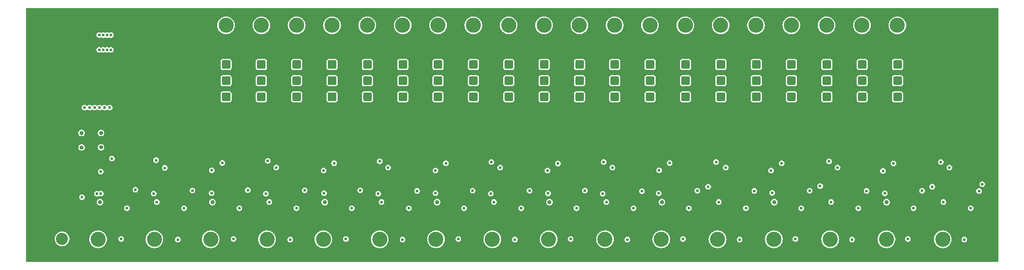
<source format=gbr>
%TF.GenerationSoftware,KiCad,Pcbnew,9.0.2*%
%TF.CreationDate,2025-05-23T14:58:00+03:00*%
%TF.ProjectId,control_unit_tester,636f6e74-726f-46c5-9f75-6e69745f7465,rev?*%
%TF.SameCoordinates,Original*%
%TF.FileFunction,Copper,L2,Inr*%
%TF.FilePolarity,Positive*%
%FSLAX46Y46*%
G04 Gerber Fmt 4.6, Leading zero omitted, Abs format (unit mm)*
G04 Created by KiCad (PCBNEW 9.0.2) date 2025-05-23 14:58:00*
%MOMM*%
%LPD*%
G01*
G04 APERTURE LIST*
G04 Aperture macros list*
%AMRoundRect*
0 Rectangle with rounded corners*
0 $1 Rounding radius*
0 $2 $3 $4 $5 $6 $7 $8 $9 X,Y pos of 4 corners*
0 Add a 4 corners polygon primitive as box body*
4,1,4,$2,$3,$4,$5,$6,$7,$8,$9,$2,$3,0*
0 Add four circle primitives for the rounded corners*
1,1,$1+$1,$2,$3*
1,1,$1+$1,$4,$5*
1,1,$1+$1,$6,$7*
1,1,$1+$1,$8,$9*
0 Add four rect primitives between the rounded corners*
20,1,$1+$1,$2,$3,$4,$5,0*
20,1,$1+$1,$4,$5,$6,$7,0*
20,1,$1+$1,$6,$7,$8,$9,0*
20,1,$1+$1,$8,$9,$2,$3,0*%
G04 Aperture macros list end*
%TA.AperFunction,ComponentPad*%
%ADD10C,3.000000*%
%TD*%
%TA.AperFunction,ComponentPad*%
%ADD11RoundRect,0.250001X-0.949999X-0.949999X0.949999X-0.949999X0.949999X0.949999X-0.949999X0.949999X0*%
%TD*%
%TA.AperFunction,ComponentPad*%
%ADD12C,2.400000*%
%TD*%
%TA.AperFunction,ComponentPad*%
%ADD13RoundRect,0.250000X-0.600000X0.600000X-0.600000X-0.600000X0.600000X-0.600000X0.600000X0.600000X0*%
%TD*%
%TA.AperFunction,ViaPad*%
%ADD14C,0.600000*%
%TD*%
%TA.AperFunction,ViaPad*%
%ADD15C,0.800000*%
%TD*%
G04 APERTURE END LIST*
D10*
%TO.N,/OUT6*%
%TO.C,J7*%
X134789474Y-65950000D03*
%TD*%
%TO.N,/OUT1*%
%TO.C,J2*%
X99750000Y-65950000D03*
%TD*%
%TO.N,/IN1*%
%TO.C,J22*%
X74375000Y-108425000D03*
%TD*%
%TO.N,/OUT14*%
%TO.C,J15*%
X190852632Y-65950000D03*
%TD*%
%TO.N,/IN12*%
%TO.C,J25*%
X107885000Y-108425000D03*
%TD*%
%TO.N,/OUT12*%
%TO.C,J13*%
X176836842Y-65950000D03*
%TD*%
%TO.N,/OUT20*%
%TO.C,J21*%
X232900000Y-65950000D03*
%TD*%
%TO.N,/OUT11*%
%TO.C,J12*%
X169828947Y-65950000D03*
%TD*%
%TO.N,/IN10*%
%TO.C,J33*%
X197245000Y-108425000D03*
%TD*%
%TO.N,/OUT18*%
%TO.C,J19*%
X218884211Y-65950000D03*
%TD*%
%TO.N,/IN4*%
%TO.C,J27*%
X130225000Y-108425000D03*
%TD*%
%TO.N,/IN14*%
%TO.C,J35*%
X219585000Y-108425000D03*
%TD*%
%TO.N,/IN7*%
%TO.C,J30*%
X163735000Y-108425000D03*
%TD*%
D11*
%TO.N,GND*%
%TO.C,J1*%
X63725000Y-108350000D03*
D12*
%TO.N,Net-(D52-A)*%
X67225000Y-108350000D03*
%TD*%
D10*
%TO.N,/IN13*%
%TO.C,J34*%
X208415000Y-108425000D03*
%TD*%
%TO.N,/IN9*%
%TO.C,J32*%
X186075000Y-108425000D03*
%TD*%
%TO.N,/OUT5*%
%TO.C,J6*%
X127781579Y-65950000D03*
%TD*%
%TO.N,/IN8*%
%TO.C,J31*%
X174905000Y-108425000D03*
%TD*%
%TO.N,/OUT17*%
%TO.C,J18*%
X211876316Y-65950000D03*
%TD*%
%TO.N,/OUT7*%
%TO.C,J8*%
X141797368Y-65950000D03*
%TD*%
%TO.N,/OUT13*%
%TO.C,J14*%
X183844737Y-65950000D03*
%TD*%
%TO.N,/OUT16*%
%TO.C,J17*%
X204868421Y-65950000D03*
%TD*%
%TO.N,/OUT9*%
%TO.C,J10*%
X155813158Y-65950000D03*
%TD*%
%TO.N,/IN2*%
%TO.C,J23*%
X85545000Y-108425000D03*
%TD*%
%TO.N,/IN5*%
%TO.C,J28*%
X141395000Y-108425000D03*
%TD*%
%TO.N,/OUT3*%
%TO.C,J4*%
X113765789Y-65950000D03*
%TD*%
%TO.N,/IN6*%
%TO.C,J29*%
X152565000Y-108425000D03*
%TD*%
%TO.N,/IN15*%
%TO.C,J36*%
X230755000Y-108425000D03*
%TD*%
%TO.N,/OUT4*%
%TO.C,J5*%
X120773684Y-65950000D03*
%TD*%
%TO.N,/OUT8*%
%TO.C,J9*%
X148805263Y-65950000D03*
%TD*%
%TO.N,/OUT15*%
%TO.C,J16*%
X197860526Y-65950000D03*
%TD*%
%TO.N,/IN11*%
%TO.C,J24*%
X96715000Y-108425000D03*
%TD*%
%TO.N,/OUT2*%
%TO.C,J3*%
X106757895Y-65950000D03*
%TD*%
%TO.N,/OUT19*%
%TO.C,J20*%
X225892105Y-65950000D03*
%TD*%
%TO.N,/IN16*%
%TO.C,J37*%
X241925000Y-108425000D03*
%TD*%
%TO.N,/IN3*%
%TO.C,J26*%
X119055000Y-108425000D03*
%TD*%
%TO.N,/OUT10*%
%TO.C,J11*%
X162821053Y-65950000D03*
%TD*%
D13*
%TO.N,+VIN*%
%TO.C,SW7*%
X141813158Y-73750000D03*
%TO.N,/OUT7*%
X141813158Y-76950000D03*
X141813158Y-80150000D03*
%TO.N,GND*%
X141813158Y-83350000D03*
%TD*%
%TO.N,+VIN*%
%TO.C,SW15*%
X197897368Y-73750000D03*
%TO.N,/OUT15*%
X197897368Y-76950000D03*
X197897368Y-80150000D03*
%TO.N,GND*%
X197897368Y-83350000D03*
%TD*%
%TO.N,+VIN*%
%TO.C,SW20*%
X232950000Y-73750000D03*
%TO.N,/OUT20*%
X232950000Y-76950000D03*
X232950000Y-80150000D03*
%TO.N,GND*%
X232950000Y-83350000D03*
%TD*%
%TO.N,+VIN*%
%TO.C,SW13*%
X183876316Y-73750000D03*
%TO.N,/OUT13*%
X183876316Y-76950000D03*
X183876316Y-80150000D03*
%TO.N,GND*%
X183876316Y-83350000D03*
%TD*%
%TO.N,+VIN*%
%TO.C,SW8*%
X148823684Y-73750000D03*
%TO.N,/OUT8*%
X148823684Y-76950000D03*
X148823684Y-80150000D03*
%TO.N,GND*%
X148823684Y-83350000D03*
%TD*%
%TO.N,+VIN*%
%TO.C,SW10*%
X162844737Y-73750000D03*
%TO.N,/OUT10*%
X162844737Y-76950000D03*
X162844737Y-80150000D03*
%TO.N,GND*%
X162844737Y-83350000D03*
%TD*%
%TO.N,+VIN*%
%TO.C,SW19*%
X225939474Y-73750000D03*
%TO.N,/OUT19*%
X225939474Y-76950000D03*
X225939474Y-80150000D03*
%TO.N,GND*%
X225939474Y-83350000D03*
%TD*%
%TO.N,+VIN*%
%TO.C,SW2*%
X106760526Y-73750000D03*
%TO.N,/OUT2*%
X106760526Y-76950000D03*
X106760526Y-80150000D03*
%TO.N,GND*%
X106760526Y-83350000D03*
%TD*%
%TO.N,+VIN*%
%TO.C,SW17*%
X211918421Y-73750000D03*
%TO.N,/OUT17*%
X211918421Y-76950000D03*
X211918421Y-80150000D03*
%TO.N,GND*%
X211918421Y-83350000D03*
%TD*%
%TO.N,+VIN*%
%TO.C,SW18*%
X218928947Y-73750000D03*
%TO.N,/OUT18*%
X218928947Y-76950000D03*
X218928947Y-80150000D03*
%TO.N,GND*%
X218928947Y-83350000D03*
%TD*%
%TO.N,+VIN*%
%TO.C,SW11*%
X169855263Y-73750000D03*
%TO.N,/OUT11*%
X169855263Y-76950000D03*
X169855263Y-80150000D03*
%TO.N,GND*%
X169855263Y-83350000D03*
%TD*%
%TO.N,+VIN*%
%TO.C,SW9*%
X155834211Y-73750000D03*
%TO.N,/OUT9*%
X155834211Y-76950000D03*
X155834211Y-80150000D03*
%TO.N,GND*%
X155834211Y-83350000D03*
%TD*%
%TO.N,+VIN*%
%TO.C,SW5*%
X127792105Y-73750000D03*
%TO.N,/OUT5*%
X127792105Y-76950000D03*
X127792105Y-80150000D03*
%TO.N,GND*%
X127792105Y-83350000D03*
%TD*%
%TO.N,+VIN*%
%TO.C,SW1*%
X99750000Y-73750000D03*
%TO.N,/OUT1*%
X99750000Y-76950000D03*
X99750000Y-80150000D03*
%TO.N,GND*%
X99750000Y-83350000D03*
%TD*%
%TO.N,+VIN*%
%TO.C,SW16*%
X204907895Y-73750000D03*
%TO.N,/OUT16*%
X204907895Y-76950000D03*
X204907895Y-80150000D03*
%TO.N,GND*%
X204907895Y-83350000D03*
%TD*%
%TO.N,+VIN*%
%TO.C,SW6*%
X134802632Y-73750000D03*
%TO.N,/OUT6*%
X134802632Y-76950000D03*
X134802632Y-80150000D03*
%TO.N,GND*%
X134802632Y-83350000D03*
%TD*%
%TO.N,+VIN*%
%TO.C,SW12*%
X176865789Y-73750000D03*
%TO.N,/OUT12*%
X176865789Y-76950000D03*
X176865789Y-80150000D03*
%TO.N,GND*%
X176865789Y-83350000D03*
%TD*%
%TO.N,+VIN*%
%TO.C,SW14*%
X190886842Y-73750000D03*
%TO.N,/OUT14*%
X190886842Y-76950000D03*
X190886842Y-80150000D03*
%TO.N,GND*%
X190886842Y-83350000D03*
%TD*%
%TO.N,+VIN*%
%TO.C,SW3*%
X113771053Y-73750000D03*
%TO.N,/OUT3*%
X113771053Y-76950000D03*
X113771053Y-80150000D03*
%TO.N,GND*%
X113771053Y-83350000D03*
%TD*%
%TO.N,+VIN*%
%TO.C,SW4*%
X120781579Y-73750000D03*
%TO.N,/OUT4*%
X120781579Y-76950000D03*
X120781579Y-80150000D03*
%TO.N,GND*%
X120781579Y-83350000D03*
%TD*%
D14*
%TO.N,GND*%
X160000000Y-112000000D03*
X183000000Y-63000000D03*
X88675000Y-65237500D03*
X198000000Y-112000000D03*
X193000000Y-63000000D03*
X197421429Y-104600000D03*
X141000000Y-63000000D03*
X182000000Y-112000000D03*
X242000000Y-104600000D03*
X61000000Y-105000000D03*
X137000000Y-63000000D03*
X151000000Y-63000000D03*
X175000000Y-63000000D03*
X81025000Y-65087500D03*
X61000000Y-71000000D03*
X119228571Y-104525000D03*
X145067857Y-103325000D03*
X167357143Y-103325000D03*
X145000000Y-63000000D03*
X244000000Y-112000000D03*
X187000000Y-63000000D03*
X135153571Y-105050000D03*
X163807143Y-104525000D03*
X99914286Y-107050000D03*
X252000000Y-80000000D03*
X194000000Y-112000000D03*
X156392857Y-103400000D03*
X192000000Y-112000000D03*
X85475000Y-73150000D03*
X61000000Y-89000000D03*
X252000000Y-84000000D03*
X77800000Y-74600000D03*
X111114286Y-107100000D03*
X70000000Y-112000000D03*
X61000000Y-79000000D03*
X106000000Y-112000000D03*
X77800000Y-73800000D03*
X61000000Y-99000000D03*
X235778571Y-108200000D03*
X252000000Y-106000000D03*
X100489286Y-103325000D03*
X94000000Y-112000000D03*
X251000000Y-63000000D03*
X252000000Y-68000000D03*
X178182143Y-97625000D03*
X219000000Y-63000000D03*
X123603571Y-105000000D03*
X77000000Y-63000000D03*
X204000000Y-112000000D03*
X95000000Y-63000000D03*
X252000000Y-86000000D03*
X71850000Y-71725000D03*
X249000000Y-63000000D03*
X152842857Y-104600000D03*
X228960714Y-104600000D03*
X252000000Y-96000000D03*
X85900000Y-65237500D03*
X61000000Y-85000000D03*
X238000000Y-112000000D03*
X83875000Y-65112500D03*
X133403571Y-107100000D03*
X152000000Y-112000000D03*
X117000000Y-63000000D03*
X252000000Y-90000000D03*
X80000000Y-112000000D03*
X79025000Y-105000000D03*
X69000000Y-63000000D03*
X230000000Y-112000000D03*
X223000000Y-63000000D03*
X184382143Y-104600000D03*
X124000000Y-112000000D03*
X196000000Y-112000000D03*
X201000000Y-63000000D03*
X189000000Y-63000000D03*
X190171429Y-98475000D03*
X155000000Y-63000000D03*
X82000000Y-112000000D03*
X61000000Y-75000000D03*
X112100000Y-96800000D03*
X191000000Y-63000000D03*
X61000000Y-107000000D03*
X175132143Y-104600000D03*
X79753571Y-108200000D03*
X209000000Y-63000000D03*
X202021429Y-105050000D03*
X252000000Y-70000000D03*
X141517857Y-104525000D03*
X217000000Y-63000000D03*
X213489285Y-108200000D03*
X88825000Y-107100000D03*
X200271429Y-107100000D03*
X85900000Y-66125000D03*
X252000000Y-100000000D03*
X103000000Y-63000000D03*
X61000000Y-93000000D03*
X158000000Y-112000000D03*
X252000000Y-82000000D03*
X83875000Y-64225000D03*
X132000000Y-112000000D03*
X134000000Y-112000000D03*
X162092857Y-104600000D03*
X178682143Y-103400000D03*
X169000000Y-63000000D03*
X252000000Y-76000000D03*
X90000000Y-112000000D03*
X199000000Y-63000000D03*
X212760714Y-105000000D03*
X91000000Y-63000000D03*
X122778571Y-103325000D03*
X74000000Y-112000000D03*
X155892857Y-97625000D03*
X252000000Y-88000000D03*
X110000000Y-112000000D03*
X243000000Y-63000000D03*
X168182143Y-105000000D03*
X71625000Y-65450000D03*
X79000000Y-63000000D03*
X244850000Y-107100000D03*
X62000000Y-112000000D03*
X133000000Y-63000000D03*
X208385714Y-104525000D03*
X122000000Y-112000000D03*
X252000000Y-78000000D03*
X128000000Y-112000000D03*
X68000000Y-112000000D03*
X250000000Y-112000000D03*
X207000000Y-63000000D03*
X210000000Y-112000000D03*
X235000000Y-63000000D03*
X101314286Y-105000000D03*
X136000000Y-112000000D03*
D15*
X78725000Y-87275000D03*
D14*
X206000000Y-112000000D03*
X184000000Y-112000000D03*
X78775000Y-75525000D03*
X241000000Y-63000000D03*
X173132143Y-104600000D03*
X156000000Y-112000000D03*
X166000000Y-112000000D03*
X61000000Y-95000000D03*
X140000000Y-112000000D03*
X150000000Y-112000000D03*
X223260714Y-103400000D03*
X135557142Y-108300000D03*
X117514286Y-104600000D03*
X205000000Y-63000000D03*
X125000000Y-63000000D03*
X154000000Y-112000000D03*
X147000000Y-63000000D03*
X86000000Y-112000000D03*
X248000000Y-112000000D03*
X162000000Y-112000000D03*
X179732143Y-105050000D03*
X105000000Y-63000000D03*
X124332142Y-108200000D03*
X222560714Y-107100000D03*
X153000000Y-63000000D03*
X88000000Y-112000000D03*
X84433333Y-72250000D03*
X88675000Y-64350000D03*
X77762500Y-76600000D03*
X89825000Y-96700000D03*
X92000000Y-112000000D03*
X134103571Y-103400000D03*
X130553571Y-104600000D03*
X195000000Y-63000000D03*
X61000000Y-111000000D03*
X91800000Y-65800000D03*
X186096429Y-104525000D03*
X75000000Y-63000000D03*
X63000000Y-63000000D03*
X84000000Y-112000000D03*
X145892857Y-105000000D03*
X76000000Y-112000000D03*
X96939286Y-104525000D03*
X189071429Y-107050000D03*
X177982143Y-107100000D03*
X219710714Y-104600000D03*
X252000000Y-74000000D03*
X237000000Y-63000000D03*
X81000000Y-63000000D03*
X242000000Y-112000000D03*
X226000000Y-112000000D03*
X177000000Y-63000000D03*
X161000000Y-63000000D03*
X170000000Y-112000000D03*
X150842857Y-104600000D03*
X171000000Y-63000000D03*
X97000000Y-63000000D03*
X78650000Y-76600000D03*
X108264286Y-104600000D03*
D15*
X78725000Y-90225000D03*
D14*
X123303571Y-98475000D03*
X200971429Y-103400000D03*
X106264286Y-104600000D03*
X240000000Y-104600000D03*
X167000000Y-63000000D03*
X89000000Y-63000000D03*
X252000000Y-98000000D03*
X139803571Y-104600000D03*
X246000000Y-112000000D03*
X61000000Y-77000000D03*
X102042857Y-108200000D03*
X234750000Y-98475000D03*
X119000000Y-63000000D03*
X101014286Y-98475000D03*
X212000000Y-112000000D03*
X127000000Y-63000000D03*
X109000000Y-63000000D03*
X118000000Y-112000000D03*
X73000000Y-63000000D03*
X85000000Y-63000000D03*
X104000000Y-112000000D03*
X129000000Y-63000000D03*
X111000000Y-63000000D03*
X173000000Y-63000000D03*
X203000000Y-63000000D03*
X157442857Y-105050000D03*
X185000000Y-63000000D03*
X222760714Y-97625000D03*
X71000000Y-63000000D03*
X61000000Y-103000000D03*
X61000000Y-91000000D03*
X233650000Y-107050000D03*
X75200000Y-76600000D03*
X251250000Y-104600000D03*
X61000000Y-63000000D03*
X157000000Y-63000000D03*
X181000000Y-63000000D03*
X164000000Y-112000000D03*
X167882143Y-98475000D03*
X61000000Y-83000000D03*
X126000000Y-112000000D03*
X246600000Y-105050000D03*
X74650000Y-104525000D03*
X189646429Y-103325000D03*
X115000000Y-63000000D03*
X252000000Y-66000000D03*
X90575000Y-105050000D03*
X229000000Y-63000000D03*
X190000000Y-112000000D03*
X202000000Y-112000000D03*
X102000000Y-112000000D03*
X144492857Y-107050000D03*
X71675000Y-77800000D03*
X240000000Y-112000000D03*
X128553571Y-104600000D03*
X77625000Y-107050000D03*
X111814286Y-103400000D03*
X65000000Y-63000000D03*
X81025000Y-64200000D03*
X245000000Y-63000000D03*
X149000000Y-63000000D03*
X88675000Y-66125000D03*
X66000000Y-112000000D03*
X252000000Y-94000000D03*
X252000000Y-92000000D03*
X74312500Y-76600000D03*
X131000000Y-63000000D03*
X61000000Y-65000000D03*
X247003571Y-108300000D03*
X91850000Y-74500000D03*
X121000000Y-63000000D03*
X113000000Y-63000000D03*
X143000000Y-63000000D03*
X91025000Y-81575000D03*
X91675000Y-84600000D03*
X107000000Y-63000000D03*
X148000000Y-112000000D03*
X232000000Y-112000000D03*
X138000000Y-112000000D03*
X228000000Y-112000000D03*
X206671429Y-104600000D03*
X146000000Y-112000000D03*
X101000000Y-63000000D03*
X234000000Y-112000000D03*
X76875000Y-76600000D03*
X188000000Y-112000000D03*
X186000000Y-112000000D03*
X120000000Y-112000000D03*
X73425000Y-76600000D03*
X116000000Y-112000000D03*
X100000000Y-112000000D03*
X227000000Y-63000000D03*
X208000000Y-112000000D03*
X235050000Y-105000000D03*
X217710714Y-104600000D03*
X89525000Y-103400000D03*
X61000000Y-67000000D03*
X172000000Y-112000000D03*
X90975000Y-80100000D03*
X239000000Y-63000000D03*
X236000000Y-112000000D03*
X72000000Y-112000000D03*
X197000000Y-63000000D03*
X122203571Y-107050000D03*
X90350000Y-84625000D03*
X83000000Y-63000000D03*
X221000000Y-63000000D03*
X112864286Y-105050000D03*
X81025000Y-65975000D03*
X78000000Y-112000000D03*
X233000000Y-63000000D03*
X176000000Y-112000000D03*
X247000000Y-63000000D03*
X139000000Y-63000000D03*
X113267857Y-108300000D03*
X71425000Y-107562500D03*
X218000000Y-112000000D03*
X98000000Y-112000000D03*
X96000000Y-112000000D03*
X168000000Y-112000000D03*
X211000000Y-63000000D03*
X224310714Y-105050000D03*
X202425000Y-108300000D03*
X135000000Y-63000000D03*
X67000000Y-63000000D03*
X93000000Y-63000000D03*
X99000000Y-63000000D03*
X78850000Y-73075000D03*
X252000000Y-112000000D03*
X157846428Y-108300000D03*
X78725000Y-98475000D03*
X252000000Y-64000000D03*
X252000000Y-72000000D03*
X190471429Y-105000000D03*
X200471429Y-97625000D03*
X90978571Y-108300000D03*
X212460714Y-98475000D03*
X224000000Y-112000000D03*
X71600000Y-67400000D03*
X133603571Y-97625000D03*
X159000000Y-63000000D03*
X85475000Y-74062500D03*
X87000000Y-63000000D03*
X112000000Y-112000000D03*
X61000000Y-73000000D03*
X142000000Y-112000000D03*
X245550000Y-103400000D03*
X191200000Y-108200000D03*
X224714285Y-108300000D03*
X146621428Y-108200000D03*
X245050000Y-97625000D03*
X216000000Y-112000000D03*
X230675000Y-104525000D03*
X114000000Y-112000000D03*
X220000000Y-112000000D03*
X222000000Y-112000000D03*
X61000000Y-87000000D03*
X178000000Y-112000000D03*
X180000000Y-112000000D03*
X215000000Y-63000000D03*
X145592857Y-98475000D03*
X85975000Y-104600000D03*
X168910714Y-108200000D03*
X71850000Y-73512500D03*
X83875000Y-66000000D03*
X225000000Y-63000000D03*
X91800000Y-67900000D03*
X180135714Y-108300000D03*
X83975000Y-104600000D03*
X91825000Y-75325000D03*
X61000000Y-109000000D03*
X85475000Y-74975000D03*
X71850000Y-75300000D03*
X130000000Y-112000000D03*
X213000000Y-63000000D03*
X231000000Y-63000000D03*
X211360714Y-107050000D03*
X144000000Y-112000000D03*
X108000000Y-112000000D03*
X252000000Y-108000000D03*
X165000000Y-63000000D03*
X61000000Y-69000000D03*
X155692857Y-107100000D03*
X179000000Y-63000000D03*
X87375000Y-79625000D03*
X174000000Y-112000000D03*
X163000000Y-63000000D03*
X61000000Y-81000000D03*
X61000000Y-101000000D03*
X61000000Y-97000000D03*
X214000000Y-112000000D03*
X95225000Y-104600000D03*
X123000000Y-63000000D03*
X252000000Y-110000000D03*
X195421429Y-104600000D03*
X166782143Y-107050000D03*
X234225000Y-103325000D03*
X200000000Y-112000000D03*
X64000000Y-112000000D03*
X85900000Y-64350000D03*
X78200000Y-103325000D03*
X211935714Y-103325000D03*
%TO.N,Net-(D4-K)*%
X74900000Y-95000000D03*
%TO.N,Net-(D5-K)*%
X77100000Y-92400000D03*
%TO.N,Net-(D6-K)*%
X85875000Y-92725000D03*
%TO.N,Net-(D7-K)*%
X87600000Y-94250000D03*
%TO.N,Net-(D10-K)*%
X119100000Y-94775000D03*
%TO.N,Net-(D11-K)*%
X121175000Y-93325000D03*
%TO.N,Net-(D12-K)*%
X130226786Y-92951786D03*
%TO.N,Net-(D13-K)*%
X131900000Y-94200000D03*
%TO.N,Net-(D16-K)*%
X141300000Y-94775000D03*
%TO.N,Net-(D17-K)*%
X143350000Y-93350000D03*
%TO.N,Net-(D18-K)*%
X152367857Y-93100000D03*
%TO.N,Net-(D19-K)*%
X154125000Y-94200000D03*
%TO.N,Net-(D22-K)*%
X163500000Y-94775000D03*
%TO.N,Net-(D23-K)*%
X165575000Y-93400000D03*
%TO.N,Net-(D24-K)*%
X174657143Y-93100000D03*
%TO.N,Net-(D25-K)*%
X176375000Y-94200000D03*
%TO.N,Net-(D28-K)*%
X185675000Y-94750000D03*
%TO.N,Net-(D29-K)*%
X187750000Y-93300000D03*
%TO.N,Net-(D30-K)*%
X196946429Y-93100000D03*
%TO.N,Net-(D31-K)*%
X198875000Y-94200000D03*
%TO.N,+5V*%
X230425000Y-99300000D03*
X182232143Y-98875000D03*
X71175000Y-100075000D03*
X74925000Y-99350000D03*
X85400000Y-99350000D03*
X73675000Y-82300000D03*
X152275000Y-99350000D03*
X249100000Y-98850000D03*
X239825000Y-97975000D03*
X163625000Y-99325000D03*
X78953571Y-108375000D03*
X179335714Y-108475000D03*
X123532142Y-108375000D03*
X112467857Y-108475000D03*
X104064286Y-98675000D03*
X212689285Y-108375000D03*
X90178571Y-108475000D03*
X234978571Y-108375000D03*
X74150000Y-99375000D03*
X71675000Y-82300000D03*
X148642857Y-98775000D03*
X168110714Y-108375000D03*
X185575000Y-99300000D03*
X157046428Y-108475000D03*
X174450000Y-99375000D03*
X193221429Y-98800000D03*
X246203571Y-108475000D03*
X159942857Y-98800000D03*
X145821428Y-108375000D03*
X101242857Y-108375000D03*
X170932143Y-98775000D03*
X76675000Y-82300000D03*
X201625000Y-108475000D03*
X134757142Y-108475000D03*
X96875000Y-99275000D03*
X93075000Y-98750000D03*
X74675000Y-82300000D03*
X249750000Y-97500000D03*
X226810714Y-98825000D03*
X141275000Y-99275000D03*
X75675000Y-82300000D03*
X195375000Y-98000000D03*
X215510714Y-98800000D03*
X237800000Y-98800000D03*
X126353571Y-98725000D03*
X72675000Y-82300000D03*
X129950000Y-99375000D03*
X204521429Y-98825000D03*
X81775000Y-98600000D03*
D15*
X71075000Y-87325000D03*
D14*
X107650000Y-99375000D03*
X223914285Y-108475000D03*
D15*
X71100000Y-90200000D03*
D14*
X115364286Y-98725000D03*
X208100000Y-99225000D03*
X190400000Y-108375000D03*
X119200000Y-99275000D03*
X217600000Y-97875000D03*
X137653571Y-98825000D03*
%TO.N,+VIN*%
X74600000Y-67900000D03*
X76925000Y-67900000D03*
X76150000Y-70825000D03*
X75375000Y-70825000D03*
X74600000Y-70825000D03*
X76150000Y-67900000D03*
X75375000Y-67900000D03*
X76925000Y-70825000D03*
%TO.N,Net-(D34-K)*%
X96925000Y-94725000D03*
%TO.N,Net-(D35-K)*%
X99000000Y-93275000D03*
%TO.N,Net-(D37-K)*%
X109725000Y-94200000D03*
%TO.N,Net-(D40-K)*%
X207850000Y-94775000D03*
%TO.N,Net-(D41-K)*%
X209975000Y-93350000D03*
%TO.N,Net-(D43-K)*%
X221050000Y-94200000D03*
%TO.N,Net-(D46-K)*%
X230050000Y-94875000D03*
%TO.N,Net-(D47-K)*%
X232150000Y-93375000D03*
%TO.N,Net-(D49-K)*%
X243225000Y-94200000D03*
D15*
%TO.N,/VREF_HIGH*%
X208485714Y-101050000D03*
D14*
X130603571Y-101025000D03*
D15*
X230775000Y-101050000D03*
D14*
X152892857Y-101025000D03*
X219760714Y-101025000D03*
X197471429Y-101025000D03*
D15*
X119328571Y-101050000D03*
X186196429Y-101050000D03*
D14*
X175182143Y-101025000D03*
X242050000Y-101025000D03*
X108314286Y-101025000D03*
D15*
X97039286Y-101050000D03*
X141617857Y-101050000D03*
X163907143Y-101050000D03*
X74950000Y-90175000D03*
X74750000Y-101050000D03*
D14*
X86025000Y-101025000D03*
%TO.N,/VREF_LOW*%
X124678571Y-102250000D03*
D15*
X74950000Y-87325000D03*
D14*
X191546429Y-102250000D03*
X102389286Y-102250000D03*
X236125000Y-102250000D03*
X169257143Y-102250000D03*
X146967857Y-102250000D03*
X91425000Y-102250000D03*
X136003571Y-102250000D03*
X113714286Y-102250000D03*
X180582143Y-102250000D03*
X80100000Y-102250000D03*
X213835714Y-102250000D03*
X225160714Y-102250000D03*
X247450000Y-102250000D03*
X202871429Y-102250000D03*
X158292857Y-102250000D03*
%TO.N,Net-(D36-K)*%
X108032143Y-92857143D03*
%TO.N,Net-(D42-K)*%
X219367857Y-92967857D03*
%TO.N,Net-(D48-K)*%
X241525000Y-93100000D03*
%TD*%
%TA.AperFunction,Conductor*%
%TO.N,GND*%
G36*
X252867539Y-62520185D02*
G01*
X252913294Y-62572989D01*
X252924500Y-62624500D01*
X252924500Y-112825500D01*
X252904815Y-112892539D01*
X252852011Y-112938294D01*
X252800500Y-112949500D01*
X60174500Y-112949500D01*
X60107461Y-112929815D01*
X60061706Y-112877011D01*
X60050500Y-112825500D01*
X60050500Y-108235837D01*
X65774500Y-108235837D01*
X65774500Y-108464162D01*
X65810215Y-108689660D01*
X65880770Y-108906803D01*
X65941250Y-109025500D01*
X65984421Y-109110228D01*
X66118621Y-109294937D01*
X66280063Y-109456379D01*
X66464772Y-109590579D01*
X66560884Y-109639550D01*
X66668196Y-109694229D01*
X66668198Y-109694229D01*
X66668201Y-109694231D01*
X66784592Y-109732049D01*
X66885339Y-109764784D01*
X67110838Y-109800500D01*
X67110843Y-109800500D01*
X67339162Y-109800500D01*
X67564660Y-109764784D01*
X67781799Y-109694231D01*
X67985228Y-109590579D01*
X68169937Y-109456379D01*
X68331379Y-109294937D01*
X68465579Y-109110228D01*
X68569231Y-108906799D01*
X68639784Y-108689660D01*
X68640128Y-108687485D01*
X68675500Y-108464162D01*
X68675500Y-108310258D01*
X72624500Y-108310258D01*
X72624500Y-108539741D01*
X72649446Y-108729215D01*
X72654452Y-108767238D01*
X72691847Y-108906799D01*
X72713842Y-108988887D01*
X72801650Y-109200876D01*
X72801657Y-109200890D01*
X72916392Y-109399617D01*
X73056081Y-109581661D01*
X73056089Y-109581670D01*
X73218330Y-109743911D01*
X73218338Y-109743918D01*
X73400382Y-109883607D01*
X73400385Y-109883608D01*
X73400388Y-109883611D01*
X73599112Y-109998344D01*
X73599117Y-109998346D01*
X73599123Y-109998349D01*
X73690480Y-110036190D01*
X73811113Y-110086158D01*
X74032762Y-110145548D01*
X74260266Y-110175500D01*
X74260273Y-110175500D01*
X74489727Y-110175500D01*
X74489734Y-110175500D01*
X74717238Y-110145548D01*
X74938887Y-110086158D01*
X75150888Y-109998344D01*
X75349612Y-109883611D01*
X75531661Y-109743919D01*
X75531665Y-109743914D01*
X75531670Y-109743911D01*
X75693911Y-109581670D01*
X75693914Y-109581665D01*
X75693919Y-109581661D01*
X75833611Y-109399612D01*
X75948344Y-109200888D01*
X76036158Y-108988887D01*
X76095548Y-108767238D01*
X76125500Y-108539734D01*
X76125500Y-108310266D01*
X76124481Y-108302525D01*
X78403071Y-108302525D01*
X78403071Y-108447475D01*
X78440587Y-108587485D01*
X78440588Y-108587488D01*
X78513059Y-108713011D01*
X78513061Y-108713013D01*
X78513062Y-108713015D01*
X78615556Y-108815509D01*
X78615557Y-108815510D01*
X78615559Y-108815511D01*
X78741082Y-108887982D01*
X78741083Y-108887982D01*
X78741086Y-108887984D01*
X78881096Y-108925500D01*
X78881099Y-108925500D01*
X79026043Y-108925500D01*
X79026046Y-108925500D01*
X79166056Y-108887984D01*
X79291586Y-108815509D01*
X79394080Y-108713015D01*
X79466555Y-108587485D01*
X79504071Y-108447475D01*
X79504071Y-108310258D01*
X83794500Y-108310258D01*
X83794500Y-108539741D01*
X83819446Y-108729215D01*
X83824452Y-108767238D01*
X83861847Y-108906799D01*
X83883842Y-108988887D01*
X83971650Y-109200876D01*
X83971657Y-109200890D01*
X84086392Y-109399617D01*
X84226081Y-109581661D01*
X84226089Y-109581670D01*
X84388330Y-109743911D01*
X84388338Y-109743918D01*
X84570382Y-109883607D01*
X84570385Y-109883608D01*
X84570388Y-109883611D01*
X84769112Y-109998344D01*
X84769117Y-109998346D01*
X84769123Y-109998349D01*
X84860480Y-110036190D01*
X84981113Y-110086158D01*
X85202762Y-110145548D01*
X85430266Y-110175500D01*
X85430273Y-110175500D01*
X85659727Y-110175500D01*
X85659734Y-110175500D01*
X85887238Y-110145548D01*
X86108887Y-110086158D01*
X86320888Y-109998344D01*
X86519612Y-109883611D01*
X86701661Y-109743919D01*
X86701665Y-109743914D01*
X86701670Y-109743911D01*
X86863911Y-109581670D01*
X86863914Y-109581665D01*
X86863919Y-109581661D01*
X87003611Y-109399612D01*
X87118344Y-109200888D01*
X87206158Y-108988887D01*
X87265548Y-108767238D01*
X87295500Y-108539734D01*
X87295500Y-108402525D01*
X89628071Y-108402525D01*
X89628071Y-108547475D01*
X89638792Y-108587485D01*
X89665588Y-108687488D01*
X89738059Y-108813011D01*
X89738061Y-108813013D01*
X89738062Y-108813015D01*
X89840556Y-108915509D01*
X89840557Y-108915510D01*
X89840559Y-108915511D01*
X89966082Y-108987982D01*
X89966083Y-108987982D01*
X89966086Y-108987984D01*
X90106096Y-109025500D01*
X90106099Y-109025500D01*
X90251043Y-109025500D01*
X90251046Y-109025500D01*
X90391056Y-108987984D01*
X90516586Y-108915509D01*
X90619080Y-108813015D01*
X90691555Y-108687485D01*
X90729071Y-108547475D01*
X90729071Y-108402525D01*
X90704348Y-108310258D01*
X94964500Y-108310258D01*
X94964500Y-108539741D01*
X94989446Y-108729215D01*
X94994452Y-108767238D01*
X95031847Y-108906799D01*
X95053842Y-108988887D01*
X95141650Y-109200876D01*
X95141657Y-109200890D01*
X95256392Y-109399617D01*
X95396081Y-109581661D01*
X95396089Y-109581670D01*
X95558330Y-109743911D01*
X95558338Y-109743918D01*
X95740382Y-109883607D01*
X95740385Y-109883608D01*
X95740388Y-109883611D01*
X95939112Y-109998344D01*
X95939117Y-109998346D01*
X95939123Y-109998349D01*
X96030480Y-110036190D01*
X96151113Y-110086158D01*
X96372762Y-110145548D01*
X96600266Y-110175500D01*
X96600273Y-110175500D01*
X96829727Y-110175500D01*
X96829734Y-110175500D01*
X97057238Y-110145548D01*
X97278887Y-110086158D01*
X97490888Y-109998344D01*
X97689612Y-109883611D01*
X97871661Y-109743919D01*
X97871665Y-109743914D01*
X97871670Y-109743911D01*
X98033911Y-109581670D01*
X98033914Y-109581665D01*
X98033919Y-109581661D01*
X98173611Y-109399612D01*
X98288344Y-109200888D01*
X98376158Y-108988887D01*
X98435548Y-108767238D01*
X98465500Y-108539734D01*
X98465500Y-108310266D01*
X98464481Y-108302525D01*
X100692357Y-108302525D01*
X100692357Y-108447475D01*
X100729873Y-108587485D01*
X100729874Y-108587488D01*
X100802345Y-108713011D01*
X100802347Y-108713013D01*
X100802348Y-108713015D01*
X100904842Y-108815509D01*
X100904843Y-108815510D01*
X100904845Y-108815511D01*
X101030368Y-108887982D01*
X101030369Y-108887982D01*
X101030372Y-108887984D01*
X101170382Y-108925500D01*
X101170385Y-108925500D01*
X101315329Y-108925500D01*
X101315332Y-108925500D01*
X101455342Y-108887984D01*
X101580872Y-108815509D01*
X101683366Y-108713015D01*
X101755841Y-108587485D01*
X101793357Y-108447475D01*
X101793357Y-108310258D01*
X106134500Y-108310258D01*
X106134500Y-108539741D01*
X106159446Y-108729215D01*
X106164452Y-108767238D01*
X106201847Y-108906799D01*
X106223842Y-108988887D01*
X106311650Y-109200876D01*
X106311657Y-109200890D01*
X106426392Y-109399617D01*
X106566081Y-109581661D01*
X106566089Y-109581670D01*
X106728330Y-109743911D01*
X106728338Y-109743918D01*
X106910382Y-109883607D01*
X106910385Y-109883608D01*
X106910388Y-109883611D01*
X107109112Y-109998344D01*
X107109117Y-109998346D01*
X107109123Y-109998349D01*
X107200480Y-110036190D01*
X107321113Y-110086158D01*
X107542762Y-110145548D01*
X107770266Y-110175500D01*
X107770273Y-110175500D01*
X107999727Y-110175500D01*
X107999734Y-110175500D01*
X108227238Y-110145548D01*
X108448887Y-110086158D01*
X108660888Y-109998344D01*
X108859612Y-109883611D01*
X109041661Y-109743919D01*
X109041665Y-109743914D01*
X109041670Y-109743911D01*
X109203911Y-109581670D01*
X109203914Y-109581665D01*
X109203919Y-109581661D01*
X109343611Y-109399612D01*
X109458344Y-109200888D01*
X109546158Y-108988887D01*
X109605548Y-108767238D01*
X109635500Y-108539734D01*
X109635500Y-108402525D01*
X111917357Y-108402525D01*
X111917357Y-108547475D01*
X111928078Y-108587485D01*
X111954874Y-108687488D01*
X112027345Y-108813011D01*
X112027347Y-108813013D01*
X112027348Y-108813015D01*
X112129842Y-108915509D01*
X112129843Y-108915510D01*
X112129845Y-108915511D01*
X112255368Y-108987982D01*
X112255369Y-108987982D01*
X112255372Y-108987984D01*
X112395382Y-109025500D01*
X112395385Y-109025500D01*
X112540329Y-109025500D01*
X112540332Y-109025500D01*
X112680342Y-108987984D01*
X112805872Y-108915509D01*
X112908366Y-108813015D01*
X112980841Y-108687485D01*
X113018357Y-108547475D01*
X113018357Y-108402525D01*
X112993634Y-108310258D01*
X117304500Y-108310258D01*
X117304500Y-108539741D01*
X117329446Y-108729215D01*
X117334452Y-108767238D01*
X117371847Y-108906799D01*
X117393842Y-108988887D01*
X117481650Y-109200876D01*
X117481657Y-109200890D01*
X117596392Y-109399617D01*
X117736081Y-109581661D01*
X117736089Y-109581670D01*
X117898330Y-109743911D01*
X117898338Y-109743918D01*
X118080382Y-109883607D01*
X118080385Y-109883608D01*
X118080388Y-109883611D01*
X118279112Y-109998344D01*
X118279117Y-109998346D01*
X118279123Y-109998349D01*
X118370480Y-110036190D01*
X118491113Y-110086158D01*
X118712762Y-110145548D01*
X118940266Y-110175500D01*
X118940273Y-110175500D01*
X119169727Y-110175500D01*
X119169734Y-110175500D01*
X119397238Y-110145548D01*
X119618887Y-110086158D01*
X119830888Y-109998344D01*
X120029612Y-109883611D01*
X120211661Y-109743919D01*
X120211665Y-109743914D01*
X120211670Y-109743911D01*
X120373911Y-109581670D01*
X120373914Y-109581665D01*
X120373919Y-109581661D01*
X120513611Y-109399612D01*
X120628344Y-109200888D01*
X120716158Y-108988887D01*
X120775548Y-108767238D01*
X120805500Y-108539734D01*
X120805500Y-108310266D01*
X120804481Y-108302525D01*
X122981642Y-108302525D01*
X122981642Y-108447475D01*
X123019158Y-108587485D01*
X123019159Y-108587488D01*
X123091630Y-108713011D01*
X123091632Y-108713013D01*
X123091633Y-108713015D01*
X123194127Y-108815509D01*
X123194128Y-108815510D01*
X123194130Y-108815511D01*
X123319653Y-108887982D01*
X123319654Y-108887982D01*
X123319657Y-108887984D01*
X123459667Y-108925500D01*
X123459670Y-108925500D01*
X123604614Y-108925500D01*
X123604617Y-108925500D01*
X123744627Y-108887984D01*
X123870157Y-108815509D01*
X123972651Y-108713015D01*
X124045126Y-108587485D01*
X124082642Y-108447475D01*
X124082642Y-108310258D01*
X128474500Y-108310258D01*
X128474500Y-108539741D01*
X128499446Y-108729215D01*
X128504452Y-108767238D01*
X128541847Y-108906799D01*
X128563842Y-108988887D01*
X128651650Y-109200876D01*
X128651657Y-109200890D01*
X128766392Y-109399617D01*
X128906081Y-109581661D01*
X128906089Y-109581670D01*
X129068330Y-109743911D01*
X129068338Y-109743918D01*
X129250382Y-109883607D01*
X129250385Y-109883608D01*
X129250388Y-109883611D01*
X129449112Y-109998344D01*
X129449117Y-109998346D01*
X129449123Y-109998349D01*
X129540480Y-110036190D01*
X129661113Y-110086158D01*
X129882762Y-110145548D01*
X130110266Y-110175500D01*
X130110273Y-110175500D01*
X130339727Y-110175500D01*
X130339734Y-110175500D01*
X130567238Y-110145548D01*
X130788887Y-110086158D01*
X131000888Y-109998344D01*
X131199612Y-109883611D01*
X131381661Y-109743919D01*
X131381665Y-109743914D01*
X131381670Y-109743911D01*
X131543911Y-109581670D01*
X131543914Y-109581665D01*
X131543919Y-109581661D01*
X131683611Y-109399612D01*
X131798344Y-109200888D01*
X131886158Y-108988887D01*
X131945548Y-108767238D01*
X131975500Y-108539734D01*
X131975500Y-108402525D01*
X134206642Y-108402525D01*
X134206642Y-108547475D01*
X134217363Y-108587485D01*
X134244159Y-108687488D01*
X134316630Y-108813011D01*
X134316632Y-108813013D01*
X134316633Y-108813015D01*
X134419127Y-108915509D01*
X134419128Y-108915510D01*
X134419130Y-108915511D01*
X134544653Y-108987982D01*
X134544654Y-108987982D01*
X134544657Y-108987984D01*
X134684667Y-109025500D01*
X134684670Y-109025500D01*
X134829614Y-109025500D01*
X134829617Y-109025500D01*
X134969627Y-108987984D01*
X135095157Y-108915509D01*
X135197651Y-108813015D01*
X135270126Y-108687485D01*
X135307642Y-108547475D01*
X135307642Y-108402525D01*
X135282919Y-108310258D01*
X139644500Y-108310258D01*
X139644500Y-108539741D01*
X139669446Y-108729215D01*
X139674452Y-108767238D01*
X139711847Y-108906799D01*
X139733842Y-108988887D01*
X139821650Y-109200876D01*
X139821657Y-109200890D01*
X139936392Y-109399617D01*
X140076081Y-109581661D01*
X140076089Y-109581670D01*
X140238330Y-109743911D01*
X140238338Y-109743918D01*
X140420382Y-109883607D01*
X140420385Y-109883608D01*
X140420388Y-109883611D01*
X140619112Y-109998344D01*
X140619117Y-109998346D01*
X140619123Y-109998349D01*
X140710480Y-110036190D01*
X140831113Y-110086158D01*
X141052762Y-110145548D01*
X141280266Y-110175500D01*
X141280273Y-110175500D01*
X141509727Y-110175500D01*
X141509734Y-110175500D01*
X141737238Y-110145548D01*
X141958887Y-110086158D01*
X142170888Y-109998344D01*
X142369612Y-109883611D01*
X142551661Y-109743919D01*
X142551665Y-109743914D01*
X142551670Y-109743911D01*
X142713911Y-109581670D01*
X142713914Y-109581665D01*
X142713919Y-109581661D01*
X142853611Y-109399612D01*
X142968344Y-109200888D01*
X143056158Y-108988887D01*
X143115548Y-108767238D01*
X143145500Y-108539734D01*
X143145500Y-108310266D01*
X143144481Y-108302525D01*
X145270928Y-108302525D01*
X145270928Y-108447475D01*
X145308444Y-108587485D01*
X145308445Y-108587488D01*
X145380916Y-108713011D01*
X145380918Y-108713013D01*
X145380919Y-108713015D01*
X145483413Y-108815509D01*
X145483414Y-108815510D01*
X145483416Y-108815511D01*
X145608939Y-108887982D01*
X145608940Y-108887982D01*
X145608943Y-108887984D01*
X145748953Y-108925500D01*
X145748956Y-108925500D01*
X145893900Y-108925500D01*
X145893903Y-108925500D01*
X146033913Y-108887984D01*
X146159443Y-108815509D01*
X146261937Y-108713015D01*
X146334412Y-108587485D01*
X146371928Y-108447475D01*
X146371928Y-108310258D01*
X150814500Y-108310258D01*
X150814500Y-108539741D01*
X150839446Y-108729215D01*
X150844452Y-108767238D01*
X150881847Y-108906799D01*
X150903842Y-108988887D01*
X150991650Y-109200876D01*
X150991657Y-109200890D01*
X151106392Y-109399617D01*
X151246081Y-109581661D01*
X151246089Y-109581670D01*
X151408330Y-109743911D01*
X151408338Y-109743918D01*
X151590382Y-109883607D01*
X151590385Y-109883608D01*
X151590388Y-109883611D01*
X151789112Y-109998344D01*
X151789117Y-109998346D01*
X151789123Y-109998349D01*
X151880480Y-110036190D01*
X152001113Y-110086158D01*
X152222762Y-110145548D01*
X152450266Y-110175500D01*
X152450273Y-110175500D01*
X152679727Y-110175500D01*
X152679734Y-110175500D01*
X152907238Y-110145548D01*
X153128887Y-110086158D01*
X153340888Y-109998344D01*
X153539612Y-109883611D01*
X153721661Y-109743919D01*
X153721665Y-109743914D01*
X153721670Y-109743911D01*
X153883911Y-109581670D01*
X153883914Y-109581665D01*
X153883919Y-109581661D01*
X154023611Y-109399612D01*
X154138344Y-109200888D01*
X154226158Y-108988887D01*
X154285548Y-108767238D01*
X154315500Y-108539734D01*
X154315500Y-108402525D01*
X156495928Y-108402525D01*
X156495928Y-108547475D01*
X156506649Y-108587485D01*
X156533445Y-108687488D01*
X156605916Y-108813011D01*
X156605918Y-108813013D01*
X156605919Y-108813015D01*
X156708413Y-108915509D01*
X156708414Y-108915510D01*
X156708416Y-108915511D01*
X156833939Y-108987982D01*
X156833940Y-108987982D01*
X156833943Y-108987984D01*
X156973953Y-109025500D01*
X156973956Y-109025500D01*
X157118900Y-109025500D01*
X157118903Y-109025500D01*
X157258913Y-108987984D01*
X157384443Y-108915509D01*
X157486937Y-108813015D01*
X157559412Y-108687485D01*
X157596928Y-108547475D01*
X157596928Y-108402525D01*
X157572205Y-108310258D01*
X161984500Y-108310258D01*
X161984500Y-108539741D01*
X162009446Y-108729215D01*
X162014452Y-108767238D01*
X162051847Y-108906799D01*
X162073842Y-108988887D01*
X162161650Y-109200876D01*
X162161657Y-109200890D01*
X162276392Y-109399617D01*
X162416081Y-109581661D01*
X162416089Y-109581670D01*
X162578330Y-109743911D01*
X162578338Y-109743918D01*
X162760382Y-109883607D01*
X162760385Y-109883608D01*
X162760388Y-109883611D01*
X162959112Y-109998344D01*
X162959117Y-109998346D01*
X162959123Y-109998349D01*
X163050480Y-110036190D01*
X163171113Y-110086158D01*
X163392762Y-110145548D01*
X163620266Y-110175500D01*
X163620273Y-110175500D01*
X163849727Y-110175500D01*
X163849734Y-110175500D01*
X164077238Y-110145548D01*
X164298887Y-110086158D01*
X164510888Y-109998344D01*
X164709612Y-109883611D01*
X164891661Y-109743919D01*
X164891665Y-109743914D01*
X164891670Y-109743911D01*
X165053911Y-109581670D01*
X165053914Y-109581665D01*
X165053919Y-109581661D01*
X165193611Y-109399612D01*
X165308344Y-109200888D01*
X165396158Y-108988887D01*
X165455548Y-108767238D01*
X165485500Y-108539734D01*
X165485500Y-108310266D01*
X165484481Y-108302525D01*
X167560214Y-108302525D01*
X167560214Y-108447475D01*
X167597730Y-108587485D01*
X167597731Y-108587488D01*
X167670202Y-108713011D01*
X167670204Y-108713013D01*
X167670205Y-108713015D01*
X167772699Y-108815509D01*
X167772700Y-108815510D01*
X167772702Y-108815511D01*
X167898225Y-108887982D01*
X167898226Y-108887982D01*
X167898229Y-108887984D01*
X168038239Y-108925500D01*
X168038242Y-108925500D01*
X168183186Y-108925500D01*
X168183189Y-108925500D01*
X168323199Y-108887984D01*
X168448729Y-108815509D01*
X168551223Y-108713015D01*
X168623698Y-108587485D01*
X168661214Y-108447475D01*
X168661214Y-108310258D01*
X173154500Y-108310258D01*
X173154500Y-108539741D01*
X173179446Y-108729215D01*
X173184452Y-108767238D01*
X173221847Y-108906799D01*
X173243842Y-108988887D01*
X173331650Y-109200876D01*
X173331657Y-109200890D01*
X173446392Y-109399617D01*
X173586081Y-109581661D01*
X173586089Y-109581670D01*
X173748330Y-109743911D01*
X173748338Y-109743918D01*
X173930382Y-109883607D01*
X173930385Y-109883608D01*
X173930388Y-109883611D01*
X174129112Y-109998344D01*
X174129117Y-109998346D01*
X174129123Y-109998349D01*
X174220480Y-110036190D01*
X174341113Y-110086158D01*
X174562762Y-110145548D01*
X174790266Y-110175500D01*
X174790273Y-110175500D01*
X175019727Y-110175500D01*
X175019734Y-110175500D01*
X175247238Y-110145548D01*
X175468887Y-110086158D01*
X175680888Y-109998344D01*
X175879612Y-109883611D01*
X176061661Y-109743919D01*
X176061665Y-109743914D01*
X176061670Y-109743911D01*
X176223911Y-109581670D01*
X176223914Y-109581665D01*
X176223919Y-109581661D01*
X176363611Y-109399612D01*
X176478344Y-109200888D01*
X176566158Y-108988887D01*
X176625548Y-108767238D01*
X176655500Y-108539734D01*
X176655500Y-108402525D01*
X178785214Y-108402525D01*
X178785214Y-108547475D01*
X178795935Y-108587485D01*
X178822731Y-108687488D01*
X178895202Y-108813011D01*
X178895204Y-108813013D01*
X178895205Y-108813015D01*
X178997699Y-108915509D01*
X178997700Y-108915510D01*
X178997702Y-108915511D01*
X179123225Y-108987982D01*
X179123226Y-108987982D01*
X179123229Y-108987984D01*
X179263239Y-109025500D01*
X179263242Y-109025500D01*
X179408186Y-109025500D01*
X179408189Y-109025500D01*
X179548199Y-108987984D01*
X179673729Y-108915509D01*
X179776223Y-108813015D01*
X179848698Y-108687485D01*
X179886214Y-108547475D01*
X179886214Y-108402525D01*
X179861491Y-108310258D01*
X184324500Y-108310258D01*
X184324500Y-108539741D01*
X184349446Y-108729215D01*
X184354452Y-108767238D01*
X184391847Y-108906799D01*
X184413842Y-108988887D01*
X184501650Y-109200876D01*
X184501657Y-109200890D01*
X184616392Y-109399617D01*
X184756081Y-109581661D01*
X184756089Y-109581670D01*
X184918330Y-109743911D01*
X184918338Y-109743918D01*
X185100382Y-109883607D01*
X185100385Y-109883608D01*
X185100388Y-109883611D01*
X185299112Y-109998344D01*
X185299117Y-109998346D01*
X185299123Y-109998349D01*
X185390480Y-110036190D01*
X185511113Y-110086158D01*
X185732762Y-110145548D01*
X185960266Y-110175500D01*
X185960273Y-110175500D01*
X186189727Y-110175500D01*
X186189734Y-110175500D01*
X186417238Y-110145548D01*
X186638887Y-110086158D01*
X186850888Y-109998344D01*
X187049612Y-109883611D01*
X187231661Y-109743919D01*
X187231665Y-109743914D01*
X187231670Y-109743911D01*
X187393911Y-109581670D01*
X187393914Y-109581665D01*
X187393919Y-109581661D01*
X187533611Y-109399612D01*
X187648344Y-109200888D01*
X187736158Y-108988887D01*
X187795548Y-108767238D01*
X187825500Y-108539734D01*
X187825500Y-108310266D01*
X187824481Y-108302525D01*
X189849500Y-108302525D01*
X189849500Y-108447475D01*
X189887016Y-108587485D01*
X189887017Y-108587488D01*
X189959488Y-108713011D01*
X189959490Y-108713013D01*
X189959491Y-108713015D01*
X190061985Y-108815509D01*
X190061986Y-108815510D01*
X190061988Y-108815511D01*
X190187511Y-108887982D01*
X190187512Y-108887982D01*
X190187515Y-108887984D01*
X190327525Y-108925500D01*
X190327528Y-108925500D01*
X190472472Y-108925500D01*
X190472475Y-108925500D01*
X190612485Y-108887984D01*
X190738015Y-108815509D01*
X190840509Y-108713015D01*
X190912984Y-108587485D01*
X190950500Y-108447475D01*
X190950500Y-108310258D01*
X195494500Y-108310258D01*
X195494500Y-108539741D01*
X195519446Y-108729215D01*
X195524452Y-108767238D01*
X195561847Y-108906799D01*
X195583842Y-108988887D01*
X195671650Y-109200876D01*
X195671657Y-109200890D01*
X195786392Y-109399617D01*
X195926081Y-109581661D01*
X195926089Y-109581670D01*
X196088330Y-109743911D01*
X196088338Y-109743918D01*
X196270382Y-109883607D01*
X196270385Y-109883608D01*
X196270388Y-109883611D01*
X196469112Y-109998344D01*
X196469117Y-109998346D01*
X196469123Y-109998349D01*
X196560480Y-110036190D01*
X196681113Y-110086158D01*
X196902762Y-110145548D01*
X197130266Y-110175500D01*
X197130273Y-110175500D01*
X197359727Y-110175500D01*
X197359734Y-110175500D01*
X197587238Y-110145548D01*
X197808887Y-110086158D01*
X198020888Y-109998344D01*
X198219612Y-109883611D01*
X198401661Y-109743919D01*
X198401665Y-109743914D01*
X198401670Y-109743911D01*
X198563911Y-109581670D01*
X198563914Y-109581665D01*
X198563919Y-109581661D01*
X198703611Y-109399612D01*
X198818344Y-109200888D01*
X198906158Y-108988887D01*
X198965548Y-108767238D01*
X198995500Y-108539734D01*
X198995500Y-108402525D01*
X201074500Y-108402525D01*
X201074500Y-108547475D01*
X201085221Y-108587485D01*
X201112017Y-108687488D01*
X201184488Y-108813011D01*
X201184490Y-108813013D01*
X201184491Y-108813015D01*
X201286985Y-108915509D01*
X201286986Y-108915510D01*
X201286988Y-108915511D01*
X201412511Y-108987982D01*
X201412512Y-108987982D01*
X201412515Y-108987984D01*
X201552525Y-109025500D01*
X201552528Y-109025500D01*
X201697472Y-109025500D01*
X201697475Y-109025500D01*
X201837485Y-108987984D01*
X201963015Y-108915509D01*
X202065509Y-108813015D01*
X202137984Y-108687485D01*
X202175500Y-108547475D01*
X202175500Y-108402525D01*
X202150777Y-108310258D01*
X206664500Y-108310258D01*
X206664500Y-108539741D01*
X206689446Y-108729215D01*
X206694452Y-108767238D01*
X206731847Y-108906799D01*
X206753842Y-108988887D01*
X206841650Y-109200876D01*
X206841657Y-109200890D01*
X206956392Y-109399617D01*
X207096081Y-109581661D01*
X207096089Y-109581670D01*
X207258330Y-109743911D01*
X207258338Y-109743918D01*
X207440382Y-109883607D01*
X207440385Y-109883608D01*
X207440388Y-109883611D01*
X207639112Y-109998344D01*
X207639117Y-109998346D01*
X207639123Y-109998349D01*
X207730480Y-110036190D01*
X207851113Y-110086158D01*
X208072762Y-110145548D01*
X208300266Y-110175500D01*
X208300273Y-110175500D01*
X208529727Y-110175500D01*
X208529734Y-110175500D01*
X208757238Y-110145548D01*
X208978887Y-110086158D01*
X209190888Y-109998344D01*
X209389612Y-109883611D01*
X209571661Y-109743919D01*
X209571665Y-109743914D01*
X209571670Y-109743911D01*
X209733911Y-109581670D01*
X209733914Y-109581665D01*
X209733919Y-109581661D01*
X209873611Y-109399612D01*
X209988344Y-109200888D01*
X210076158Y-108988887D01*
X210135548Y-108767238D01*
X210165500Y-108539734D01*
X210165500Y-108310266D01*
X210164481Y-108302525D01*
X212138785Y-108302525D01*
X212138785Y-108447475D01*
X212176301Y-108587485D01*
X212176302Y-108587488D01*
X212248773Y-108713011D01*
X212248775Y-108713013D01*
X212248776Y-108713015D01*
X212351270Y-108815509D01*
X212351271Y-108815510D01*
X212351273Y-108815511D01*
X212476796Y-108887982D01*
X212476797Y-108887982D01*
X212476800Y-108887984D01*
X212616810Y-108925500D01*
X212616813Y-108925500D01*
X212761757Y-108925500D01*
X212761760Y-108925500D01*
X212901770Y-108887984D01*
X213027300Y-108815509D01*
X213129794Y-108713015D01*
X213202269Y-108587485D01*
X213239785Y-108447475D01*
X213239785Y-108310258D01*
X217834500Y-108310258D01*
X217834500Y-108539741D01*
X217859446Y-108729215D01*
X217864452Y-108767238D01*
X217901847Y-108906799D01*
X217923842Y-108988887D01*
X218011650Y-109200876D01*
X218011657Y-109200890D01*
X218126392Y-109399617D01*
X218266081Y-109581661D01*
X218266089Y-109581670D01*
X218428330Y-109743911D01*
X218428338Y-109743918D01*
X218610382Y-109883607D01*
X218610385Y-109883608D01*
X218610388Y-109883611D01*
X218809112Y-109998344D01*
X218809117Y-109998346D01*
X218809123Y-109998349D01*
X218900480Y-110036190D01*
X219021113Y-110086158D01*
X219242762Y-110145548D01*
X219470266Y-110175500D01*
X219470273Y-110175500D01*
X219699727Y-110175500D01*
X219699734Y-110175500D01*
X219927238Y-110145548D01*
X220148887Y-110086158D01*
X220360888Y-109998344D01*
X220559612Y-109883611D01*
X220741661Y-109743919D01*
X220741665Y-109743914D01*
X220741670Y-109743911D01*
X220903911Y-109581670D01*
X220903914Y-109581665D01*
X220903919Y-109581661D01*
X221043611Y-109399612D01*
X221158344Y-109200888D01*
X221246158Y-108988887D01*
X221305548Y-108767238D01*
X221335500Y-108539734D01*
X221335500Y-108402525D01*
X223363785Y-108402525D01*
X223363785Y-108547475D01*
X223374506Y-108587485D01*
X223401302Y-108687488D01*
X223473773Y-108813011D01*
X223473775Y-108813013D01*
X223473776Y-108813015D01*
X223576270Y-108915509D01*
X223576271Y-108915510D01*
X223576273Y-108915511D01*
X223701796Y-108987982D01*
X223701797Y-108987982D01*
X223701800Y-108987984D01*
X223841810Y-109025500D01*
X223841813Y-109025500D01*
X223986757Y-109025500D01*
X223986760Y-109025500D01*
X224126770Y-108987984D01*
X224252300Y-108915509D01*
X224354794Y-108813015D01*
X224427269Y-108687485D01*
X224464785Y-108547475D01*
X224464785Y-108402525D01*
X224440062Y-108310258D01*
X229004500Y-108310258D01*
X229004500Y-108539741D01*
X229029446Y-108729215D01*
X229034452Y-108767238D01*
X229071847Y-108906799D01*
X229093842Y-108988887D01*
X229181650Y-109200876D01*
X229181657Y-109200890D01*
X229296392Y-109399617D01*
X229436081Y-109581661D01*
X229436089Y-109581670D01*
X229598330Y-109743911D01*
X229598338Y-109743918D01*
X229780382Y-109883607D01*
X229780385Y-109883608D01*
X229780388Y-109883611D01*
X229979112Y-109998344D01*
X229979117Y-109998346D01*
X229979123Y-109998349D01*
X230070480Y-110036190D01*
X230191113Y-110086158D01*
X230412762Y-110145548D01*
X230640266Y-110175500D01*
X230640273Y-110175500D01*
X230869727Y-110175500D01*
X230869734Y-110175500D01*
X231097238Y-110145548D01*
X231318887Y-110086158D01*
X231530888Y-109998344D01*
X231729612Y-109883611D01*
X231911661Y-109743919D01*
X231911665Y-109743914D01*
X231911670Y-109743911D01*
X232073911Y-109581670D01*
X232073914Y-109581665D01*
X232073919Y-109581661D01*
X232213611Y-109399612D01*
X232328344Y-109200888D01*
X232416158Y-108988887D01*
X232475548Y-108767238D01*
X232505500Y-108539734D01*
X232505500Y-108310266D01*
X232504481Y-108302525D01*
X234428071Y-108302525D01*
X234428071Y-108447475D01*
X234465587Y-108587485D01*
X234465588Y-108587488D01*
X234538059Y-108713011D01*
X234538061Y-108713013D01*
X234538062Y-108713015D01*
X234640556Y-108815509D01*
X234640557Y-108815510D01*
X234640559Y-108815511D01*
X234766082Y-108887982D01*
X234766083Y-108887982D01*
X234766086Y-108887984D01*
X234906096Y-108925500D01*
X234906099Y-108925500D01*
X235051043Y-108925500D01*
X235051046Y-108925500D01*
X235191056Y-108887984D01*
X235316586Y-108815509D01*
X235419080Y-108713015D01*
X235491555Y-108587485D01*
X235529071Y-108447475D01*
X235529071Y-108310258D01*
X240174500Y-108310258D01*
X240174500Y-108539741D01*
X240199446Y-108729215D01*
X240204452Y-108767238D01*
X240241847Y-108906799D01*
X240263842Y-108988887D01*
X240351650Y-109200876D01*
X240351657Y-109200890D01*
X240466392Y-109399617D01*
X240606081Y-109581661D01*
X240606089Y-109581670D01*
X240768330Y-109743911D01*
X240768338Y-109743918D01*
X240950382Y-109883607D01*
X240950385Y-109883608D01*
X240950388Y-109883611D01*
X241149112Y-109998344D01*
X241149117Y-109998346D01*
X241149123Y-109998349D01*
X241240480Y-110036190D01*
X241361113Y-110086158D01*
X241582762Y-110145548D01*
X241810266Y-110175500D01*
X241810273Y-110175500D01*
X242039727Y-110175500D01*
X242039734Y-110175500D01*
X242267238Y-110145548D01*
X242488887Y-110086158D01*
X242700888Y-109998344D01*
X242899612Y-109883611D01*
X243081661Y-109743919D01*
X243081665Y-109743914D01*
X243081670Y-109743911D01*
X243243911Y-109581670D01*
X243243914Y-109581665D01*
X243243919Y-109581661D01*
X243383611Y-109399612D01*
X243498344Y-109200888D01*
X243586158Y-108988887D01*
X243645548Y-108767238D01*
X243675500Y-108539734D01*
X243675500Y-108402525D01*
X245653071Y-108402525D01*
X245653071Y-108547475D01*
X245663792Y-108587485D01*
X245690588Y-108687488D01*
X245763059Y-108813011D01*
X245763061Y-108813013D01*
X245763062Y-108813015D01*
X245865556Y-108915509D01*
X245865557Y-108915510D01*
X245865559Y-108915511D01*
X245991082Y-108987982D01*
X245991083Y-108987982D01*
X245991086Y-108987984D01*
X246131096Y-109025500D01*
X246131099Y-109025500D01*
X246276043Y-109025500D01*
X246276046Y-109025500D01*
X246416056Y-108987984D01*
X246541586Y-108915509D01*
X246644080Y-108813015D01*
X246716555Y-108687485D01*
X246754071Y-108547475D01*
X246754071Y-108402525D01*
X246716555Y-108262515D01*
X246701152Y-108235837D01*
X246644082Y-108136988D01*
X246644077Y-108136982D01*
X246541588Y-108034493D01*
X246541582Y-108034488D01*
X246416059Y-107962017D01*
X246416060Y-107962017D01*
X246404577Y-107958940D01*
X246276046Y-107924500D01*
X246131096Y-107924500D01*
X246002564Y-107958940D01*
X245991082Y-107962017D01*
X245865559Y-108034488D01*
X245865553Y-108034493D01*
X245763064Y-108136982D01*
X245763059Y-108136988D01*
X245690588Y-108262511D01*
X245690587Y-108262515D01*
X245653071Y-108402525D01*
X243675500Y-108402525D01*
X243675500Y-108310266D01*
X243645548Y-108082762D01*
X243586158Y-107861113D01*
X243498344Y-107649112D01*
X243383611Y-107450388D01*
X243383608Y-107450385D01*
X243383607Y-107450382D01*
X243243918Y-107268338D01*
X243243911Y-107268330D01*
X243081670Y-107106089D01*
X243081661Y-107106081D01*
X242899617Y-106966392D01*
X242700890Y-106851657D01*
X242700876Y-106851650D01*
X242488887Y-106763842D01*
X242267238Y-106704452D01*
X242229215Y-106699446D01*
X242039741Y-106674500D01*
X242039734Y-106674500D01*
X241810266Y-106674500D01*
X241810258Y-106674500D01*
X241593715Y-106703009D01*
X241582762Y-106704452D01*
X241489076Y-106729554D01*
X241361112Y-106763842D01*
X241149123Y-106851650D01*
X241149109Y-106851657D01*
X240950382Y-106966392D01*
X240768338Y-107106081D01*
X240606081Y-107268338D01*
X240466392Y-107450382D01*
X240351657Y-107649109D01*
X240351650Y-107649123D01*
X240263842Y-107861112D01*
X240263842Y-107861113D01*
X240217386Y-108034493D01*
X240204453Y-108082759D01*
X240204451Y-108082770D01*
X240174500Y-108310258D01*
X235529071Y-108310258D01*
X235529071Y-108302525D01*
X235491555Y-108162515D01*
X235476815Y-108136985D01*
X235419082Y-108036988D01*
X235419077Y-108036982D01*
X235316588Y-107934493D01*
X235316582Y-107934488D01*
X235191059Y-107862017D01*
X235191060Y-107862017D01*
X235179577Y-107858940D01*
X235051046Y-107824500D01*
X234906096Y-107824500D01*
X234777564Y-107858940D01*
X234766082Y-107862017D01*
X234640559Y-107934488D01*
X234640553Y-107934493D01*
X234538064Y-108036982D01*
X234538059Y-108036988D01*
X234465588Y-108162511D01*
X234465587Y-108162515D01*
X234428071Y-108302525D01*
X232504481Y-108302525D01*
X232475548Y-108082762D01*
X232416158Y-107861113D01*
X232328344Y-107649112D01*
X232213611Y-107450388D01*
X232213608Y-107450385D01*
X232213607Y-107450382D01*
X232073918Y-107268338D01*
X232073911Y-107268330D01*
X231911670Y-107106089D01*
X231911661Y-107106081D01*
X231729617Y-106966392D01*
X231530890Y-106851657D01*
X231530876Y-106851650D01*
X231318887Y-106763842D01*
X231097238Y-106704452D01*
X231059215Y-106699446D01*
X230869741Y-106674500D01*
X230869734Y-106674500D01*
X230640266Y-106674500D01*
X230640258Y-106674500D01*
X230423715Y-106703009D01*
X230412762Y-106704452D01*
X230319076Y-106729554D01*
X230191112Y-106763842D01*
X229979123Y-106851650D01*
X229979109Y-106851657D01*
X229780382Y-106966392D01*
X229598338Y-107106081D01*
X229436081Y-107268338D01*
X229296392Y-107450382D01*
X229181657Y-107649109D01*
X229181650Y-107649123D01*
X229093842Y-107861112D01*
X229093842Y-107861113D01*
X229047386Y-108034493D01*
X229034453Y-108082759D01*
X229034451Y-108082770D01*
X229004500Y-108310258D01*
X224440062Y-108310258D01*
X224427269Y-108262515D01*
X224411866Y-108235837D01*
X224354796Y-108136988D01*
X224354791Y-108136982D01*
X224252302Y-108034493D01*
X224252296Y-108034488D01*
X224126773Y-107962017D01*
X224126774Y-107962017D01*
X224115291Y-107958940D01*
X223986760Y-107924500D01*
X223841810Y-107924500D01*
X223713278Y-107958940D01*
X223701796Y-107962017D01*
X223576273Y-108034488D01*
X223576267Y-108034493D01*
X223473778Y-108136982D01*
X223473773Y-108136988D01*
X223401302Y-108262511D01*
X223401301Y-108262515D01*
X223363785Y-108402525D01*
X221335500Y-108402525D01*
X221335500Y-108310266D01*
X221305548Y-108082762D01*
X221246158Y-107861113D01*
X221158344Y-107649112D01*
X221043611Y-107450388D01*
X221043608Y-107450385D01*
X221043607Y-107450382D01*
X220903918Y-107268338D01*
X220903911Y-107268330D01*
X220741670Y-107106089D01*
X220741661Y-107106081D01*
X220559617Y-106966392D01*
X220360890Y-106851657D01*
X220360876Y-106851650D01*
X220148887Y-106763842D01*
X219927238Y-106704452D01*
X219889215Y-106699446D01*
X219699741Y-106674500D01*
X219699734Y-106674500D01*
X219470266Y-106674500D01*
X219470258Y-106674500D01*
X219253715Y-106703009D01*
X219242762Y-106704452D01*
X219149076Y-106729554D01*
X219021112Y-106763842D01*
X218809123Y-106851650D01*
X218809109Y-106851657D01*
X218610382Y-106966392D01*
X218428338Y-107106081D01*
X218266081Y-107268338D01*
X218126392Y-107450382D01*
X218011657Y-107649109D01*
X218011650Y-107649123D01*
X217923842Y-107861112D01*
X217923842Y-107861113D01*
X217877386Y-108034493D01*
X217864453Y-108082759D01*
X217864451Y-108082770D01*
X217834500Y-108310258D01*
X213239785Y-108310258D01*
X213239785Y-108302525D01*
X213202269Y-108162515D01*
X213187529Y-108136985D01*
X213129796Y-108036988D01*
X213129791Y-108036982D01*
X213027302Y-107934493D01*
X213027296Y-107934488D01*
X212901773Y-107862017D01*
X212901774Y-107862017D01*
X212890291Y-107858940D01*
X212761760Y-107824500D01*
X212616810Y-107824500D01*
X212488278Y-107858940D01*
X212476796Y-107862017D01*
X212351273Y-107934488D01*
X212351267Y-107934493D01*
X212248778Y-108036982D01*
X212248773Y-108036988D01*
X212176302Y-108162511D01*
X212176301Y-108162515D01*
X212138785Y-108302525D01*
X210164481Y-108302525D01*
X210135548Y-108082762D01*
X210076158Y-107861113D01*
X209988344Y-107649112D01*
X209873611Y-107450388D01*
X209873608Y-107450385D01*
X209873607Y-107450382D01*
X209733918Y-107268338D01*
X209733911Y-107268330D01*
X209571670Y-107106089D01*
X209571661Y-107106081D01*
X209389617Y-106966392D01*
X209190890Y-106851657D01*
X209190876Y-106851650D01*
X208978887Y-106763842D01*
X208757238Y-106704452D01*
X208719215Y-106699446D01*
X208529741Y-106674500D01*
X208529734Y-106674500D01*
X208300266Y-106674500D01*
X208300258Y-106674500D01*
X208083715Y-106703009D01*
X208072762Y-106704452D01*
X207979076Y-106729554D01*
X207851112Y-106763842D01*
X207639123Y-106851650D01*
X207639109Y-106851657D01*
X207440382Y-106966392D01*
X207258338Y-107106081D01*
X207096081Y-107268338D01*
X206956392Y-107450382D01*
X206841657Y-107649109D01*
X206841650Y-107649123D01*
X206753842Y-107861112D01*
X206753842Y-107861113D01*
X206707386Y-108034493D01*
X206694453Y-108082759D01*
X206694451Y-108082770D01*
X206664500Y-108310258D01*
X202150777Y-108310258D01*
X202137984Y-108262515D01*
X202122581Y-108235837D01*
X202065511Y-108136988D01*
X202065506Y-108136982D01*
X201963017Y-108034493D01*
X201963011Y-108034488D01*
X201837488Y-107962017D01*
X201837489Y-107962017D01*
X201826006Y-107958940D01*
X201697475Y-107924500D01*
X201552525Y-107924500D01*
X201423993Y-107958940D01*
X201412511Y-107962017D01*
X201286988Y-108034488D01*
X201286982Y-108034493D01*
X201184493Y-108136982D01*
X201184488Y-108136988D01*
X201112017Y-108262511D01*
X201112016Y-108262515D01*
X201074500Y-108402525D01*
X198995500Y-108402525D01*
X198995500Y-108310266D01*
X198965548Y-108082762D01*
X198906158Y-107861113D01*
X198818344Y-107649112D01*
X198703611Y-107450388D01*
X198703608Y-107450385D01*
X198703607Y-107450382D01*
X198563918Y-107268338D01*
X198563911Y-107268330D01*
X198401670Y-107106089D01*
X198401661Y-107106081D01*
X198219617Y-106966392D01*
X198020890Y-106851657D01*
X198020876Y-106851650D01*
X197808887Y-106763842D01*
X197587238Y-106704452D01*
X197549215Y-106699446D01*
X197359741Y-106674500D01*
X197359734Y-106674500D01*
X197130266Y-106674500D01*
X197130258Y-106674500D01*
X196913715Y-106703009D01*
X196902762Y-106704452D01*
X196809076Y-106729554D01*
X196681112Y-106763842D01*
X196469123Y-106851650D01*
X196469109Y-106851657D01*
X196270382Y-106966392D01*
X196088338Y-107106081D01*
X195926081Y-107268338D01*
X195786392Y-107450382D01*
X195671657Y-107649109D01*
X195671650Y-107649123D01*
X195583842Y-107861112D01*
X195583842Y-107861113D01*
X195537386Y-108034493D01*
X195524453Y-108082759D01*
X195524451Y-108082770D01*
X195494500Y-108310258D01*
X190950500Y-108310258D01*
X190950500Y-108302525D01*
X190912984Y-108162515D01*
X190898244Y-108136985D01*
X190840511Y-108036988D01*
X190840506Y-108036982D01*
X190738017Y-107934493D01*
X190738011Y-107934488D01*
X190612488Y-107862017D01*
X190612489Y-107862017D01*
X190601006Y-107858940D01*
X190472475Y-107824500D01*
X190327525Y-107824500D01*
X190198993Y-107858940D01*
X190187511Y-107862017D01*
X190061988Y-107934488D01*
X190061982Y-107934493D01*
X189959493Y-108036982D01*
X189959488Y-108036988D01*
X189887017Y-108162511D01*
X189887016Y-108162515D01*
X189849500Y-108302525D01*
X187824481Y-108302525D01*
X187795548Y-108082762D01*
X187736158Y-107861113D01*
X187648344Y-107649112D01*
X187533611Y-107450388D01*
X187533608Y-107450385D01*
X187533607Y-107450382D01*
X187393918Y-107268338D01*
X187393911Y-107268330D01*
X187231670Y-107106089D01*
X187231661Y-107106081D01*
X187049617Y-106966392D01*
X186850890Y-106851657D01*
X186850876Y-106851650D01*
X186638887Y-106763842D01*
X186417238Y-106704452D01*
X186379215Y-106699446D01*
X186189741Y-106674500D01*
X186189734Y-106674500D01*
X185960266Y-106674500D01*
X185960258Y-106674500D01*
X185743715Y-106703009D01*
X185732762Y-106704452D01*
X185639076Y-106729554D01*
X185511112Y-106763842D01*
X185299123Y-106851650D01*
X185299109Y-106851657D01*
X185100382Y-106966392D01*
X184918338Y-107106081D01*
X184756081Y-107268338D01*
X184616392Y-107450382D01*
X184501657Y-107649109D01*
X184501650Y-107649123D01*
X184413842Y-107861112D01*
X184413842Y-107861113D01*
X184367386Y-108034493D01*
X184354453Y-108082759D01*
X184354451Y-108082770D01*
X184324500Y-108310258D01*
X179861491Y-108310258D01*
X179848698Y-108262515D01*
X179833295Y-108235837D01*
X179776225Y-108136988D01*
X179776220Y-108136982D01*
X179673731Y-108034493D01*
X179673725Y-108034488D01*
X179548202Y-107962017D01*
X179548203Y-107962017D01*
X179536720Y-107958940D01*
X179408189Y-107924500D01*
X179263239Y-107924500D01*
X179134707Y-107958940D01*
X179123225Y-107962017D01*
X178997702Y-108034488D01*
X178997696Y-108034493D01*
X178895207Y-108136982D01*
X178895202Y-108136988D01*
X178822731Y-108262511D01*
X178822730Y-108262515D01*
X178785214Y-108402525D01*
X176655500Y-108402525D01*
X176655500Y-108310266D01*
X176625548Y-108082762D01*
X176566158Y-107861113D01*
X176478344Y-107649112D01*
X176363611Y-107450388D01*
X176363608Y-107450385D01*
X176363607Y-107450382D01*
X176223918Y-107268338D01*
X176223911Y-107268330D01*
X176061670Y-107106089D01*
X176061661Y-107106081D01*
X175879617Y-106966392D01*
X175680890Y-106851657D01*
X175680876Y-106851650D01*
X175468887Y-106763842D01*
X175247238Y-106704452D01*
X175209215Y-106699446D01*
X175019741Y-106674500D01*
X175019734Y-106674500D01*
X174790266Y-106674500D01*
X174790258Y-106674500D01*
X174573715Y-106703009D01*
X174562762Y-106704452D01*
X174469076Y-106729554D01*
X174341112Y-106763842D01*
X174129123Y-106851650D01*
X174129109Y-106851657D01*
X173930382Y-106966392D01*
X173748338Y-107106081D01*
X173586081Y-107268338D01*
X173446392Y-107450382D01*
X173331657Y-107649109D01*
X173331650Y-107649123D01*
X173243842Y-107861112D01*
X173243842Y-107861113D01*
X173197386Y-108034493D01*
X173184453Y-108082759D01*
X173184451Y-108082770D01*
X173154500Y-108310258D01*
X168661214Y-108310258D01*
X168661214Y-108302525D01*
X168623698Y-108162515D01*
X168608958Y-108136985D01*
X168551225Y-108036988D01*
X168551220Y-108036982D01*
X168448731Y-107934493D01*
X168448725Y-107934488D01*
X168323202Y-107862017D01*
X168323203Y-107862017D01*
X168311720Y-107858940D01*
X168183189Y-107824500D01*
X168038239Y-107824500D01*
X167909707Y-107858940D01*
X167898225Y-107862017D01*
X167772702Y-107934488D01*
X167772696Y-107934493D01*
X167670207Y-108036982D01*
X167670202Y-108036988D01*
X167597731Y-108162511D01*
X167597730Y-108162515D01*
X167560214Y-108302525D01*
X165484481Y-108302525D01*
X165455548Y-108082762D01*
X165396158Y-107861113D01*
X165308344Y-107649112D01*
X165193611Y-107450388D01*
X165193608Y-107450385D01*
X165193607Y-107450382D01*
X165053918Y-107268338D01*
X165053911Y-107268330D01*
X164891670Y-107106089D01*
X164891661Y-107106081D01*
X164709617Y-106966392D01*
X164510890Y-106851657D01*
X164510876Y-106851650D01*
X164298887Y-106763842D01*
X164077238Y-106704452D01*
X164039215Y-106699446D01*
X163849741Y-106674500D01*
X163849734Y-106674500D01*
X163620266Y-106674500D01*
X163620258Y-106674500D01*
X163403715Y-106703009D01*
X163392762Y-106704452D01*
X163299076Y-106729554D01*
X163171112Y-106763842D01*
X162959123Y-106851650D01*
X162959109Y-106851657D01*
X162760382Y-106966392D01*
X162578338Y-107106081D01*
X162416081Y-107268338D01*
X162276392Y-107450382D01*
X162161657Y-107649109D01*
X162161650Y-107649123D01*
X162073842Y-107861112D01*
X162073842Y-107861113D01*
X162027386Y-108034493D01*
X162014453Y-108082759D01*
X162014451Y-108082770D01*
X161984500Y-108310258D01*
X157572205Y-108310258D01*
X157559412Y-108262515D01*
X157544009Y-108235837D01*
X157486939Y-108136988D01*
X157486934Y-108136982D01*
X157384445Y-108034493D01*
X157384439Y-108034488D01*
X157258916Y-107962017D01*
X157258917Y-107962017D01*
X157247434Y-107958940D01*
X157118903Y-107924500D01*
X156973953Y-107924500D01*
X156845421Y-107958940D01*
X156833939Y-107962017D01*
X156708416Y-108034488D01*
X156708410Y-108034493D01*
X156605921Y-108136982D01*
X156605916Y-108136988D01*
X156533445Y-108262511D01*
X156533444Y-108262515D01*
X156495928Y-108402525D01*
X154315500Y-108402525D01*
X154315500Y-108310266D01*
X154285548Y-108082762D01*
X154226158Y-107861113D01*
X154138344Y-107649112D01*
X154023611Y-107450388D01*
X154023608Y-107450385D01*
X154023607Y-107450382D01*
X153883918Y-107268338D01*
X153883911Y-107268330D01*
X153721670Y-107106089D01*
X153721661Y-107106081D01*
X153539617Y-106966392D01*
X153340890Y-106851657D01*
X153340876Y-106851650D01*
X153128887Y-106763842D01*
X152907238Y-106704452D01*
X152869215Y-106699446D01*
X152679741Y-106674500D01*
X152679734Y-106674500D01*
X152450266Y-106674500D01*
X152450258Y-106674500D01*
X152233715Y-106703009D01*
X152222762Y-106704452D01*
X152129076Y-106729554D01*
X152001112Y-106763842D01*
X151789123Y-106851650D01*
X151789109Y-106851657D01*
X151590382Y-106966392D01*
X151408338Y-107106081D01*
X151246081Y-107268338D01*
X151106392Y-107450382D01*
X150991657Y-107649109D01*
X150991650Y-107649123D01*
X150903842Y-107861112D01*
X150903842Y-107861113D01*
X150857386Y-108034493D01*
X150844453Y-108082759D01*
X150844451Y-108082770D01*
X150814500Y-108310258D01*
X146371928Y-108310258D01*
X146371928Y-108302525D01*
X146334412Y-108162515D01*
X146319672Y-108136985D01*
X146261939Y-108036988D01*
X146261934Y-108036982D01*
X146159445Y-107934493D01*
X146159439Y-107934488D01*
X146033916Y-107862017D01*
X146033917Y-107862017D01*
X146022434Y-107858940D01*
X145893903Y-107824500D01*
X145748953Y-107824500D01*
X145620421Y-107858940D01*
X145608939Y-107862017D01*
X145483416Y-107934488D01*
X145483410Y-107934493D01*
X145380921Y-108036982D01*
X145380916Y-108036988D01*
X145308445Y-108162511D01*
X145308444Y-108162515D01*
X145270928Y-108302525D01*
X143144481Y-108302525D01*
X143115548Y-108082762D01*
X143056158Y-107861113D01*
X142968344Y-107649112D01*
X142853611Y-107450388D01*
X142853608Y-107450385D01*
X142853607Y-107450382D01*
X142713918Y-107268338D01*
X142713911Y-107268330D01*
X142551670Y-107106089D01*
X142551661Y-107106081D01*
X142369617Y-106966392D01*
X142170890Y-106851657D01*
X142170876Y-106851650D01*
X141958887Y-106763842D01*
X141737238Y-106704452D01*
X141699215Y-106699446D01*
X141509741Y-106674500D01*
X141509734Y-106674500D01*
X141280266Y-106674500D01*
X141280258Y-106674500D01*
X141063715Y-106703009D01*
X141052762Y-106704452D01*
X140959076Y-106729554D01*
X140831112Y-106763842D01*
X140619123Y-106851650D01*
X140619109Y-106851657D01*
X140420382Y-106966392D01*
X140238338Y-107106081D01*
X140076081Y-107268338D01*
X139936392Y-107450382D01*
X139821657Y-107649109D01*
X139821650Y-107649123D01*
X139733842Y-107861112D01*
X139733842Y-107861113D01*
X139687386Y-108034493D01*
X139674453Y-108082759D01*
X139674451Y-108082770D01*
X139644500Y-108310258D01*
X135282919Y-108310258D01*
X135270126Y-108262515D01*
X135254723Y-108235837D01*
X135197653Y-108136988D01*
X135197648Y-108136982D01*
X135095159Y-108034493D01*
X135095153Y-108034488D01*
X134969630Y-107962017D01*
X134969631Y-107962017D01*
X134958148Y-107958940D01*
X134829617Y-107924500D01*
X134684667Y-107924500D01*
X134556135Y-107958940D01*
X134544653Y-107962017D01*
X134419130Y-108034488D01*
X134419124Y-108034493D01*
X134316635Y-108136982D01*
X134316630Y-108136988D01*
X134244159Y-108262511D01*
X134244158Y-108262515D01*
X134206642Y-108402525D01*
X131975500Y-108402525D01*
X131975500Y-108310266D01*
X131945548Y-108082762D01*
X131886158Y-107861113D01*
X131798344Y-107649112D01*
X131683611Y-107450388D01*
X131683608Y-107450385D01*
X131683607Y-107450382D01*
X131543918Y-107268338D01*
X131543911Y-107268330D01*
X131381670Y-107106089D01*
X131381661Y-107106081D01*
X131199617Y-106966392D01*
X131000890Y-106851657D01*
X131000876Y-106851650D01*
X130788887Y-106763842D01*
X130567238Y-106704452D01*
X130529215Y-106699446D01*
X130339741Y-106674500D01*
X130339734Y-106674500D01*
X130110266Y-106674500D01*
X130110258Y-106674500D01*
X129893715Y-106703009D01*
X129882762Y-106704452D01*
X129789076Y-106729554D01*
X129661112Y-106763842D01*
X129449123Y-106851650D01*
X129449109Y-106851657D01*
X129250382Y-106966392D01*
X129068338Y-107106081D01*
X128906081Y-107268338D01*
X128766392Y-107450382D01*
X128651657Y-107649109D01*
X128651650Y-107649123D01*
X128563842Y-107861112D01*
X128563842Y-107861113D01*
X128517386Y-108034493D01*
X128504453Y-108082759D01*
X128504451Y-108082770D01*
X128474500Y-108310258D01*
X124082642Y-108310258D01*
X124082642Y-108302525D01*
X124045126Y-108162515D01*
X124030386Y-108136985D01*
X123972653Y-108036988D01*
X123972648Y-108036982D01*
X123870159Y-107934493D01*
X123870153Y-107934488D01*
X123744630Y-107862017D01*
X123744631Y-107862017D01*
X123733148Y-107858940D01*
X123604617Y-107824500D01*
X123459667Y-107824500D01*
X123331135Y-107858940D01*
X123319653Y-107862017D01*
X123194130Y-107934488D01*
X123194124Y-107934493D01*
X123091635Y-108036982D01*
X123091630Y-108036988D01*
X123019159Y-108162511D01*
X123019158Y-108162515D01*
X122981642Y-108302525D01*
X120804481Y-108302525D01*
X120775548Y-108082762D01*
X120716158Y-107861113D01*
X120628344Y-107649112D01*
X120513611Y-107450388D01*
X120513608Y-107450385D01*
X120513607Y-107450382D01*
X120373918Y-107268338D01*
X120373911Y-107268330D01*
X120211670Y-107106089D01*
X120211661Y-107106081D01*
X120029617Y-106966392D01*
X119830890Y-106851657D01*
X119830876Y-106851650D01*
X119618887Y-106763842D01*
X119397238Y-106704452D01*
X119359215Y-106699446D01*
X119169741Y-106674500D01*
X119169734Y-106674500D01*
X118940266Y-106674500D01*
X118940258Y-106674500D01*
X118723715Y-106703009D01*
X118712762Y-106704452D01*
X118619076Y-106729554D01*
X118491112Y-106763842D01*
X118279123Y-106851650D01*
X118279109Y-106851657D01*
X118080382Y-106966392D01*
X117898338Y-107106081D01*
X117736081Y-107268338D01*
X117596392Y-107450382D01*
X117481657Y-107649109D01*
X117481650Y-107649123D01*
X117393842Y-107861112D01*
X117393842Y-107861113D01*
X117347386Y-108034493D01*
X117334453Y-108082759D01*
X117334451Y-108082770D01*
X117304500Y-108310258D01*
X112993634Y-108310258D01*
X112980841Y-108262515D01*
X112965438Y-108235837D01*
X112908368Y-108136988D01*
X112908363Y-108136982D01*
X112805874Y-108034493D01*
X112805868Y-108034488D01*
X112680345Y-107962017D01*
X112680346Y-107962017D01*
X112668863Y-107958940D01*
X112540332Y-107924500D01*
X112395382Y-107924500D01*
X112266850Y-107958940D01*
X112255368Y-107962017D01*
X112129845Y-108034488D01*
X112129839Y-108034493D01*
X112027350Y-108136982D01*
X112027345Y-108136988D01*
X111954874Y-108262511D01*
X111954873Y-108262515D01*
X111917357Y-108402525D01*
X109635500Y-108402525D01*
X109635500Y-108310266D01*
X109605548Y-108082762D01*
X109546158Y-107861113D01*
X109458344Y-107649112D01*
X109343611Y-107450388D01*
X109343608Y-107450385D01*
X109343607Y-107450382D01*
X109203918Y-107268338D01*
X109203911Y-107268330D01*
X109041670Y-107106089D01*
X109041661Y-107106081D01*
X108859617Y-106966392D01*
X108660890Y-106851657D01*
X108660876Y-106851650D01*
X108448887Y-106763842D01*
X108227238Y-106704452D01*
X108189215Y-106699446D01*
X107999741Y-106674500D01*
X107999734Y-106674500D01*
X107770266Y-106674500D01*
X107770258Y-106674500D01*
X107553715Y-106703009D01*
X107542762Y-106704452D01*
X107449076Y-106729554D01*
X107321112Y-106763842D01*
X107109123Y-106851650D01*
X107109109Y-106851657D01*
X106910382Y-106966392D01*
X106728338Y-107106081D01*
X106566081Y-107268338D01*
X106426392Y-107450382D01*
X106311657Y-107649109D01*
X106311650Y-107649123D01*
X106223842Y-107861112D01*
X106223842Y-107861113D01*
X106177386Y-108034493D01*
X106164453Y-108082759D01*
X106164451Y-108082770D01*
X106134500Y-108310258D01*
X101793357Y-108310258D01*
X101793357Y-108302525D01*
X101755841Y-108162515D01*
X101741101Y-108136985D01*
X101683368Y-108036988D01*
X101683363Y-108036982D01*
X101580874Y-107934493D01*
X101580868Y-107934488D01*
X101455345Y-107862017D01*
X101455346Y-107862017D01*
X101443863Y-107858940D01*
X101315332Y-107824500D01*
X101170382Y-107824500D01*
X101041850Y-107858940D01*
X101030368Y-107862017D01*
X100904845Y-107934488D01*
X100904839Y-107934493D01*
X100802350Y-108036982D01*
X100802345Y-108036988D01*
X100729874Y-108162511D01*
X100729873Y-108162515D01*
X100692357Y-108302525D01*
X98464481Y-108302525D01*
X98435548Y-108082762D01*
X98376158Y-107861113D01*
X98288344Y-107649112D01*
X98173611Y-107450388D01*
X98173608Y-107450385D01*
X98173607Y-107450382D01*
X98033918Y-107268338D01*
X98033911Y-107268330D01*
X97871670Y-107106089D01*
X97871661Y-107106081D01*
X97689617Y-106966392D01*
X97490890Y-106851657D01*
X97490876Y-106851650D01*
X97278887Y-106763842D01*
X97057238Y-106704452D01*
X97019215Y-106699446D01*
X96829741Y-106674500D01*
X96829734Y-106674500D01*
X96600266Y-106674500D01*
X96600258Y-106674500D01*
X96383715Y-106703009D01*
X96372762Y-106704452D01*
X96279076Y-106729554D01*
X96151112Y-106763842D01*
X95939123Y-106851650D01*
X95939109Y-106851657D01*
X95740382Y-106966392D01*
X95558338Y-107106081D01*
X95396081Y-107268338D01*
X95256392Y-107450382D01*
X95141657Y-107649109D01*
X95141650Y-107649123D01*
X95053842Y-107861112D01*
X95053842Y-107861113D01*
X95007386Y-108034493D01*
X94994453Y-108082759D01*
X94994451Y-108082770D01*
X94964500Y-108310258D01*
X90704348Y-108310258D01*
X90691555Y-108262515D01*
X90676152Y-108235837D01*
X90619082Y-108136988D01*
X90619077Y-108136982D01*
X90516588Y-108034493D01*
X90516582Y-108034488D01*
X90391059Y-107962017D01*
X90391060Y-107962017D01*
X90379577Y-107958940D01*
X90251046Y-107924500D01*
X90106096Y-107924500D01*
X89977564Y-107958940D01*
X89966082Y-107962017D01*
X89840559Y-108034488D01*
X89840553Y-108034493D01*
X89738064Y-108136982D01*
X89738059Y-108136988D01*
X89665588Y-108262511D01*
X89665587Y-108262515D01*
X89628071Y-108402525D01*
X87295500Y-108402525D01*
X87295500Y-108310266D01*
X87265548Y-108082762D01*
X87206158Y-107861113D01*
X87118344Y-107649112D01*
X87003611Y-107450388D01*
X87003608Y-107450385D01*
X87003607Y-107450382D01*
X86863918Y-107268338D01*
X86863911Y-107268330D01*
X86701670Y-107106089D01*
X86701661Y-107106081D01*
X86519617Y-106966392D01*
X86320890Y-106851657D01*
X86320876Y-106851650D01*
X86108887Y-106763842D01*
X85887238Y-106704452D01*
X85849215Y-106699446D01*
X85659741Y-106674500D01*
X85659734Y-106674500D01*
X85430266Y-106674500D01*
X85430258Y-106674500D01*
X85213715Y-106703009D01*
X85202762Y-106704452D01*
X85109076Y-106729554D01*
X84981112Y-106763842D01*
X84769123Y-106851650D01*
X84769109Y-106851657D01*
X84570382Y-106966392D01*
X84388338Y-107106081D01*
X84226081Y-107268338D01*
X84086392Y-107450382D01*
X83971657Y-107649109D01*
X83971650Y-107649123D01*
X83883842Y-107861112D01*
X83883842Y-107861113D01*
X83837386Y-108034493D01*
X83824453Y-108082759D01*
X83824451Y-108082770D01*
X83794500Y-108310258D01*
X79504071Y-108310258D01*
X79504071Y-108302525D01*
X79466555Y-108162515D01*
X79451815Y-108136985D01*
X79394082Y-108036988D01*
X79394077Y-108036982D01*
X79291588Y-107934493D01*
X79291582Y-107934488D01*
X79166059Y-107862017D01*
X79166060Y-107862017D01*
X79154577Y-107858940D01*
X79026046Y-107824500D01*
X78881096Y-107824500D01*
X78752564Y-107858940D01*
X78741082Y-107862017D01*
X78615559Y-107934488D01*
X78615553Y-107934493D01*
X78513064Y-108036982D01*
X78513059Y-108036988D01*
X78440588Y-108162511D01*
X78440587Y-108162515D01*
X78403071Y-108302525D01*
X76124481Y-108302525D01*
X76095548Y-108082762D01*
X76036158Y-107861113D01*
X75948344Y-107649112D01*
X75833611Y-107450388D01*
X75833608Y-107450385D01*
X75833607Y-107450382D01*
X75693918Y-107268338D01*
X75693911Y-107268330D01*
X75531670Y-107106089D01*
X75531661Y-107106081D01*
X75349617Y-106966392D01*
X75150890Y-106851657D01*
X75150876Y-106851650D01*
X74938887Y-106763842D01*
X74717238Y-106704452D01*
X74679215Y-106699446D01*
X74489741Y-106674500D01*
X74489734Y-106674500D01*
X74260266Y-106674500D01*
X74260258Y-106674500D01*
X74043715Y-106703009D01*
X74032762Y-106704452D01*
X73939076Y-106729554D01*
X73811112Y-106763842D01*
X73599123Y-106851650D01*
X73599109Y-106851657D01*
X73400382Y-106966392D01*
X73218338Y-107106081D01*
X73056081Y-107268338D01*
X72916392Y-107450382D01*
X72801657Y-107649109D01*
X72801650Y-107649123D01*
X72713842Y-107861112D01*
X72713842Y-107861113D01*
X72667386Y-108034493D01*
X72654453Y-108082759D01*
X72654451Y-108082770D01*
X72624500Y-108310258D01*
X68675500Y-108310258D01*
X68675500Y-108235837D01*
X68639784Y-108010339D01*
X68591297Y-107861112D01*
X68569231Y-107793201D01*
X68569229Y-107793198D01*
X68569229Y-107793196D01*
X68495814Y-107649112D01*
X68465579Y-107589772D01*
X68331379Y-107405063D01*
X68169937Y-107243621D01*
X67985228Y-107109421D01*
X67978673Y-107106081D01*
X67781803Y-107005770D01*
X67564660Y-106935215D01*
X67339162Y-106899500D01*
X67339157Y-106899500D01*
X67110843Y-106899500D01*
X67110838Y-106899500D01*
X66885339Y-106935215D01*
X66668196Y-107005770D01*
X66464771Y-107109421D01*
X66280061Y-107243622D01*
X66118622Y-107405061D01*
X65984421Y-107589771D01*
X65880770Y-107793196D01*
X65810215Y-108010339D01*
X65774500Y-108235837D01*
X60050500Y-108235837D01*
X60050500Y-102177525D01*
X79549500Y-102177525D01*
X79549500Y-102322475D01*
X79587016Y-102462485D01*
X79587017Y-102462488D01*
X79659488Y-102588011D01*
X79659490Y-102588013D01*
X79659491Y-102588015D01*
X79761985Y-102690509D01*
X79761986Y-102690510D01*
X79761988Y-102690511D01*
X79887511Y-102762982D01*
X79887512Y-102762982D01*
X79887515Y-102762984D01*
X80027525Y-102800500D01*
X80027528Y-102800500D01*
X80172472Y-102800500D01*
X80172475Y-102800500D01*
X80312485Y-102762984D01*
X80438015Y-102690509D01*
X80540509Y-102588015D01*
X80612984Y-102462485D01*
X80650500Y-102322475D01*
X80650500Y-102177525D01*
X90874500Y-102177525D01*
X90874500Y-102322475D01*
X90912016Y-102462485D01*
X90912017Y-102462488D01*
X90984488Y-102588011D01*
X90984490Y-102588013D01*
X90984491Y-102588015D01*
X91086985Y-102690509D01*
X91086986Y-102690510D01*
X91086988Y-102690511D01*
X91212511Y-102762982D01*
X91212512Y-102762982D01*
X91212515Y-102762984D01*
X91352525Y-102800500D01*
X91352528Y-102800500D01*
X91497472Y-102800500D01*
X91497475Y-102800500D01*
X91637485Y-102762984D01*
X91763015Y-102690509D01*
X91865509Y-102588015D01*
X91937984Y-102462485D01*
X91975500Y-102322475D01*
X91975500Y-102177525D01*
X101838786Y-102177525D01*
X101838786Y-102322475D01*
X101876302Y-102462485D01*
X101876303Y-102462488D01*
X101948774Y-102588011D01*
X101948776Y-102588013D01*
X101948777Y-102588015D01*
X102051271Y-102690509D01*
X102051272Y-102690510D01*
X102051274Y-102690511D01*
X102176797Y-102762982D01*
X102176798Y-102762982D01*
X102176801Y-102762984D01*
X102316811Y-102800500D01*
X102316814Y-102800500D01*
X102461758Y-102800500D01*
X102461761Y-102800500D01*
X102601771Y-102762984D01*
X102727301Y-102690509D01*
X102829795Y-102588015D01*
X102902270Y-102462485D01*
X102939786Y-102322475D01*
X102939786Y-102177525D01*
X113163786Y-102177525D01*
X113163786Y-102322475D01*
X113201302Y-102462485D01*
X113201303Y-102462488D01*
X113273774Y-102588011D01*
X113273776Y-102588013D01*
X113273777Y-102588015D01*
X113376271Y-102690509D01*
X113376272Y-102690510D01*
X113376274Y-102690511D01*
X113501797Y-102762982D01*
X113501798Y-102762982D01*
X113501801Y-102762984D01*
X113641811Y-102800500D01*
X113641814Y-102800500D01*
X113786758Y-102800500D01*
X113786761Y-102800500D01*
X113926771Y-102762984D01*
X114052301Y-102690509D01*
X114154795Y-102588015D01*
X114227270Y-102462485D01*
X114264786Y-102322475D01*
X114264786Y-102177525D01*
X124128071Y-102177525D01*
X124128071Y-102322475D01*
X124165587Y-102462485D01*
X124165588Y-102462488D01*
X124238059Y-102588011D01*
X124238061Y-102588013D01*
X124238062Y-102588015D01*
X124340556Y-102690509D01*
X124340557Y-102690510D01*
X124340559Y-102690511D01*
X124466082Y-102762982D01*
X124466083Y-102762982D01*
X124466086Y-102762984D01*
X124606096Y-102800500D01*
X124606099Y-102800500D01*
X124751043Y-102800500D01*
X124751046Y-102800500D01*
X124891056Y-102762984D01*
X125016586Y-102690509D01*
X125119080Y-102588015D01*
X125191555Y-102462485D01*
X125229071Y-102322475D01*
X125229071Y-102177525D01*
X135453071Y-102177525D01*
X135453071Y-102322475D01*
X135490587Y-102462485D01*
X135490588Y-102462488D01*
X135563059Y-102588011D01*
X135563061Y-102588013D01*
X135563062Y-102588015D01*
X135665556Y-102690509D01*
X135665557Y-102690510D01*
X135665559Y-102690511D01*
X135791082Y-102762982D01*
X135791083Y-102762982D01*
X135791086Y-102762984D01*
X135931096Y-102800500D01*
X135931099Y-102800500D01*
X136076043Y-102800500D01*
X136076046Y-102800500D01*
X136216056Y-102762984D01*
X136341586Y-102690509D01*
X136444080Y-102588015D01*
X136516555Y-102462485D01*
X136554071Y-102322475D01*
X136554071Y-102177525D01*
X146417357Y-102177525D01*
X146417357Y-102322475D01*
X146454873Y-102462485D01*
X146454874Y-102462488D01*
X146527345Y-102588011D01*
X146527347Y-102588013D01*
X146527348Y-102588015D01*
X146629842Y-102690509D01*
X146629843Y-102690510D01*
X146629845Y-102690511D01*
X146755368Y-102762982D01*
X146755369Y-102762982D01*
X146755372Y-102762984D01*
X146895382Y-102800500D01*
X146895385Y-102800500D01*
X147040329Y-102800500D01*
X147040332Y-102800500D01*
X147180342Y-102762984D01*
X147305872Y-102690509D01*
X147408366Y-102588015D01*
X147480841Y-102462485D01*
X147518357Y-102322475D01*
X147518357Y-102177525D01*
X157742357Y-102177525D01*
X157742357Y-102322475D01*
X157779873Y-102462485D01*
X157779874Y-102462488D01*
X157852345Y-102588011D01*
X157852347Y-102588013D01*
X157852348Y-102588015D01*
X157954842Y-102690509D01*
X157954843Y-102690510D01*
X157954845Y-102690511D01*
X158080368Y-102762982D01*
X158080369Y-102762982D01*
X158080372Y-102762984D01*
X158220382Y-102800500D01*
X158220385Y-102800500D01*
X158365329Y-102800500D01*
X158365332Y-102800500D01*
X158505342Y-102762984D01*
X158630872Y-102690509D01*
X158733366Y-102588015D01*
X158805841Y-102462485D01*
X158843357Y-102322475D01*
X158843357Y-102177525D01*
X168706643Y-102177525D01*
X168706643Y-102322475D01*
X168744159Y-102462485D01*
X168744160Y-102462488D01*
X168816631Y-102588011D01*
X168816633Y-102588013D01*
X168816634Y-102588015D01*
X168919128Y-102690509D01*
X168919129Y-102690510D01*
X168919131Y-102690511D01*
X169044654Y-102762982D01*
X169044655Y-102762982D01*
X169044658Y-102762984D01*
X169184668Y-102800500D01*
X169184671Y-102800500D01*
X169329615Y-102800500D01*
X169329618Y-102800500D01*
X169469628Y-102762984D01*
X169595158Y-102690509D01*
X169697652Y-102588015D01*
X169770127Y-102462485D01*
X169807643Y-102322475D01*
X169807643Y-102177525D01*
X180031643Y-102177525D01*
X180031643Y-102322475D01*
X180069159Y-102462485D01*
X180069160Y-102462488D01*
X180141631Y-102588011D01*
X180141633Y-102588013D01*
X180141634Y-102588015D01*
X180244128Y-102690509D01*
X180244129Y-102690510D01*
X180244131Y-102690511D01*
X180369654Y-102762982D01*
X180369655Y-102762982D01*
X180369658Y-102762984D01*
X180509668Y-102800500D01*
X180509671Y-102800500D01*
X180654615Y-102800500D01*
X180654618Y-102800500D01*
X180794628Y-102762984D01*
X180920158Y-102690509D01*
X181022652Y-102588015D01*
X181095127Y-102462485D01*
X181132643Y-102322475D01*
X181132643Y-102177525D01*
X190995929Y-102177525D01*
X190995929Y-102322475D01*
X191033445Y-102462485D01*
X191033446Y-102462488D01*
X191105917Y-102588011D01*
X191105919Y-102588013D01*
X191105920Y-102588015D01*
X191208414Y-102690509D01*
X191208415Y-102690510D01*
X191208417Y-102690511D01*
X191333940Y-102762982D01*
X191333941Y-102762982D01*
X191333944Y-102762984D01*
X191473954Y-102800500D01*
X191473957Y-102800500D01*
X191618901Y-102800500D01*
X191618904Y-102800500D01*
X191758914Y-102762984D01*
X191884444Y-102690509D01*
X191986938Y-102588015D01*
X192059413Y-102462485D01*
X192096929Y-102322475D01*
X192096929Y-102177525D01*
X202320929Y-102177525D01*
X202320929Y-102322475D01*
X202358445Y-102462485D01*
X202358446Y-102462488D01*
X202430917Y-102588011D01*
X202430919Y-102588013D01*
X202430920Y-102588015D01*
X202533414Y-102690509D01*
X202533415Y-102690510D01*
X202533417Y-102690511D01*
X202658940Y-102762982D01*
X202658941Y-102762982D01*
X202658944Y-102762984D01*
X202798954Y-102800500D01*
X202798957Y-102800500D01*
X202943901Y-102800500D01*
X202943904Y-102800500D01*
X203083914Y-102762984D01*
X203209444Y-102690509D01*
X203311938Y-102588015D01*
X203384413Y-102462485D01*
X203421929Y-102322475D01*
X203421929Y-102177525D01*
X213285214Y-102177525D01*
X213285214Y-102322475D01*
X213322730Y-102462485D01*
X213322731Y-102462488D01*
X213395202Y-102588011D01*
X213395204Y-102588013D01*
X213395205Y-102588015D01*
X213497699Y-102690509D01*
X213497700Y-102690510D01*
X213497702Y-102690511D01*
X213623225Y-102762982D01*
X213623226Y-102762982D01*
X213623229Y-102762984D01*
X213763239Y-102800500D01*
X213763242Y-102800500D01*
X213908186Y-102800500D01*
X213908189Y-102800500D01*
X214048199Y-102762984D01*
X214173729Y-102690509D01*
X214276223Y-102588015D01*
X214348698Y-102462485D01*
X214386214Y-102322475D01*
X214386214Y-102177525D01*
X224610214Y-102177525D01*
X224610214Y-102322475D01*
X224647730Y-102462485D01*
X224647731Y-102462488D01*
X224720202Y-102588011D01*
X224720204Y-102588013D01*
X224720205Y-102588015D01*
X224822699Y-102690509D01*
X224822700Y-102690510D01*
X224822702Y-102690511D01*
X224948225Y-102762982D01*
X224948226Y-102762982D01*
X224948229Y-102762984D01*
X225088239Y-102800500D01*
X225088242Y-102800500D01*
X225233186Y-102800500D01*
X225233189Y-102800500D01*
X225373199Y-102762984D01*
X225498729Y-102690509D01*
X225601223Y-102588015D01*
X225673698Y-102462485D01*
X225711214Y-102322475D01*
X225711214Y-102177525D01*
X235574500Y-102177525D01*
X235574500Y-102322475D01*
X235612016Y-102462485D01*
X235612017Y-102462488D01*
X235684488Y-102588011D01*
X235684490Y-102588013D01*
X235684491Y-102588015D01*
X235786985Y-102690509D01*
X235786986Y-102690510D01*
X235786988Y-102690511D01*
X235912511Y-102762982D01*
X235912512Y-102762982D01*
X235912515Y-102762984D01*
X236052525Y-102800500D01*
X236052528Y-102800500D01*
X236197472Y-102800500D01*
X236197475Y-102800500D01*
X236337485Y-102762984D01*
X236463015Y-102690509D01*
X236565509Y-102588015D01*
X236637984Y-102462485D01*
X236675500Y-102322475D01*
X236675500Y-102177525D01*
X246899500Y-102177525D01*
X246899500Y-102322475D01*
X246937016Y-102462485D01*
X246937017Y-102462488D01*
X247009488Y-102588011D01*
X247009490Y-102588013D01*
X247009491Y-102588015D01*
X247111985Y-102690509D01*
X247111986Y-102690510D01*
X247111988Y-102690511D01*
X247237511Y-102762982D01*
X247237512Y-102762982D01*
X247237515Y-102762984D01*
X247377525Y-102800500D01*
X247377528Y-102800500D01*
X247522472Y-102800500D01*
X247522475Y-102800500D01*
X247662485Y-102762984D01*
X247788015Y-102690509D01*
X247890509Y-102588015D01*
X247962984Y-102462485D01*
X248000500Y-102322475D01*
X248000500Y-102177525D01*
X247962984Y-102037515D01*
X247890509Y-101911985D01*
X247788015Y-101809491D01*
X247788013Y-101809490D01*
X247788011Y-101809488D01*
X247662488Y-101737017D01*
X247662489Y-101737017D01*
X247651006Y-101733940D01*
X247522475Y-101699500D01*
X247377525Y-101699500D01*
X247248993Y-101733940D01*
X247237511Y-101737017D01*
X247111988Y-101809488D01*
X247111982Y-101809493D01*
X247009493Y-101911982D01*
X247009488Y-101911988D01*
X246937017Y-102037511D01*
X246937016Y-102037515D01*
X246899500Y-102177525D01*
X236675500Y-102177525D01*
X236637984Y-102037515D01*
X236565509Y-101911985D01*
X236463015Y-101809491D01*
X236463013Y-101809490D01*
X236463011Y-101809488D01*
X236337488Y-101737017D01*
X236337489Y-101737017D01*
X236326006Y-101733940D01*
X236197475Y-101699500D01*
X236052525Y-101699500D01*
X235923993Y-101733940D01*
X235912511Y-101737017D01*
X235786988Y-101809488D01*
X235786982Y-101809493D01*
X235684493Y-101911982D01*
X235684488Y-101911988D01*
X235612017Y-102037511D01*
X235612016Y-102037515D01*
X235574500Y-102177525D01*
X225711214Y-102177525D01*
X225673698Y-102037515D01*
X225601223Y-101911985D01*
X225498729Y-101809491D01*
X225498727Y-101809490D01*
X225498725Y-101809488D01*
X225373202Y-101737017D01*
X225373203Y-101737017D01*
X225361720Y-101733940D01*
X225233189Y-101699500D01*
X225088239Y-101699500D01*
X224959707Y-101733940D01*
X224948225Y-101737017D01*
X224822702Y-101809488D01*
X224822696Y-101809493D01*
X224720207Y-101911982D01*
X224720202Y-101911988D01*
X224647731Y-102037511D01*
X224647730Y-102037515D01*
X224610214Y-102177525D01*
X214386214Y-102177525D01*
X214348698Y-102037515D01*
X214276223Y-101911985D01*
X214173729Y-101809491D01*
X214173727Y-101809490D01*
X214173725Y-101809488D01*
X214048202Y-101737017D01*
X214048203Y-101737017D01*
X214036720Y-101733940D01*
X213908189Y-101699500D01*
X213763239Y-101699500D01*
X213634707Y-101733940D01*
X213623225Y-101737017D01*
X213497702Y-101809488D01*
X213497696Y-101809493D01*
X213395207Y-101911982D01*
X213395202Y-101911988D01*
X213322731Y-102037511D01*
X213322730Y-102037515D01*
X213285214Y-102177525D01*
X203421929Y-102177525D01*
X203384413Y-102037515D01*
X203311938Y-101911985D01*
X203209444Y-101809491D01*
X203209442Y-101809490D01*
X203209440Y-101809488D01*
X203083917Y-101737017D01*
X203083918Y-101737017D01*
X203072435Y-101733940D01*
X202943904Y-101699500D01*
X202798954Y-101699500D01*
X202670422Y-101733940D01*
X202658940Y-101737017D01*
X202533417Y-101809488D01*
X202533411Y-101809493D01*
X202430922Y-101911982D01*
X202430917Y-101911988D01*
X202358446Y-102037511D01*
X202358445Y-102037515D01*
X202320929Y-102177525D01*
X192096929Y-102177525D01*
X192059413Y-102037515D01*
X191986938Y-101911985D01*
X191884444Y-101809491D01*
X191884442Y-101809490D01*
X191884440Y-101809488D01*
X191758917Y-101737017D01*
X191758918Y-101737017D01*
X191747435Y-101733940D01*
X191618904Y-101699500D01*
X191473954Y-101699500D01*
X191345422Y-101733940D01*
X191333940Y-101737017D01*
X191208417Y-101809488D01*
X191208411Y-101809493D01*
X191105922Y-101911982D01*
X191105917Y-101911988D01*
X191033446Y-102037511D01*
X191033445Y-102037515D01*
X190995929Y-102177525D01*
X181132643Y-102177525D01*
X181095127Y-102037515D01*
X181022652Y-101911985D01*
X180920158Y-101809491D01*
X180920156Y-101809490D01*
X180920154Y-101809488D01*
X180794631Y-101737017D01*
X180794632Y-101737017D01*
X180783149Y-101733940D01*
X180654618Y-101699500D01*
X180509668Y-101699500D01*
X180381136Y-101733940D01*
X180369654Y-101737017D01*
X180244131Y-101809488D01*
X180244125Y-101809493D01*
X180141636Y-101911982D01*
X180141631Y-101911988D01*
X180069160Y-102037511D01*
X180069159Y-102037515D01*
X180031643Y-102177525D01*
X169807643Y-102177525D01*
X169770127Y-102037515D01*
X169697652Y-101911985D01*
X169595158Y-101809491D01*
X169595156Y-101809490D01*
X169595154Y-101809488D01*
X169469631Y-101737017D01*
X169469632Y-101737017D01*
X169458149Y-101733940D01*
X169329618Y-101699500D01*
X169184668Y-101699500D01*
X169056136Y-101733940D01*
X169044654Y-101737017D01*
X168919131Y-101809488D01*
X168919125Y-101809493D01*
X168816636Y-101911982D01*
X168816631Y-101911988D01*
X168744160Y-102037511D01*
X168744159Y-102037515D01*
X168706643Y-102177525D01*
X158843357Y-102177525D01*
X158805841Y-102037515D01*
X158733366Y-101911985D01*
X158630872Y-101809491D01*
X158630870Y-101809490D01*
X158630868Y-101809488D01*
X158505345Y-101737017D01*
X158505346Y-101737017D01*
X158493863Y-101733940D01*
X158365332Y-101699500D01*
X158220382Y-101699500D01*
X158091850Y-101733940D01*
X158080368Y-101737017D01*
X157954845Y-101809488D01*
X157954839Y-101809493D01*
X157852350Y-101911982D01*
X157852345Y-101911988D01*
X157779874Y-102037511D01*
X157779873Y-102037515D01*
X157742357Y-102177525D01*
X147518357Y-102177525D01*
X147480841Y-102037515D01*
X147408366Y-101911985D01*
X147305872Y-101809491D01*
X147305870Y-101809490D01*
X147305868Y-101809488D01*
X147180345Y-101737017D01*
X147180346Y-101737017D01*
X147168863Y-101733940D01*
X147040332Y-101699500D01*
X146895382Y-101699500D01*
X146766850Y-101733940D01*
X146755368Y-101737017D01*
X146629845Y-101809488D01*
X146629839Y-101809493D01*
X146527350Y-101911982D01*
X146527345Y-101911988D01*
X146454874Y-102037511D01*
X146454873Y-102037515D01*
X146417357Y-102177525D01*
X136554071Y-102177525D01*
X136516555Y-102037515D01*
X136444080Y-101911985D01*
X136341586Y-101809491D01*
X136341584Y-101809490D01*
X136341582Y-101809488D01*
X136216059Y-101737017D01*
X136216060Y-101737017D01*
X136204577Y-101733940D01*
X136076046Y-101699500D01*
X135931096Y-101699500D01*
X135802564Y-101733940D01*
X135791082Y-101737017D01*
X135665559Y-101809488D01*
X135665553Y-101809493D01*
X135563064Y-101911982D01*
X135563059Y-101911988D01*
X135490588Y-102037511D01*
X135490587Y-102037515D01*
X135453071Y-102177525D01*
X125229071Y-102177525D01*
X125191555Y-102037515D01*
X125119080Y-101911985D01*
X125016586Y-101809491D01*
X125016584Y-101809490D01*
X125016582Y-101809488D01*
X124891059Y-101737017D01*
X124891060Y-101737017D01*
X124879577Y-101733940D01*
X124751046Y-101699500D01*
X124606096Y-101699500D01*
X124477564Y-101733940D01*
X124466082Y-101737017D01*
X124340559Y-101809488D01*
X124340553Y-101809493D01*
X124238064Y-101911982D01*
X124238059Y-101911988D01*
X124165588Y-102037511D01*
X124165587Y-102037515D01*
X124128071Y-102177525D01*
X114264786Y-102177525D01*
X114227270Y-102037515D01*
X114154795Y-101911985D01*
X114052301Y-101809491D01*
X114052299Y-101809490D01*
X114052297Y-101809488D01*
X113926774Y-101737017D01*
X113926775Y-101737017D01*
X113915292Y-101733940D01*
X113786761Y-101699500D01*
X113641811Y-101699500D01*
X113513279Y-101733940D01*
X113501797Y-101737017D01*
X113376274Y-101809488D01*
X113376268Y-101809493D01*
X113273779Y-101911982D01*
X113273774Y-101911988D01*
X113201303Y-102037511D01*
X113201302Y-102037515D01*
X113163786Y-102177525D01*
X102939786Y-102177525D01*
X102902270Y-102037515D01*
X102829795Y-101911985D01*
X102727301Y-101809491D01*
X102727299Y-101809490D01*
X102727297Y-101809488D01*
X102601774Y-101737017D01*
X102601775Y-101737017D01*
X102590292Y-101733940D01*
X102461761Y-101699500D01*
X102316811Y-101699500D01*
X102188279Y-101733940D01*
X102176797Y-101737017D01*
X102051274Y-101809488D01*
X102051268Y-101809493D01*
X101948779Y-101911982D01*
X101948774Y-101911988D01*
X101876303Y-102037511D01*
X101876302Y-102037515D01*
X101838786Y-102177525D01*
X91975500Y-102177525D01*
X91937984Y-102037515D01*
X91865509Y-101911985D01*
X91763015Y-101809491D01*
X91763013Y-101809490D01*
X91763011Y-101809488D01*
X91637488Y-101737017D01*
X91637489Y-101737017D01*
X91626006Y-101733940D01*
X91497475Y-101699500D01*
X91352525Y-101699500D01*
X91223993Y-101733940D01*
X91212511Y-101737017D01*
X91086988Y-101809488D01*
X91086982Y-101809493D01*
X90984493Y-101911982D01*
X90984488Y-101911988D01*
X90912017Y-102037511D01*
X90912016Y-102037515D01*
X90874500Y-102177525D01*
X80650500Y-102177525D01*
X80612984Y-102037515D01*
X80540509Y-101911985D01*
X80438015Y-101809491D01*
X80438013Y-101809490D01*
X80438011Y-101809488D01*
X80312488Y-101737017D01*
X80312489Y-101737017D01*
X80301006Y-101733940D01*
X80172475Y-101699500D01*
X80027525Y-101699500D01*
X79898993Y-101733940D01*
X79887511Y-101737017D01*
X79761988Y-101809488D01*
X79761982Y-101809493D01*
X79659493Y-101911982D01*
X79659488Y-101911988D01*
X79587017Y-102037511D01*
X79587016Y-102037515D01*
X79549500Y-102177525D01*
X60050500Y-102177525D01*
X60050500Y-101114071D01*
X74099499Y-101114071D01*
X74124497Y-101239738D01*
X74124499Y-101239744D01*
X74173533Y-101358124D01*
X74173538Y-101358133D01*
X74244723Y-101464668D01*
X74244726Y-101464672D01*
X74335327Y-101555273D01*
X74335331Y-101555276D01*
X74441866Y-101626461D01*
X74441872Y-101626464D01*
X74441873Y-101626465D01*
X74560256Y-101675501D01*
X74560260Y-101675501D01*
X74560261Y-101675502D01*
X74685928Y-101700500D01*
X74685931Y-101700500D01*
X74814071Y-101700500D01*
X74898615Y-101683682D01*
X74939744Y-101675501D01*
X75058127Y-101626465D01*
X75164669Y-101555276D01*
X75255276Y-101464669D01*
X75326465Y-101358127D01*
X75375501Y-101239744D01*
X75400500Y-101114069D01*
X75400500Y-100985931D01*
X75400500Y-100985928D01*
X75397051Y-100968590D01*
X75393855Y-100952525D01*
X85474500Y-100952525D01*
X85474500Y-101097475D01*
X85512016Y-101237485D01*
X85512017Y-101237488D01*
X85584488Y-101363011D01*
X85584490Y-101363013D01*
X85584491Y-101363015D01*
X85686985Y-101465509D01*
X85686986Y-101465510D01*
X85686988Y-101465511D01*
X85812511Y-101537982D01*
X85812512Y-101537982D01*
X85812515Y-101537984D01*
X85952525Y-101575500D01*
X85952528Y-101575500D01*
X86097472Y-101575500D01*
X86097475Y-101575500D01*
X86237485Y-101537984D01*
X86363015Y-101465509D01*
X86465509Y-101363015D01*
X86537984Y-101237485D01*
X86571053Y-101114071D01*
X96388785Y-101114071D01*
X96413783Y-101239738D01*
X96413785Y-101239744D01*
X96462819Y-101358124D01*
X96462824Y-101358133D01*
X96534009Y-101464668D01*
X96534012Y-101464672D01*
X96624613Y-101555273D01*
X96624617Y-101555276D01*
X96731152Y-101626461D01*
X96731158Y-101626464D01*
X96731159Y-101626465D01*
X96849542Y-101675501D01*
X96849546Y-101675501D01*
X96849547Y-101675502D01*
X96975214Y-101700500D01*
X96975217Y-101700500D01*
X97103357Y-101700500D01*
X97187901Y-101683682D01*
X97229030Y-101675501D01*
X97347413Y-101626465D01*
X97453955Y-101555276D01*
X97544562Y-101464669D01*
X97615751Y-101358127D01*
X97664787Y-101239744D01*
X97689786Y-101114069D01*
X97689786Y-100985931D01*
X97689786Y-100985928D01*
X97686337Y-100968590D01*
X97683141Y-100952525D01*
X107763786Y-100952525D01*
X107763786Y-101097475D01*
X107801302Y-101237485D01*
X107801303Y-101237488D01*
X107873774Y-101363011D01*
X107873776Y-101363013D01*
X107873777Y-101363015D01*
X107976271Y-101465509D01*
X107976272Y-101465510D01*
X107976274Y-101465511D01*
X108101797Y-101537982D01*
X108101798Y-101537982D01*
X108101801Y-101537984D01*
X108241811Y-101575500D01*
X108241814Y-101575500D01*
X108386758Y-101575500D01*
X108386761Y-101575500D01*
X108526771Y-101537984D01*
X108652301Y-101465509D01*
X108754795Y-101363015D01*
X108827270Y-101237485D01*
X108860339Y-101114071D01*
X118678070Y-101114071D01*
X118703068Y-101239738D01*
X118703070Y-101239744D01*
X118752104Y-101358124D01*
X118752109Y-101358133D01*
X118823294Y-101464668D01*
X118823297Y-101464672D01*
X118913898Y-101555273D01*
X118913902Y-101555276D01*
X119020437Y-101626461D01*
X119020443Y-101626464D01*
X119020444Y-101626465D01*
X119138827Y-101675501D01*
X119138831Y-101675501D01*
X119138832Y-101675502D01*
X119264499Y-101700500D01*
X119264502Y-101700500D01*
X119392642Y-101700500D01*
X119477186Y-101683682D01*
X119518315Y-101675501D01*
X119636698Y-101626465D01*
X119743240Y-101555276D01*
X119833847Y-101464669D01*
X119905036Y-101358127D01*
X119954072Y-101239744D01*
X119979071Y-101114069D01*
X119979071Y-100985931D01*
X119979071Y-100985928D01*
X119975622Y-100968590D01*
X119972426Y-100952525D01*
X130053071Y-100952525D01*
X130053071Y-101097475D01*
X130090587Y-101237485D01*
X130090588Y-101237488D01*
X130163059Y-101363011D01*
X130163061Y-101363013D01*
X130163062Y-101363015D01*
X130265556Y-101465509D01*
X130265557Y-101465510D01*
X130265559Y-101465511D01*
X130391082Y-101537982D01*
X130391083Y-101537982D01*
X130391086Y-101537984D01*
X130531096Y-101575500D01*
X130531099Y-101575500D01*
X130676043Y-101575500D01*
X130676046Y-101575500D01*
X130816056Y-101537984D01*
X130941586Y-101465509D01*
X131044080Y-101363015D01*
X131116555Y-101237485D01*
X131149624Y-101114071D01*
X140967356Y-101114071D01*
X140992354Y-101239738D01*
X140992356Y-101239744D01*
X141041390Y-101358124D01*
X141041395Y-101358133D01*
X141112580Y-101464668D01*
X141112583Y-101464672D01*
X141203184Y-101555273D01*
X141203188Y-101555276D01*
X141309723Y-101626461D01*
X141309729Y-101626464D01*
X141309730Y-101626465D01*
X141428113Y-101675501D01*
X141428117Y-101675501D01*
X141428118Y-101675502D01*
X141553785Y-101700500D01*
X141553788Y-101700500D01*
X141681928Y-101700500D01*
X141766472Y-101683682D01*
X141807601Y-101675501D01*
X141925984Y-101626465D01*
X142032526Y-101555276D01*
X142123133Y-101464669D01*
X142194322Y-101358127D01*
X142243358Y-101239744D01*
X142268357Y-101114069D01*
X142268357Y-100985931D01*
X142268357Y-100985928D01*
X142264908Y-100968590D01*
X142261712Y-100952525D01*
X152342357Y-100952525D01*
X152342357Y-101097475D01*
X152379873Y-101237485D01*
X152379874Y-101237488D01*
X152452345Y-101363011D01*
X152452347Y-101363013D01*
X152452348Y-101363015D01*
X152554842Y-101465509D01*
X152554843Y-101465510D01*
X152554845Y-101465511D01*
X152680368Y-101537982D01*
X152680369Y-101537982D01*
X152680372Y-101537984D01*
X152820382Y-101575500D01*
X152820385Y-101575500D01*
X152965329Y-101575500D01*
X152965332Y-101575500D01*
X153105342Y-101537984D01*
X153230872Y-101465509D01*
X153333366Y-101363015D01*
X153405841Y-101237485D01*
X153438910Y-101114071D01*
X163256642Y-101114071D01*
X163281640Y-101239738D01*
X163281642Y-101239744D01*
X163330676Y-101358124D01*
X163330681Y-101358133D01*
X163401866Y-101464668D01*
X163401869Y-101464672D01*
X163492470Y-101555273D01*
X163492474Y-101555276D01*
X163599009Y-101626461D01*
X163599015Y-101626464D01*
X163599016Y-101626465D01*
X163717399Y-101675501D01*
X163717403Y-101675501D01*
X163717404Y-101675502D01*
X163843071Y-101700500D01*
X163843074Y-101700500D01*
X163971214Y-101700500D01*
X164055758Y-101683682D01*
X164096887Y-101675501D01*
X164215270Y-101626465D01*
X164321812Y-101555276D01*
X164412419Y-101464669D01*
X164483608Y-101358127D01*
X164532644Y-101239744D01*
X164557643Y-101114069D01*
X164557643Y-100985931D01*
X164557643Y-100985928D01*
X164554194Y-100968590D01*
X164550998Y-100952525D01*
X174631643Y-100952525D01*
X174631643Y-101097475D01*
X174669159Y-101237485D01*
X174669160Y-101237488D01*
X174741631Y-101363011D01*
X174741633Y-101363013D01*
X174741634Y-101363015D01*
X174844128Y-101465509D01*
X174844129Y-101465510D01*
X174844131Y-101465511D01*
X174969654Y-101537982D01*
X174969655Y-101537982D01*
X174969658Y-101537984D01*
X175109668Y-101575500D01*
X175109671Y-101575500D01*
X175254615Y-101575500D01*
X175254618Y-101575500D01*
X175394628Y-101537984D01*
X175520158Y-101465509D01*
X175622652Y-101363015D01*
X175695127Y-101237485D01*
X175728196Y-101114071D01*
X185545928Y-101114071D01*
X185570926Y-101239738D01*
X185570928Y-101239744D01*
X185619962Y-101358124D01*
X185619967Y-101358133D01*
X185691152Y-101464668D01*
X185691155Y-101464672D01*
X185781756Y-101555273D01*
X185781760Y-101555276D01*
X185888295Y-101626461D01*
X185888301Y-101626464D01*
X185888302Y-101626465D01*
X186006685Y-101675501D01*
X186006689Y-101675501D01*
X186006690Y-101675502D01*
X186132357Y-101700500D01*
X186132360Y-101700500D01*
X186260500Y-101700500D01*
X186345044Y-101683682D01*
X186386173Y-101675501D01*
X186504556Y-101626465D01*
X186611098Y-101555276D01*
X186701705Y-101464669D01*
X186772894Y-101358127D01*
X186821930Y-101239744D01*
X186846929Y-101114069D01*
X186846929Y-100985931D01*
X186846929Y-100985928D01*
X186843480Y-100968590D01*
X186840284Y-100952525D01*
X196920929Y-100952525D01*
X196920929Y-101097475D01*
X196958445Y-101237485D01*
X196958446Y-101237488D01*
X197030917Y-101363011D01*
X197030919Y-101363013D01*
X197030920Y-101363015D01*
X197133414Y-101465509D01*
X197133415Y-101465510D01*
X197133417Y-101465511D01*
X197258940Y-101537982D01*
X197258941Y-101537982D01*
X197258944Y-101537984D01*
X197398954Y-101575500D01*
X197398957Y-101575500D01*
X197543901Y-101575500D01*
X197543904Y-101575500D01*
X197683914Y-101537984D01*
X197809444Y-101465509D01*
X197911938Y-101363015D01*
X197984413Y-101237485D01*
X198017482Y-101114071D01*
X207835213Y-101114071D01*
X207860211Y-101239738D01*
X207860213Y-101239744D01*
X207909247Y-101358124D01*
X207909252Y-101358133D01*
X207980437Y-101464668D01*
X207980440Y-101464672D01*
X208071041Y-101555273D01*
X208071045Y-101555276D01*
X208177580Y-101626461D01*
X208177586Y-101626464D01*
X208177587Y-101626465D01*
X208295970Y-101675501D01*
X208295974Y-101675501D01*
X208295975Y-101675502D01*
X208421642Y-101700500D01*
X208421645Y-101700500D01*
X208549785Y-101700500D01*
X208634329Y-101683682D01*
X208675458Y-101675501D01*
X208793841Y-101626465D01*
X208900383Y-101555276D01*
X208990990Y-101464669D01*
X209062179Y-101358127D01*
X209111215Y-101239744D01*
X209136214Y-101114069D01*
X209136214Y-100985931D01*
X209136214Y-100985928D01*
X209132765Y-100968590D01*
X209129569Y-100952525D01*
X219210214Y-100952525D01*
X219210214Y-101097475D01*
X219247730Y-101237485D01*
X219247731Y-101237488D01*
X219320202Y-101363011D01*
X219320204Y-101363013D01*
X219320205Y-101363015D01*
X219422699Y-101465509D01*
X219422700Y-101465510D01*
X219422702Y-101465511D01*
X219548225Y-101537982D01*
X219548226Y-101537982D01*
X219548229Y-101537984D01*
X219688239Y-101575500D01*
X219688242Y-101575500D01*
X219833186Y-101575500D01*
X219833189Y-101575500D01*
X219973199Y-101537984D01*
X220098729Y-101465509D01*
X220201223Y-101363015D01*
X220273698Y-101237485D01*
X220306767Y-101114071D01*
X230124499Y-101114071D01*
X230149497Y-101239738D01*
X230149499Y-101239744D01*
X230198533Y-101358124D01*
X230198538Y-101358133D01*
X230269723Y-101464668D01*
X230269726Y-101464672D01*
X230360327Y-101555273D01*
X230360331Y-101555276D01*
X230466866Y-101626461D01*
X230466872Y-101626464D01*
X230466873Y-101626465D01*
X230585256Y-101675501D01*
X230585260Y-101675501D01*
X230585261Y-101675502D01*
X230710928Y-101700500D01*
X230710931Y-101700500D01*
X230839071Y-101700500D01*
X230923615Y-101683682D01*
X230964744Y-101675501D01*
X231083127Y-101626465D01*
X231189669Y-101555276D01*
X231280276Y-101464669D01*
X231351465Y-101358127D01*
X231400501Y-101239744D01*
X231425500Y-101114069D01*
X231425500Y-100985931D01*
X231425500Y-100985928D01*
X231422051Y-100968590D01*
X231418855Y-100952525D01*
X241499500Y-100952525D01*
X241499500Y-101097475D01*
X241537016Y-101237485D01*
X241537017Y-101237488D01*
X241609488Y-101363011D01*
X241609490Y-101363013D01*
X241609491Y-101363015D01*
X241711985Y-101465509D01*
X241711986Y-101465510D01*
X241711988Y-101465511D01*
X241837511Y-101537982D01*
X241837512Y-101537982D01*
X241837515Y-101537984D01*
X241977525Y-101575500D01*
X241977528Y-101575500D01*
X242122472Y-101575500D01*
X242122475Y-101575500D01*
X242262485Y-101537984D01*
X242388015Y-101465509D01*
X242490509Y-101363015D01*
X242562984Y-101237485D01*
X242600500Y-101097475D01*
X242600500Y-100952525D01*
X242562984Y-100812515D01*
X242490509Y-100686985D01*
X242388015Y-100584491D01*
X242388013Y-100584490D01*
X242388011Y-100584488D01*
X242262488Y-100512017D01*
X242262489Y-100512017D01*
X242251006Y-100508940D01*
X242122475Y-100474500D01*
X241977525Y-100474500D01*
X241848993Y-100508940D01*
X241837511Y-100512017D01*
X241711988Y-100584488D01*
X241711982Y-100584493D01*
X241609493Y-100686982D01*
X241609488Y-100686988D01*
X241537017Y-100812511D01*
X241537016Y-100812515D01*
X241499500Y-100952525D01*
X231418855Y-100952525D01*
X231400502Y-100860261D01*
X231400501Y-100860260D01*
X231400501Y-100860256D01*
X231351465Y-100741873D01*
X231351464Y-100741872D01*
X231351461Y-100741866D01*
X231280276Y-100635331D01*
X231280273Y-100635327D01*
X231189672Y-100544726D01*
X231189668Y-100544723D01*
X231083133Y-100473538D01*
X231083124Y-100473533D01*
X230964744Y-100424499D01*
X230964738Y-100424497D01*
X230839071Y-100399500D01*
X230839069Y-100399500D01*
X230710931Y-100399500D01*
X230710929Y-100399500D01*
X230585261Y-100424497D01*
X230585255Y-100424499D01*
X230466875Y-100473533D01*
X230466866Y-100473538D01*
X230360331Y-100544723D01*
X230360327Y-100544726D01*
X230269726Y-100635327D01*
X230269723Y-100635331D01*
X230198538Y-100741866D01*
X230198533Y-100741875D01*
X230149499Y-100860255D01*
X230149497Y-100860261D01*
X230124500Y-100985928D01*
X230124500Y-100985931D01*
X230124500Y-101114069D01*
X230124500Y-101114071D01*
X230124499Y-101114071D01*
X220306767Y-101114071D01*
X220311214Y-101097475D01*
X220311214Y-100952525D01*
X220273698Y-100812515D01*
X220201223Y-100686985D01*
X220098729Y-100584491D01*
X220098727Y-100584490D01*
X220098725Y-100584488D01*
X219973202Y-100512017D01*
X219973203Y-100512017D01*
X219961720Y-100508940D01*
X219833189Y-100474500D01*
X219688239Y-100474500D01*
X219559707Y-100508940D01*
X219548225Y-100512017D01*
X219422702Y-100584488D01*
X219422696Y-100584493D01*
X219320207Y-100686982D01*
X219320202Y-100686988D01*
X219247731Y-100812511D01*
X219247730Y-100812515D01*
X219210214Y-100952525D01*
X209129569Y-100952525D01*
X209111216Y-100860261D01*
X209111215Y-100860260D01*
X209111215Y-100860256D01*
X209062179Y-100741873D01*
X209062178Y-100741872D01*
X209062175Y-100741866D01*
X208990990Y-100635331D01*
X208990987Y-100635327D01*
X208900386Y-100544726D01*
X208900382Y-100544723D01*
X208793847Y-100473538D01*
X208793838Y-100473533D01*
X208675458Y-100424499D01*
X208675452Y-100424497D01*
X208549785Y-100399500D01*
X208549783Y-100399500D01*
X208421645Y-100399500D01*
X208421643Y-100399500D01*
X208295975Y-100424497D01*
X208295969Y-100424499D01*
X208177589Y-100473533D01*
X208177580Y-100473538D01*
X208071045Y-100544723D01*
X208071041Y-100544726D01*
X207980440Y-100635327D01*
X207980437Y-100635331D01*
X207909252Y-100741866D01*
X207909247Y-100741875D01*
X207860213Y-100860255D01*
X207860211Y-100860261D01*
X207835214Y-100985928D01*
X207835214Y-100985931D01*
X207835214Y-101114069D01*
X207835214Y-101114071D01*
X207835213Y-101114071D01*
X198017482Y-101114071D01*
X198021929Y-101097475D01*
X198021929Y-100952525D01*
X197984413Y-100812515D01*
X197911938Y-100686985D01*
X197809444Y-100584491D01*
X197809442Y-100584490D01*
X197809440Y-100584488D01*
X197683917Y-100512017D01*
X197683918Y-100512017D01*
X197672435Y-100508940D01*
X197543904Y-100474500D01*
X197398954Y-100474500D01*
X197270422Y-100508940D01*
X197258940Y-100512017D01*
X197133417Y-100584488D01*
X197133411Y-100584493D01*
X197030922Y-100686982D01*
X197030917Y-100686988D01*
X196958446Y-100812511D01*
X196958445Y-100812515D01*
X196920929Y-100952525D01*
X186840284Y-100952525D01*
X186821931Y-100860261D01*
X186821930Y-100860260D01*
X186821930Y-100860256D01*
X186772894Y-100741873D01*
X186772893Y-100741872D01*
X186772890Y-100741866D01*
X186701705Y-100635331D01*
X186701702Y-100635327D01*
X186611101Y-100544726D01*
X186611097Y-100544723D01*
X186504562Y-100473538D01*
X186504553Y-100473533D01*
X186386173Y-100424499D01*
X186386167Y-100424497D01*
X186260500Y-100399500D01*
X186260498Y-100399500D01*
X186132360Y-100399500D01*
X186132358Y-100399500D01*
X186006690Y-100424497D01*
X186006684Y-100424499D01*
X185888304Y-100473533D01*
X185888295Y-100473538D01*
X185781760Y-100544723D01*
X185781756Y-100544726D01*
X185691155Y-100635327D01*
X185691152Y-100635331D01*
X185619967Y-100741866D01*
X185619962Y-100741875D01*
X185570928Y-100860255D01*
X185570926Y-100860261D01*
X185545929Y-100985928D01*
X185545929Y-100985931D01*
X185545929Y-101114069D01*
X185545929Y-101114071D01*
X185545928Y-101114071D01*
X175728196Y-101114071D01*
X175732643Y-101097475D01*
X175732643Y-100952525D01*
X175695127Y-100812515D01*
X175622652Y-100686985D01*
X175520158Y-100584491D01*
X175520156Y-100584490D01*
X175520154Y-100584488D01*
X175394631Y-100512017D01*
X175394632Y-100512017D01*
X175383149Y-100508940D01*
X175254618Y-100474500D01*
X175109668Y-100474500D01*
X174981136Y-100508940D01*
X174969654Y-100512017D01*
X174844131Y-100584488D01*
X174844125Y-100584493D01*
X174741636Y-100686982D01*
X174741631Y-100686988D01*
X174669160Y-100812511D01*
X174669159Y-100812515D01*
X174631643Y-100952525D01*
X164550998Y-100952525D01*
X164532645Y-100860261D01*
X164532644Y-100860260D01*
X164532644Y-100860256D01*
X164483608Y-100741873D01*
X164483607Y-100741872D01*
X164483604Y-100741866D01*
X164412419Y-100635331D01*
X164412416Y-100635327D01*
X164321815Y-100544726D01*
X164321811Y-100544723D01*
X164215276Y-100473538D01*
X164215267Y-100473533D01*
X164096887Y-100424499D01*
X164096881Y-100424497D01*
X163971214Y-100399500D01*
X163971212Y-100399500D01*
X163843074Y-100399500D01*
X163843072Y-100399500D01*
X163717404Y-100424497D01*
X163717398Y-100424499D01*
X163599018Y-100473533D01*
X163599009Y-100473538D01*
X163492474Y-100544723D01*
X163492470Y-100544726D01*
X163401869Y-100635327D01*
X163401866Y-100635331D01*
X163330681Y-100741866D01*
X163330676Y-100741875D01*
X163281642Y-100860255D01*
X163281640Y-100860261D01*
X163256643Y-100985928D01*
X163256643Y-100985931D01*
X163256643Y-101114069D01*
X163256643Y-101114071D01*
X163256642Y-101114071D01*
X153438910Y-101114071D01*
X153443357Y-101097475D01*
X153443357Y-100952525D01*
X153405841Y-100812515D01*
X153333366Y-100686985D01*
X153230872Y-100584491D01*
X153230870Y-100584490D01*
X153230868Y-100584488D01*
X153105345Y-100512017D01*
X153105346Y-100512017D01*
X153093863Y-100508940D01*
X152965332Y-100474500D01*
X152820382Y-100474500D01*
X152691850Y-100508940D01*
X152680368Y-100512017D01*
X152554845Y-100584488D01*
X152554839Y-100584493D01*
X152452350Y-100686982D01*
X152452345Y-100686988D01*
X152379874Y-100812511D01*
X152379873Y-100812515D01*
X152342357Y-100952525D01*
X142261712Y-100952525D01*
X142243359Y-100860261D01*
X142243358Y-100860260D01*
X142243358Y-100860256D01*
X142194322Y-100741873D01*
X142194321Y-100741872D01*
X142194318Y-100741866D01*
X142123133Y-100635331D01*
X142123130Y-100635327D01*
X142032529Y-100544726D01*
X142032525Y-100544723D01*
X141925990Y-100473538D01*
X141925981Y-100473533D01*
X141807601Y-100424499D01*
X141807595Y-100424497D01*
X141681928Y-100399500D01*
X141681926Y-100399500D01*
X141553788Y-100399500D01*
X141553786Y-100399500D01*
X141428118Y-100424497D01*
X141428112Y-100424499D01*
X141309732Y-100473533D01*
X141309723Y-100473538D01*
X141203188Y-100544723D01*
X141203184Y-100544726D01*
X141112583Y-100635327D01*
X141112580Y-100635331D01*
X141041395Y-100741866D01*
X141041390Y-100741875D01*
X140992356Y-100860255D01*
X140992354Y-100860261D01*
X140967357Y-100985928D01*
X140967357Y-100985931D01*
X140967357Y-101114069D01*
X140967357Y-101114071D01*
X140967356Y-101114071D01*
X131149624Y-101114071D01*
X131154071Y-101097475D01*
X131154071Y-100952525D01*
X131116555Y-100812515D01*
X131044080Y-100686985D01*
X130941586Y-100584491D01*
X130941584Y-100584490D01*
X130941582Y-100584488D01*
X130816059Y-100512017D01*
X130816060Y-100512017D01*
X130804577Y-100508940D01*
X130676046Y-100474500D01*
X130531096Y-100474500D01*
X130402564Y-100508940D01*
X130391082Y-100512017D01*
X130265559Y-100584488D01*
X130265553Y-100584493D01*
X130163064Y-100686982D01*
X130163059Y-100686988D01*
X130090588Y-100812511D01*
X130090587Y-100812515D01*
X130053071Y-100952525D01*
X119972426Y-100952525D01*
X119954073Y-100860261D01*
X119954072Y-100860260D01*
X119954072Y-100860256D01*
X119905036Y-100741873D01*
X119905035Y-100741872D01*
X119905032Y-100741866D01*
X119833847Y-100635331D01*
X119833844Y-100635327D01*
X119743243Y-100544726D01*
X119743239Y-100544723D01*
X119636704Y-100473538D01*
X119636695Y-100473533D01*
X119518315Y-100424499D01*
X119518309Y-100424497D01*
X119392642Y-100399500D01*
X119392640Y-100399500D01*
X119264502Y-100399500D01*
X119264500Y-100399500D01*
X119138832Y-100424497D01*
X119138826Y-100424499D01*
X119020446Y-100473533D01*
X119020437Y-100473538D01*
X118913902Y-100544723D01*
X118913898Y-100544726D01*
X118823297Y-100635327D01*
X118823294Y-100635331D01*
X118752109Y-100741866D01*
X118752104Y-100741875D01*
X118703070Y-100860255D01*
X118703068Y-100860261D01*
X118678071Y-100985928D01*
X118678071Y-100985931D01*
X118678071Y-101114069D01*
X118678071Y-101114071D01*
X118678070Y-101114071D01*
X108860339Y-101114071D01*
X108864786Y-101097475D01*
X108864786Y-100952525D01*
X108827270Y-100812515D01*
X108754795Y-100686985D01*
X108652301Y-100584491D01*
X108652299Y-100584490D01*
X108652297Y-100584488D01*
X108526774Y-100512017D01*
X108526775Y-100512017D01*
X108515292Y-100508940D01*
X108386761Y-100474500D01*
X108241811Y-100474500D01*
X108113279Y-100508940D01*
X108101797Y-100512017D01*
X107976274Y-100584488D01*
X107976268Y-100584493D01*
X107873779Y-100686982D01*
X107873774Y-100686988D01*
X107801303Y-100812511D01*
X107801302Y-100812515D01*
X107763786Y-100952525D01*
X97683141Y-100952525D01*
X97664788Y-100860261D01*
X97664787Y-100860260D01*
X97664787Y-100860256D01*
X97615751Y-100741873D01*
X97615750Y-100741872D01*
X97615747Y-100741866D01*
X97544562Y-100635331D01*
X97544559Y-100635327D01*
X97453958Y-100544726D01*
X97453954Y-100544723D01*
X97347419Y-100473538D01*
X97347410Y-100473533D01*
X97229030Y-100424499D01*
X97229024Y-100424497D01*
X97103357Y-100399500D01*
X97103355Y-100399500D01*
X96975217Y-100399500D01*
X96975215Y-100399500D01*
X96849547Y-100424497D01*
X96849541Y-100424499D01*
X96731161Y-100473533D01*
X96731152Y-100473538D01*
X96624617Y-100544723D01*
X96624613Y-100544726D01*
X96534012Y-100635327D01*
X96534009Y-100635331D01*
X96462824Y-100741866D01*
X96462819Y-100741875D01*
X96413785Y-100860255D01*
X96413783Y-100860261D01*
X96388786Y-100985928D01*
X96388786Y-100985931D01*
X96388786Y-101114069D01*
X96388786Y-101114071D01*
X96388785Y-101114071D01*
X86571053Y-101114071D01*
X86575500Y-101097475D01*
X86575500Y-100952525D01*
X86537984Y-100812515D01*
X86465509Y-100686985D01*
X86363015Y-100584491D01*
X86363013Y-100584490D01*
X86363011Y-100584488D01*
X86237488Y-100512017D01*
X86237489Y-100512017D01*
X86226006Y-100508940D01*
X86097475Y-100474500D01*
X85952525Y-100474500D01*
X85823993Y-100508940D01*
X85812511Y-100512017D01*
X85686988Y-100584488D01*
X85686982Y-100584493D01*
X85584493Y-100686982D01*
X85584488Y-100686988D01*
X85512017Y-100812511D01*
X85512016Y-100812515D01*
X85474500Y-100952525D01*
X75393855Y-100952525D01*
X75375502Y-100860261D01*
X75375501Y-100860260D01*
X75375501Y-100860256D01*
X75326465Y-100741873D01*
X75326464Y-100741872D01*
X75326461Y-100741866D01*
X75255276Y-100635331D01*
X75255273Y-100635327D01*
X75164672Y-100544726D01*
X75164668Y-100544723D01*
X75058133Y-100473538D01*
X75058124Y-100473533D01*
X74939744Y-100424499D01*
X74939738Y-100424497D01*
X74814071Y-100399500D01*
X74814069Y-100399500D01*
X74685931Y-100399500D01*
X74685929Y-100399500D01*
X74560261Y-100424497D01*
X74560255Y-100424499D01*
X74441875Y-100473533D01*
X74441866Y-100473538D01*
X74335331Y-100544723D01*
X74335327Y-100544726D01*
X74244726Y-100635327D01*
X74244723Y-100635331D01*
X74173538Y-100741866D01*
X74173533Y-100741875D01*
X74124499Y-100860255D01*
X74124497Y-100860261D01*
X74099500Y-100985928D01*
X74099500Y-100985931D01*
X74099500Y-101114069D01*
X74099500Y-101114071D01*
X74099499Y-101114071D01*
X60050500Y-101114071D01*
X60050500Y-100002525D01*
X70624500Y-100002525D01*
X70624500Y-100147475D01*
X70662016Y-100287485D01*
X70662017Y-100287488D01*
X70734488Y-100413011D01*
X70734490Y-100413013D01*
X70734491Y-100413015D01*
X70836985Y-100515509D01*
X70836986Y-100515510D01*
X70836988Y-100515511D01*
X70962511Y-100587982D01*
X70962512Y-100587982D01*
X70962515Y-100587984D01*
X71102525Y-100625500D01*
X71102528Y-100625500D01*
X71247472Y-100625500D01*
X71247475Y-100625500D01*
X71387485Y-100587984D01*
X71513015Y-100515509D01*
X71615509Y-100413015D01*
X71687984Y-100287485D01*
X71725500Y-100147475D01*
X71725500Y-100002525D01*
X71687984Y-99862515D01*
X71666613Y-99825500D01*
X71615511Y-99736988D01*
X71615506Y-99736982D01*
X71513017Y-99634493D01*
X71513011Y-99634488D01*
X71387488Y-99562017D01*
X71387489Y-99562017D01*
X71376006Y-99558940D01*
X71247475Y-99524500D01*
X71102525Y-99524500D01*
X70973993Y-99558940D01*
X70962511Y-99562017D01*
X70836988Y-99634488D01*
X70836982Y-99634493D01*
X70734493Y-99736982D01*
X70734488Y-99736988D01*
X70662017Y-99862511D01*
X70662016Y-99862515D01*
X70624500Y-100002525D01*
X60050500Y-100002525D01*
X60050500Y-99302525D01*
X73599500Y-99302525D01*
X73599500Y-99447475D01*
X73630460Y-99563017D01*
X73637017Y-99587488D01*
X73709488Y-99713011D01*
X73709490Y-99713013D01*
X73709491Y-99713015D01*
X73811985Y-99815509D01*
X73811986Y-99815510D01*
X73811988Y-99815511D01*
X73937511Y-99887982D01*
X73937512Y-99887982D01*
X73937515Y-99887984D01*
X74077525Y-99925500D01*
X74077528Y-99925500D01*
X74222472Y-99925500D01*
X74222475Y-99925500D01*
X74362485Y-99887984D01*
X74488015Y-99815509D01*
X74488015Y-99815508D01*
X74495054Y-99811445D01*
X74496525Y-99813994D01*
X74548502Y-99793883D01*
X74616951Y-99807902D01*
X74620816Y-99810041D01*
X74712515Y-99862984D01*
X74852525Y-99900500D01*
X74852528Y-99900500D01*
X74997472Y-99900500D01*
X74997475Y-99900500D01*
X75137485Y-99862984D01*
X75263015Y-99790509D01*
X75365509Y-99688015D01*
X75437984Y-99562485D01*
X75475500Y-99422475D01*
X75475500Y-99277525D01*
X84849500Y-99277525D01*
X84849500Y-99422475D01*
X84886891Y-99562017D01*
X84887017Y-99562488D01*
X84959488Y-99688011D01*
X84959490Y-99688013D01*
X84959491Y-99688015D01*
X85061985Y-99790509D01*
X85061986Y-99790510D01*
X85061988Y-99790511D01*
X85187511Y-99862982D01*
X85187512Y-99862982D01*
X85187515Y-99862984D01*
X85327525Y-99900500D01*
X85327528Y-99900500D01*
X85472472Y-99900500D01*
X85472475Y-99900500D01*
X85612485Y-99862984D01*
X85738015Y-99790509D01*
X85840509Y-99688015D01*
X85912984Y-99562485D01*
X85950500Y-99422475D01*
X85950500Y-99277525D01*
X85912984Y-99137515D01*
X85900279Y-99115510D01*
X85840511Y-99011988D01*
X85840506Y-99011982D01*
X85738017Y-98909493D01*
X85738011Y-98909488D01*
X85612488Y-98837017D01*
X85612489Y-98837017D01*
X85601006Y-98833940D01*
X85472475Y-98799500D01*
X85327525Y-98799500D01*
X85198993Y-98833940D01*
X85187511Y-98837017D01*
X85061988Y-98909488D01*
X85061982Y-98909493D01*
X84959493Y-99011982D01*
X84959488Y-99011988D01*
X84887017Y-99137511D01*
X84882583Y-99154055D01*
X84849500Y-99277525D01*
X75475500Y-99277525D01*
X75437984Y-99137515D01*
X75425279Y-99115510D01*
X75365511Y-99011988D01*
X75365506Y-99011982D01*
X75263017Y-98909493D01*
X75263011Y-98909488D01*
X75137488Y-98837017D01*
X75137489Y-98837017D01*
X75126006Y-98833940D01*
X74997475Y-98799500D01*
X74852525Y-98799500D01*
X74723993Y-98833940D01*
X74712511Y-98837017D01*
X74579946Y-98913555D01*
X74578480Y-98911016D01*
X74526421Y-98931122D01*
X74457981Y-98917061D01*
X74454164Y-98914947D01*
X74362485Y-98862016D01*
X74222475Y-98824500D01*
X74077525Y-98824500D01*
X73948993Y-98858940D01*
X73937511Y-98862017D01*
X73811988Y-98934488D01*
X73811982Y-98934493D01*
X73709493Y-99036982D01*
X73709488Y-99036988D01*
X73637017Y-99162511D01*
X73636214Y-99165508D01*
X73599500Y-99302525D01*
X60050500Y-99302525D01*
X60050500Y-98527525D01*
X81224500Y-98527525D01*
X81224500Y-98672475D01*
X81261891Y-98812017D01*
X81262017Y-98812488D01*
X81334488Y-98938011D01*
X81334490Y-98938013D01*
X81334491Y-98938015D01*
X81436985Y-99040509D01*
X81436986Y-99040510D01*
X81436988Y-99040511D01*
X81562511Y-99112982D01*
X81562512Y-99112982D01*
X81562515Y-99112984D01*
X81702525Y-99150500D01*
X81702528Y-99150500D01*
X81847473Y-99150500D01*
X81847475Y-99150500D01*
X81987485Y-99112984D01*
X82113015Y-99040509D01*
X82215509Y-98938015D01*
X82287984Y-98812485D01*
X82324147Y-98677525D01*
X92524500Y-98677525D01*
X92524500Y-98822475D01*
X92555460Y-98938017D01*
X92562017Y-98962488D01*
X92634488Y-99088011D01*
X92634490Y-99088013D01*
X92634491Y-99088015D01*
X92736985Y-99190509D01*
X92736986Y-99190510D01*
X92736988Y-99190511D01*
X92862511Y-99262982D01*
X92862512Y-99262982D01*
X92862515Y-99262984D01*
X93002525Y-99300500D01*
X93002528Y-99300500D01*
X93147472Y-99300500D01*
X93147475Y-99300500D01*
X93287485Y-99262984D01*
X93392203Y-99202525D01*
X96324500Y-99202525D01*
X96324500Y-99347475D01*
X96362016Y-99487485D01*
X96362017Y-99487488D01*
X96434488Y-99613011D01*
X96434490Y-99613013D01*
X96434491Y-99613015D01*
X96536985Y-99715509D01*
X96536986Y-99715510D01*
X96536988Y-99715511D01*
X96662511Y-99787982D01*
X96662512Y-99787982D01*
X96662515Y-99787984D01*
X96802525Y-99825500D01*
X96802528Y-99825500D01*
X96947472Y-99825500D01*
X96947475Y-99825500D01*
X97087485Y-99787984D01*
X97213015Y-99715509D01*
X97315509Y-99613015D01*
X97387984Y-99487485D01*
X97425500Y-99347475D01*
X97425500Y-99302525D01*
X107099500Y-99302525D01*
X107099500Y-99447475D01*
X107130460Y-99563017D01*
X107137017Y-99587488D01*
X107209488Y-99713011D01*
X107209490Y-99713013D01*
X107209491Y-99713015D01*
X107311985Y-99815509D01*
X107311986Y-99815510D01*
X107311988Y-99815511D01*
X107437511Y-99887982D01*
X107437512Y-99887982D01*
X107437515Y-99887984D01*
X107577525Y-99925500D01*
X107577528Y-99925500D01*
X107722472Y-99925500D01*
X107722475Y-99925500D01*
X107862485Y-99887984D01*
X107988015Y-99815509D01*
X108090509Y-99713015D01*
X108162984Y-99587485D01*
X108200500Y-99447475D01*
X108200500Y-99302525D01*
X108162984Y-99162515D01*
X108157217Y-99152527D01*
X108090511Y-99036988D01*
X108090506Y-99036982D01*
X107988017Y-98934493D01*
X107988011Y-98934488D01*
X107862488Y-98862017D01*
X107862489Y-98862017D01*
X107851006Y-98858940D01*
X107722475Y-98824500D01*
X107577525Y-98824500D01*
X107448993Y-98858940D01*
X107437511Y-98862017D01*
X107311988Y-98934488D01*
X107311982Y-98934493D01*
X107209493Y-99036982D01*
X107209488Y-99036988D01*
X107137017Y-99162511D01*
X107136214Y-99165508D01*
X107099500Y-99302525D01*
X97425500Y-99302525D01*
X97425500Y-99202525D01*
X97387984Y-99062515D01*
X97387968Y-99062488D01*
X97315511Y-98936988D01*
X97315506Y-98936982D01*
X97213017Y-98834493D01*
X97213011Y-98834488D01*
X97087488Y-98762017D01*
X97087489Y-98762017D01*
X97076006Y-98758940D01*
X96947475Y-98724500D01*
X96802525Y-98724500D01*
X96673993Y-98758940D01*
X96662511Y-98762017D01*
X96536988Y-98834488D01*
X96536982Y-98834493D01*
X96434493Y-98936982D01*
X96434488Y-98936988D01*
X96362017Y-99062511D01*
X96362016Y-99062515D01*
X96324500Y-99202525D01*
X93392203Y-99202525D01*
X93413015Y-99190509D01*
X93515509Y-99088015D01*
X93587984Y-98962485D01*
X93625500Y-98822475D01*
X93625500Y-98677525D01*
X93605404Y-98602525D01*
X103513786Y-98602525D01*
X103513786Y-98747475D01*
X103544478Y-98862016D01*
X103551303Y-98887488D01*
X103623774Y-99013011D01*
X103623776Y-99013013D01*
X103623777Y-99013015D01*
X103726271Y-99115509D01*
X103726272Y-99115510D01*
X103726274Y-99115511D01*
X103851797Y-99187982D01*
X103851798Y-99187982D01*
X103851801Y-99187984D01*
X103991811Y-99225500D01*
X103991814Y-99225500D01*
X104136758Y-99225500D01*
X104136761Y-99225500D01*
X104276771Y-99187984D01*
X104278456Y-99187011D01*
X104278457Y-99187011D01*
X104329749Y-99157397D01*
X104402301Y-99115509D01*
X104504795Y-99013015D01*
X104577270Y-98887485D01*
X104614786Y-98747475D01*
X104614786Y-98652525D01*
X114813786Y-98652525D01*
X114813786Y-98797475D01*
X114847279Y-98922472D01*
X114851303Y-98937488D01*
X114923774Y-99063011D01*
X114923776Y-99063013D01*
X114923777Y-99063015D01*
X115026271Y-99165509D01*
X115026272Y-99165510D01*
X115026274Y-99165511D01*
X115151797Y-99237982D01*
X115151798Y-99237982D01*
X115151801Y-99237984D01*
X115291811Y-99275500D01*
X115291814Y-99275500D01*
X115436758Y-99275500D01*
X115436761Y-99275500D01*
X115576771Y-99237984D01*
X115638188Y-99202525D01*
X118649500Y-99202525D01*
X118649500Y-99347475D01*
X118687016Y-99487485D01*
X118687017Y-99487488D01*
X118759488Y-99613011D01*
X118759490Y-99613013D01*
X118759491Y-99613015D01*
X118861985Y-99715509D01*
X118861986Y-99715510D01*
X118861988Y-99715511D01*
X118987511Y-99787982D01*
X118987512Y-99787982D01*
X118987515Y-99787984D01*
X119127525Y-99825500D01*
X119127528Y-99825500D01*
X119272472Y-99825500D01*
X119272475Y-99825500D01*
X119412485Y-99787984D01*
X119538015Y-99715509D01*
X119640509Y-99613015D01*
X119712984Y-99487485D01*
X119750500Y-99347475D01*
X119750500Y-99302525D01*
X129399500Y-99302525D01*
X129399500Y-99447475D01*
X129430460Y-99563017D01*
X129437017Y-99587488D01*
X129509488Y-99713011D01*
X129509490Y-99713013D01*
X129509491Y-99713015D01*
X129611985Y-99815509D01*
X129611986Y-99815510D01*
X129611988Y-99815511D01*
X129737511Y-99887982D01*
X129737512Y-99887982D01*
X129737515Y-99887984D01*
X129877525Y-99925500D01*
X129877528Y-99925500D01*
X130022472Y-99925500D01*
X130022475Y-99925500D01*
X130162485Y-99887984D01*
X130288015Y-99815509D01*
X130390509Y-99713015D01*
X130462984Y-99587485D01*
X130500500Y-99447475D01*
X130500500Y-99302525D01*
X130462984Y-99162515D01*
X130457217Y-99152527D01*
X130390511Y-99036988D01*
X130390506Y-99036982D01*
X130288017Y-98934493D01*
X130288011Y-98934488D01*
X130162490Y-98862018D01*
X130162487Y-98862017D01*
X130162485Y-98862016D01*
X130022475Y-98824500D01*
X129877525Y-98824500D01*
X129748993Y-98858940D01*
X129737511Y-98862017D01*
X129611988Y-98934488D01*
X129611982Y-98934493D01*
X129509493Y-99036982D01*
X129509488Y-99036988D01*
X129437017Y-99162511D01*
X129436214Y-99165508D01*
X129399500Y-99302525D01*
X119750500Y-99302525D01*
X119750500Y-99202525D01*
X119712984Y-99062515D01*
X119712968Y-99062488D01*
X119640511Y-98936988D01*
X119640506Y-98936982D01*
X119538017Y-98834493D01*
X119538011Y-98834488D01*
X119412490Y-98762018D01*
X119412487Y-98762017D01*
X119412485Y-98762016D01*
X119272475Y-98724500D01*
X119127525Y-98724500D01*
X118998993Y-98758940D01*
X118987511Y-98762017D01*
X118861988Y-98834488D01*
X118861982Y-98834493D01*
X118759493Y-98936982D01*
X118759488Y-98936988D01*
X118687017Y-99062511D01*
X118687016Y-99062515D01*
X118649500Y-99202525D01*
X115638188Y-99202525D01*
X115702301Y-99165509D01*
X115804795Y-99063015D01*
X115877270Y-98937485D01*
X115914786Y-98797475D01*
X115914786Y-98652525D01*
X125803071Y-98652525D01*
X125803071Y-98797475D01*
X125836564Y-98922472D01*
X125840588Y-98937488D01*
X125913059Y-99063011D01*
X125913061Y-99063013D01*
X125913062Y-99063015D01*
X126015556Y-99165509D01*
X126015557Y-99165510D01*
X126015559Y-99165511D01*
X126141082Y-99237982D01*
X126141083Y-99237982D01*
X126141086Y-99237984D01*
X126281096Y-99275500D01*
X126281099Y-99275500D01*
X126426043Y-99275500D01*
X126426046Y-99275500D01*
X126566056Y-99237984D01*
X126691586Y-99165509D01*
X126794080Y-99063015D01*
X126866555Y-98937485D01*
X126904071Y-98797475D01*
X126904071Y-98752525D01*
X137103071Y-98752525D01*
X137103071Y-98897475D01*
X137134031Y-99013017D01*
X137140588Y-99037488D01*
X137213059Y-99163011D01*
X137213061Y-99163013D01*
X137213062Y-99163015D01*
X137315556Y-99265509D01*
X137315557Y-99265510D01*
X137315559Y-99265511D01*
X137441082Y-99337982D01*
X137441083Y-99337982D01*
X137441086Y-99337984D01*
X137581096Y-99375500D01*
X137581099Y-99375500D01*
X137726043Y-99375500D01*
X137726046Y-99375500D01*
X137866056Y-99337984D01*
X137991586Y-99265509D01*
X138054570Y-99202525D01*
X140724500Y-99202525D01*
X140724500Y-99347475D01*
X140762016Y-99487485D01*
X140762017Y-99487488D01*
X140834488Y-99613011D01*
X140834490Y-99613013D01*
X140834491Y-99613015D01*
X140936985Y-99715509D01*
X140936986Y-99715510D01*
X140936988Y-99715511D01*
X141062511Y-99787982D01*
X141062512Y-99787982D01*
X141062515Y-99787984D01*
X141202525Y-99825500D01*
X141202528Y-99825500D01*
X141347472Y-99825500D01*
X141347475Y-99825500D01*
X141487485Y-99787984D01*
X141613015Y-99715509D01*
X141715509Y-99613015D01*
X141787984Y-99487485D01*
X141825500Y-99347475D01*
X141825500Y-99202525D01*
X141787984Y-99062515D01*
X141787968Y-99062488D01*
X141715511Y-98936988D01*
X141715506Y-98936982D01*
X141613017Y-98834493D01*
X141613015Y-98834491D01*
X141557652Y-98802527D01*
X141556367Y-98801785D01*
X141487485Y-98762016D01*
X141347475Y-98724500D01*
X141202525Y-98724500D01*
X141073993Y-98758940D01*
X141062511Y-98762017D01*
X140936988Y-98834488D01*
X140936982Y-98834493D01*
X140834493Y-98936982D01*
X140834488Y-98936988D01*
X140762017Y-99062511D01*
X140762016Y-99062515D01*
X140724500Y-99202525D01*
X138054570Y-99202525D01*
X138094080Y-99163015D01*
X138166555Y-99037485D01*
X138204071Y-98897475D01*
X138204071Y-98752525D01*
X138190673Y-98702525D01*
X148092357Y-98702525D01*
X148092357Y-98847475D01*
X148129738Y-98986982D01*
X148129874Y-98987488D01*
X148202345Y-99113011D01*
X148202347Y-99113013D01*
X148202348Y-99113015D01*
X148304842Y-99215509D01*
X148304843Y-99215510D01*
X148304845Y-99215511D01*
X148430368Y-99287982D01*
X148430369Y-99287982D01*
X148430372Y-99287984D01*
X148570382Y-99325500D01*
X148570385Y-99325500D01*
X148715329Y-99325500D01*
X148715332Y-99325500D01*
X148855342Y-99287984D01*
X148873457Y-99277525D01*
X151724500Y-99277525D01*
X151724500Y-99422475D01*
X151761891Y-99562017D01*
X151762017Y-99562488D01*
X151834488Y-99688011D01*
X151834490Y-99688013D01*
X151834491Y-99688015D01*
X151936985Y-99790509D01*
X151936986Y-99790510D01*
X151936988Y-99790511D01*
X152062511Y-99862982D01*
X152062512Y-99862982D01*
X152062515Y-99862984D01*
X152202525Y-99900500D01*
X152202528Y-99900500D01*
X152347472Y-99900500D01*
X152347475Y-99900500D01*
X152487485Y-99862984D01*
X152613015Y-99790509D01*
X152715509Y-99688015D01*
X152787984Y-99562485D01*
X152825500Y-99422475D01*
X152825500Y-99277525D01*
X152787984Y-99137515D01*
X152775279Y-99115510D01*
X152715511Y-99011988D01*
X152715506Y-99011982D01*
X152613017Y-98909493D01*
X152613011Y-98909488D01*
X152487490Y-98837018D01*
X152487487Y-98837017D01*
X152487485Y-98837016D01*
X152347475Y-98799500D01*
X152202525Y-98799500D01*
X152073993Y-98833940D01*
X152062511Y-98837017D01*
X151936988Y-98909488D01*
X151936982Y-98909493D01*
X151834493Y-99011982D01*
X151834488Y-99011988D01*
X151762017Y-99137511D01*
X151757583Y-99154055D01*
X151724500Y-99277525D01*
X148873457Y-99277525D01*
X148980872Y-99215509D01*
X149083366Y-99113015D01*
X149155841Y-98987485D01*
X149193357Y-98847475D01*
X149193357Y-98727525D01*
X159392357Y-98727525D01*
X159392357Y-98872475D01*
X159423041Y-98986988D01*
X159429874Y-99012488D01*
X159502345Y-99138011D01*
X159502347Y-99138013D01*
X159502348Y-99138015D01*
X159604842Y-99240509D01*
X159604843Y-99240510D01*
X159604845Y-99240511D01*
X159730368Y-99312982D01*
X159730369Y-99312982D01*
X159730372Y-99312984D01*
X159870382Y-99350500D01*
X159870385Y-99350500D01*
X160015329Y-99350500D01*
X160015332Y-99350500D01*
X160155342Y-99312984D01*
X160260060Y-99252525D01*
X163074500Y-99252525D01*
X163074500Y-99397475D01*
X163105317Y-99512485D01*
X163112017Y-99537488D01*
X163184488Y-99663011D01*
X163184490Y-99663013D01*
X163184491Y-99663015D01*
X163286985Y-99765509D01*
X163286986Y-99765510D01*
X163286988Y-99765511D01*
X163412511Y-99837982D01*
X163412512Y-99837982D01*
X163412515Y-99837984D01*
X163552525Y-99875500D01*
X163552528Y-99875500D01*
X163697472Y-99875500D01*
X163697475Y-99875500D01*
X163837485Y-99837984D01*
X163963015Y-99765509D01*
X164065509Y-99663015D01*
X164137984Y-99537485D01*
X164175500Y-99397475D01*
X164175500Y-99252525D01*
X164137984Y-99112515D01*
X164123550Y-99087515D01*
X164065511Y-98986988D01*
X164065506Y-98986982D01*
X163963017Y-98884493D01*
X163963011Y-98884488D01*
X163837490Y-98812018D01*
X163837487Y-98812017D01*
X163837485Y-98812016D01*
X163697475Y-98774500D01*
X163552525Y-98774500D01*
X163423993Y-98808940D01*
X163412511Y-98812017D01*
X163286988Y-98884488D01*
X163286982Y-98884493D01*
X163184493Y-98986982D01*
X163184488Y-98986988D01*
X163112017Y-99112511D01*
X163111214Y-99115509D01*
X163074500Y-99252525D01*
X160260060Y-99252525D01*
X160280872Y-99240509D01*
X160383366Y-99138015D01*
X160455841Y-99012485D01*
X160493357Y-98872475D01*
X160493357Y-98727525D01*
X160486658Y-98702525D01*
X170381643Y-98702525D01*
X170381643Y-98847475D01*
X170419024Y-98986982D01*
X170419160Y-98987488D01*
X170491631Y-99113011D01*
X170491633Y-99113013D01*
X170491634Y-99113015D01*
X170594128Y-99215509D01*
X170594129Y-99215510D01*
X170594131Y-99215511D01*
X170719654Y-99287982D01*
X170719655Y-99287982D01*
X170719658Y-99287984D01*
X170859668Y-99325500D01*
X170859671Y-99325500D01*
X171004615Y-99325500D01*
X171004618Y-99325500D01*
X171090361Y-99302525D01*
X173899500Y-99302525D01*
X173899500Y-99447475D01*
X173930460Y-99563017D01*
X173937017Y-99587488D01*
X174009488Y-99713011D01*
X174009490Y-99713013D01*
X174009491Y-99713015D01*
X174111985Y-99815509D01*
X174111986Y-99815510D01*
X174111988Y-99815511D01*
X174237511Y-99887982D01*
X174237512Y-99887982D01*
X174237515Y-99887984D01*
X174377525Y-99925500D01*
X174377528Y-99925500D01*
X174522472Y-99925500D01*
X174522475Y-99925500D01*
X174662485Y-99887984D01*
X174788015Y-99815509D01*
X174890509Y-99713015D01*
X174962984Y-99587485D01*
X175000500Y-99447475D01*
X175000500Y-99302525D01*
X174962984Y-99162515D01*
X174957217Y-99152527D01*
X174890511Y-99036988D01*
X174890506Y-99036982D01*
X174788017Y-98934493D01*
X174788015Y-98934491D01*
X174662485Y-98862016D01*
X174522475Y-98824500D01*
X174377525Y-98824500D01*
X174248993Y-98858940D01*
X174237511Y-98862017D01*
X174111988Y-98934488D01*
X174111982Y-98934493D01*
X174009493Y-99036982D01*
X174009488Y-99036988D01*
X173937017Y-99162511D01*
X173936214Y-99165508D01*
X173899500Y-99302525D01*
X171090361Y-99302525D01*
X171144628Y-99287984D01*
X171270158Y-99215509D01*
X171372652Y-99113015D01*
X171445127Y-98987485D01*
X171482643Y-98847475D01*
X171482643Y-98802525D01*
X181681643Y-98802525D01*
X181681643Y-98947475D01*
X181712603Y-99063017D01*
X181719160Y-99087488D01*
X181791631Y-99213011D01*
X181791633Y-99213013D01*
X181791634Y-99213015D01*
X181894128Y-99315509D01*
X181894129Y-99315510D01*
X181894131Y-99315511D01*
X182019654Y-99387982D01*
X182019655Y-99387982D01*
X182019658Y-99387984D01*
X182159668Y-99425500D01*
X182159671Y-99425500D01*
X182304615Y-99425500D01*
X182304618Y-99425500D01*
X182444628Y-99387984D01*
X182570158Y-99315509D01*
X182658142Y-99227525D01*
X185024500Y-99227525D01*
X185024500Y-99372475D01*
X185055317Y-99487485D01*
X185062017Y-99512488D01*
X185134488Y-99638011D01*
X185134490Y-99638013D01*
X185134491Y-99638015D01*
X185236985Y-99740509D01*
X185236986Y-99740510D01*
X185236988Y-99740511D01*
X185362511Y-99812982D01*
X185362512Y-99812982D01*
X185362515Y-99812984D01*
X185502525Y-99850500D01*
X185502528Y-99850500D01*
X185647472Y-99850500D01*
X185647475Y-99850500D01*
X185787485Y-99812984D01*
X185913015Y-99740509D01*
X186015509Y-99638015D01*
X186087984Y-99512485D01*
X186125500Y-99372475D01*
X186125500Y-99227525D01*
X186087984Y-99087515D01*
X186087968Y-99087488D01*
X186015511Y-98961988D01*
X186015506Y-98961982D01*
X185913017Y-98859493D01*
X185913015Y-98859491D01*
X185787485Y-98787016D01*
X185647475Y-98749500D01*
X185502525Y-98749500D01*
X185373993Y-98783940D01*
X185362511Y-98787017D01*
X185236988Y-98859488D01*
X185236982Y-98859493D01*
X185134493Y-98961982D01*
X185134488Y-98961988D01*
X185062017Y-99087511D01*
X185062016Y-99087515D01*
X185024500Y-99227525D01*
X182658142Y-99227525D01*
X182672652Y-99213015D01*
X182745127Y-99087485D01*
X182782643Y-98947475D01*
X182782643Y-98802525D01*
X182762547Y-98727525D01*
X192670929Y-98727525D01*
X192670929Y-98872475D01*
X192701613Y-98986988D01*
X192708446Y-99012488D01*
X192780917Y-99138011D01*
X192780919Y-99138013D01*
X192780920Y-99138015D01*
X192883414Y-99240509D01*
X192883415Y-99240510D01*
X192883417Y-99240511D01*
X193008940Y-99312982D01*
X193008941Y-99312982D01*
X193008944Y-99312984D01*
X193148954Y-99350500D01*
X193148957Y-99350500D01*
X193293901Y-99350500D01*
X193293904Y-99350500D01*
X193433914Y-99312984D01*
X193559444Y-99240509D01*
X193661938Y-99138015D01*
X193734413Y-99012485D01*
X193771929Y-98872475D01*
X193771929Y-98752525D01*
X203970929Y-98752525D01*
X203970929Y-98897475D01*
X204001889Y-99013017D01*
X204008446Y-99037488D01*
X204080917Y-99163011D01*
X204080919Y-99163013D01*
X204080920Y-99163015D01*
X204183414Y-99265509D01*
X204183415Y-99265510D01*
X204183417Y-99265511D01*
X204308940Y-99337982D01*
X204308941Y-99337982D01*
X204308944Y-99337984D01*
X204448954Y-99375500D01*
X204448957Y-99375500D01*
X204593901Y-99375500D01*
X204593904Y-99375500D01*
X204733914Y-99337984D01*
X204859444Y-99265509D01*
X204961938Y-99163015D01*
X204967994Y-99152525D01*
X207549500Y-99152525D01*
X207549500Y-99297475D01*
X207577106Y-99400500D01*
X207587017Y-99437488D01*
X207659488Y-99563011D01*
X207659490Y-99563013D01*
X207659491Y-99563015D01*
X207761985Y-99665509D01*
X207761986Y-99665510D01*
X207761988Y-99665511D01*
X207887511Y-99737982D01*
X207887512Y-99737982D01*
X207887515Y-99737984D01*
X208027525Y-99775500D01*
X208027528Y-99775500D01*
X208172472Y-99775500D01*
X208172475Y-99775500D01*
X208312485Y-99737984D01*
X208438015Y-99665509D01*
X208540509Y-99563015D01*
X208612984Y-99437485D01*
X208650500Y-99297475D01*
X208650500Y-99152525D01*
X208612984Y-99012515D01*
X208612968Y-99012488D01*
X208540511Y-98886988D01*
X208540506Y-98886982D01*
X208438017Y-98784493D01*
X208438011Y-98784488D01*
X208339349Y-98727525D01*
X214960214Y-98727525D01*
X214960214Y-98872475D01*
X214990898Y-98986988D01*
X214997731Y-99012488D01*
X215070202Y-99138011D01*
X215070204Y-99138013D01*
X215070205Y-99138015D01*
X215172699Y-99240509D01*
X215172700Y-99240510D01*
X215172702Y-99240511D01*
X215298225Y-99312982D01*
X215298226Y-99312982D01*
X215298229Y-99312984D01*
X215438239Y-99350500D01*
X215438242Y-99350500D01*
X215583186Y-99350500D01*
X215583189Y-99350500D01*
X215723199Y-99312984D01*
X215848729Y-99240509D01*
X215951223Y-99138015D01*
X216023698Y-99012485D01*
X216061214Y-98872475D01*
X216061214Y-98752525D01*
X226260214Y-98752525D01*
X226260214Y-98897475D01*
X226291174Y-99013017D01*
X226297731Y-99037488D01*
X226370202Y-99163011D01*
X226370204Y-99163013D01*
X226370205Y-99163015D01*
X226472699Y-99265509D01*
X226472700Y-99265510D01*
X226472702Y-99265511D01*
X226598225Y-99337982D01*
X226598226Y-99337982D01*
X226598229Y-99337984D01*
X226738239Y-99375500D01*
X226738242Y-99375500D01*
X226883186Y-99375500D01*
X226883189Y-99375500D01*
X227023199Y-99337984D01*
X227148729Y-99265509D01*
X227186713Y-99227525D01*
X229874500Y-99227525D01*
X229874500Y-99372475D01*
X229905317Y-99487485D01*
X229912017Y-99512488D01*
X229984488Y-99638011D01*
X229984490Y-99638013D01*
X229984491Y-99638015D01*
X230086985Y-99740509D01*
X230086986Y-99740510D01*
X230086988Y-99740511D01*
X230212511Y-99812982D01*
X230212512Y-99812982D01*
X230212515Y-99812984D01*
X230352525Y-99850500D01*
X230352528Y-99850500D01*
X230497472Y-99850500D01*
X230497475Y-99850500D01*
X230637485Y-99812984D01*
X230763015Y-99740509D01*
X230865509Y-99638015D01*
X230937984Y-99512485D01*
X230975500Y-99372475D01*
X230975500Y-99227525D01*
X230937984Y-99087515D01*
X230937968Y-99087488D01*
X230865511Y-98961988D01*
X230865506Y-98961982D01*
X230763017Y-98859493D01*
X230763015Y-98859491D01*
X230637485Y-98787016D01*
X230497475Y-98749500D01*
X230352525Y-98749500D01*
X230223993Y-98783940D01*
X230212511Y-98787017D01*
X230086988Y-98859488D01*
X230086982Y-98859493D01*
X229984493Y-98961982D01*
X229984488Y-98961988D01*
X229912017Y-99087511D01*
X229912016Y-99087515D01*
X229874500Y-99227525D01*
X227186713Y-99227525D01*
X227251223Y-99163015D01*
X227323698Y-99037485D01*
X227361214Y-98897475D01*
X227361214Y-98752525D01*
X227354515Y-98727525D01*
X237249500Y-98727525D01*
X237249500Y-98872475D01*
X237280184Y-98986988D01*
X237287017Y-99012488D01*
X237359488Y-99138011D01*
X237359490Y-99138013D01*
X237359491Y-99138015D01*
X237461985Y-99240509D01*
X237461986Y-99240510D01*
X237461988Y-99240511D01*
X237587511Y-99312982D01*
X237587512Y-99312982D01*
X237587515Y-99312984D01*
X237727525Y-99350500D01*
X237727528Y-99350500D01*
X237872472Y-99350500D01*
X237872475Y-99350500D01*
X238012485Y-99312984D01*
X238138015Y-99240509D01*
X238240509Y-99138015D01*
X238312984Y-99012485D01*
X238350500Y-98872475D01*
X238350500Y-98777525D01*
X248549500Y-98777525D01*
X248549500Y-98922475D01*
X248581128Y-99040511D01*
X248587017Y-99062488D01*
X248659488Y-99188011D01*
X248659490Y-99188013D01*
X248659491Y-99188015D01*
X248761985Y-99290509D01*
X248761986Y-99290510D01*
X248761988Y-99290511D01*
X248887511Y-99362982D01*
X248887512Y-99362982D01*
X248887515Y-99362984D01*
X249027525Y-99400500D01*
X249027528Y-99400500D01*
X249172472Y-99400500D01*
X249172475Y-99400500D01*
X249312485Y-99362984D01*
X249438015Y-99290509D01*
X249540509Y-99188015D01*
X249612984Y-99062485D01*
X249650500Y-98922475D01*
X249650500Y-98777525D01*
X249612984Y-98637515D01*
X249598550Y-98612515D01*
X249540511Y-98511988D01*
X249540506Y-98511982D01*
X249438017Y-98409493D01*
X249438011Y-98409488D01*
X249312488Y-98337017D01*
X249312489Y-98337017D01*
X249301006Y-98333940D01*
X249172475Y-98299500D01*
X249027525Y-98299500D01*
X248898993Y-98333940D01*
X248887511Y-98337017D01*
X248761988Y-98409488D01*
X248761982Y-98409493D01*
X248659493Y-98511982D01*
X248659488Y-98511988D01*
X248587017Y-98637511D01*
X248582583Y-98654055D01*
X248549500Y-98777525D01*
X238350500Y-98777525D01*
X238350500Y-98727525D01*
X238312984Y-98587515D01*
X238298550Y-98562515D01*
X238240511Y-98461988D01*
X238240506Y-98461982D01*
X238138017Y-98359493D01*
X238138011Y-98359488D01*
X238012488Y-98287017D01*
X238012489Y-98287017D01*
X238001006Y-98283940D01*
X237872475Y-98249500D01*
X237727525Y-98249500D01*
X237598993Y-98283940D01*
X237587511Y-98287017D01*
X237461988Y-98359488D01*
X237461982Y-98359493D01*
X237359493Y-98461982D01*
X237359488Y-98461988D01*
X237287017Y-98587511D01*
X237282583Y-98604055D01*
X237249500Y-98727525D01*
X227354515Y-98727525D01*
X227323698Y-98612515D01*
X227317931Y-98602527D01*
X227251225Y-98486988D01*
X227251220Y-98486982D01*
X227148731Y-98384493D01*
X227148725Y-98384488D01*
X227023202Y-98312017D01*
X227023203Y-98312017D01*
X227011720Y-98308940D01*
X226883189Y-98274500D01*
X226738239Y-98274500D01*
X226609707Y-98308940D01*
X226598225Y-98312017D01*
X226472702Y-98384488D01*
X226472696Y-98384493D01*
X226370207Y-98486982D01*
X226370202Y-98486988D01*
X226297731Y-98612511D01*
X226297730Y-98612515D01*
X226260214Y-98752525D01*
X216061214Y-98752525D01*
X216061214Y-98727525D01*
X216023698Y-98587515D01*
X216009264Y-98562515D01*
X215951225Y-98461988D01*
X215951220Y-98461982D01*
X215848731Y-98359493D01*
X215848725Y-98359488D01*
X215723202Y-98287017D01*
X215723203Y-98287017D01*
X215711720Y-98283940D01*
X215583189Y-98249500D01*
X215438239Y-98249500D01*
X215309707Y-98283940D01*
X215298225Y-98287017D01*
X215172702Y-98359488D01*
X215172696Y-98359493D01*
X215070207Y-98461982D01*
X215070202Y-98461988D01*
X214997731Y-98587511D01*
X214993297Y-98604055D01*
X214960214Y-98727525D01*
X208339349Y-98727525D01*
X208312488Y-98712017D01*
X208312489Y-98712017D01*
X208301006Y-98708940D01*
X208172475Y-98674500D01*
X208027525Y-98674500D01*
X207898993Y-98708940D01*
X207887511Y-98712017D01*
X207761988Y-98784488D01*
X207761982Y-98784493D01*
X207659493Y-98886982D01*
X207659488Y-98886988D01*
X207587017Y-99012511D01*
X207587016Y-99012515D01*
X207549500Y-99152525D01*
X204967994Y-99152525D01*
X205034413Y-99037485D01*
X205071929Y-98897475D01*
X205071929Y-98752525D01*
X205034413Y-98612515D01*
X205028646Y-98602527D01*
X204961940Y-98486988D01*
X204961935Y-98486982D01*
X204859446Y-98384493D01*
X204859440Y-98384488D01*
X204733917Y-98312017D01*
X204733918Y-98312017D01*
X204722435Y-98308940D01*
X204593904Y-98274500D01*
X204448954Y-98274500D01*
X204320422Y-98308940D01*
X204308940Y-98312017D01*
X204183417Y-98384488D01*
X204183411Y-98384493D01*
X204080922Y-98486982D01*
X204080917Y-98486988D01*
X204008446Y-98612511D01*
X204008445Y-98612515D01*
X203970929Y-98752525D01*
X193771929Y-98752525D01*
X193771929Y-98727525D01*
X193734413Y-98587515D01*
X193719979Y-98562515D01*
X193661940Y-98461988D01*
X193661935Y-98461982D01*
X193559446Y-98359493D01*
X193559440Y-98359488D01*
X193433917Y-98287017D01*
X193433918Y-98287017D01*
X193422435Y-98283940D01*
X193293904Y-98249500D01*
X193148954Y-98249500D01*
X193020422Y-98283940D01*
X193008940Y-98287017D01*
X192883417Y-98359488D01*
X192883411Y-98359493D01*
X192780922Y-98461982D01*
X192780917Y-98461988D01*
X192708446Y-98587511D01*
X192704012Y-98604055D01*
X192670929Y-98727525D01*
X182762547Y-98727525D01*
X182745127Y-98662515D01*
X182739360Y-98652527D01*
X182672654Y-98536988D01*
X182672649Y-98536982D01*
X182570160Y-98434493D01*
X182570154Y-98434488D01*
X182444631Y-98362017D01*
X182444632Y-98362017D01*
X182433149Y-98358940D01*
X182304618Y-98324500D01*
X182159668Y-98324500D01*
X182031136Y-98358940D01*
X182019654Y-98362017D01*
X181894131Y-98434488D01*
X181894125Y-98434493D01*
X181791636Y-98536982D01*
X181791631Y-98536988D01*
X181719160Y-98662511D01*
X181714726Y-98679055D01*
X181681643Y-98802525D01*
X171482643Y-98802525D01*
X171482643Y-98702525D01*
X171445127Y-98562515D01*
X171430693Y-98537515D01*
X171372654Y-98436988D01*
X171372649Y-98436982D01*
X171270160Y-98334493D01*
X171270154Y-98334488D01*
X171144631Y-98262017D01*
X171144632Y-98262017D01*
X171133149Y-98258940D01*
X171004618Y-98224500D01*
X170859668Y-98224500D01*
X170731136Y-98258940D01*
X170719654Y-98262017D01*
X170594131Y-98334488D01*
X170594125Y-98334493D01*
X170491636Y-98436982D01*
X170491631Y-98436988D01*
X170419160Y-98562511D01*
X170419159Y-98562515D01*
X170381643Y-98702525D01*
X160486658Y-98702525D01*
X160455841Y-98587515D01*
X160441407Y-98562515D01*
X160383368Y-98461988D01*
X160383363Y-98461982D01*
X160280874Y-98359493D01*
X160280868Y-98359488D01*
X160155345Y-98287017D01*
X160155346Y-98287017D01*
X160143863Y-98283940D01*
X160015332Y-98249500D01*
X159870382Y-98249500D01*
X159741850Y-98283940D01*
X159730368Y-98287017D01*
X159604845Y-98359488D01*
X159604839Y-98359493D01*
X159502350Y-98461982D01*
X159502345Y-98461988D01*
X159429874Y-98587511D01*
X159425440Y-98604055D01*
X159392357Y-98727525D01*
X149193357Y-98727525D01*
X149193357Y-98702525D01*
X149155841Y-98562515D01*
X149141407Y-98537515D01*
X149083368Y-98436988D01*
X149083363Y-98436982D01*
X148980874Y-98334493D01*
X148980868Y-98334488D01*
X148855345Y-98262017D01*
X148855346Y-98262017D01*
X148843863Y-98258940D01*
X148715332Y-98224500D01*
X148570382Y-98224500D01*
X148441850Y-98258940D01*
X148430368Y-98262017D01*
X148304845Y-98334488D01*
X148304839Y-98334493D01*
X148202350Y-98436982D01*
X148202345Y-98436988D01*
X148129874Y-98562511D01*
X148129873Y-98562515D01*
X148092357Y-98702525D01*
X138190673Y-98702525D01*
X138166555Y-98612515D01*
X138160788Y-98602527D01*
X138094082Y-98486988D01*
X138094077Y-98486982D01*
X137991588Y-98384493D01*
X137991582Y-98384488D01*
X137866059Y-98312017D01*
X137866060Y-98312017D01*
X137854577Y-98308940D01*
X137726046Y-98274500D01*
X137581096Y-98274500D01*
X137452564Y-98308940D01*
X137441082Y-98312017D01*
X137315559Y-98384488D01*
X137315553Y-98384493D01*
X137213064Y-98486982D01*
X137213059Y-98486988D01*
X137140588Y-98612511D01*
X137140587Y-98612515D01*
X137103071Y-98752525D01*
X126904071Y-98752525D01*
X126904071Y-98652525D01*
X126866555Y-98512515D01*
X126866247Y-98511982D01*
X126794082Y-98386988D01*
X126794077Y-98386982D01*
X126691588Y-98284493D01*
X126691582Y-98284488D01*
X126566059Y-98212017D01*
X126566060Y-98212017D01*
X126554577Y-98208940D01*
X126426046Y-98174500D01*
X126281096Y-98174500D01*
X126152564Y-98208940D01*
X126141082Y-98212017D01*
X126015559Y-98284488D01*
X126015553Y-98284493D01*
X125913064Y-98386982D01*
X125913059Y-98386988D01*
X125840588Y-98512511D01*
X125836154Y-98529055D01*
X125803071Y-98652525D01*
X115914786Y-98652525D01*
X115877270Y-98512515D01*
X115876962Y-98511982D01*
X115804797Y-98386988D01*
X115804792Y-98386982D01*
X115702303Y-98284493D01*
X115702297Y-98284488D01*
X115576774Y-98212017D01*
X115576775Y-98212017D01*
X115565292Y-98208940D01*
X115436761Y-98174500D01*
X115291811Y-98174500D01*
X115163279Y-98208940D01*
X115151797Y-98212017D01*
X115026274Y-98284488D01*
X115026268Y-98284493D01*
X114923779Y-98386982D01*
X114923774Y-98386988D01*
X114851303Y-98512511D01*
X114846869Y-98529055D01*
X114813786Y-98652525D01*
X104614786Y-98652525D01*
X104614786Y-98602525D01*
X104577270Y-98462515D01*
X104576962Y-98461982D01*
X104504797Y-98336988D01*
X104504792Y-98336982D01*
X104402303Y-98234493D01*
X104402297Y-98234488D01*
X104276774Y-98162017D01*
X104276775Y-98162017D01*
X104265292Y-98158940D01*
X104136761Y-98124500D01*
X103991811Y-98124500D01*
X103863279Y-98158940D01*
X103851797Y-98162017D01*
X103726274Y-98234488D01*
X103726268Y-98234493D01*
X103623779Y-98336982D01*
X103623774Y-98336988D01*
X103551303Y-98462511D01*
X103551302Y-98462515D01*
X103513786Y-98602525D01*
X93605404Y-98602525D01*
X93587984Y-98537515D01*
X93587676Y-98536982D01*
X93515511Y-98411988D01*
X93515506Y-98411982D01*
X93413017Y-98309493D01*
X93413011Y-98309488D01*
X93287488Y-98237017D01*
X93287489Y-98237017D01*
X93276006Y-98233940D01*
X93147475Y-98199500D01*
X93002525Y-98199500D01*
X92873993Y-98233940D01*
X92862511Y-98237017D01*
X92736988Y-98309488D01*
X92736982Y-98309493D01*
X92634493Y-98411982D01*
X92634488Y-98411988D01*
X92562017Y-98537511D01*
X92562016Y-98537515D01*
X92524500Y-98677525D01*
X82324147Y-98677525D01*
X82325500Y-98672475D01*
X82325500Y-98527525D01*
X82287984Y-98387515D01*
X82287676Y-98386982D01*
X82215511Y-98261988D01*
X82215506Y-98261982D01*
X82113017Y-98159493D01*
X82113011Y-98159488D01*
X81987488Y-98087017D01*
X81987489Y-98087017D01*
X81976006Y-98083940D01*
X81847475Y-98049500D01*
X81702525Y-98049500D01*
X81573993Y-98083940D01*
X81562511Y-98087017D01*
X81436988Y-98159488D01*
X81436982Y-98159493D01*
X81334493Y-98261982D01*
X81334488Y-98261988D01*
X81262017Y-98387511D01*
X81262016Y-98387515D01*
X81224500Y-98527525D01*
X60050500Y-98527525D01*
X60050500Y-97927525D01*
X194824500Y-97927525D01*
X194824500Y-98072475D01*
X194861891Y-98212017D01*
X194862017Y-98212488D01*
X194934488Y-98338011D01*
X194934490Y-98338013D01*
X194934491Y-98338015D01*
X195036985Y-98440509D01*
X195036986Y-98440510D01*
X195036988Y-98440511D01*
X195162511Y-98512982D01*
X195162512Y-98512982D01*
X195162515Y-98512984D01*
X195302525Y-98550500D01*
X195302528Y-98550500D01*
X195447472Y-98550500D01*
X195447475Y-98550500D01*
X195587485Y-98512984D01*
X195713015Y-98440509D01*
X195815509Y-98338015D01*
X195887984Y-98212485D01*
X195925500Y-98072475D01*
X195925500Y-97927525D01*
X195892006Y-97802525D01*
X217049500Y-97802525D01*
X217049500Y-97947475D01*
X217086891Y-98087017D01*
X217087017Y-98087488D01*
X217159488Y-98213011D01*
X217159490Y-98213013D01*
X217159491Y-98213015D01*
X217261985Y-98315509D01*
X217261986Y-98315510D01*
X217261988Y-98315511D01*
X217387511Y-98387982D01*
X217387512Y-98387982D01*
X217387515Y-98387984D01*
X217527525Y-98425500D01*
X217527528Y-98425500D01*
X217672472Y-98425500D01*
X217672475Y-98425500D01*
X217812485Y-98387984D01*
X217938015Y-98315509D01*
X218040509Y-98213015D01*
X218112984Y-98087485D01*
X218150500Y-97947475D01*
X218150500Y-97902525D01*
X239274500Y-97902525D01*
X239274500Y-98047475D01*
X239305192Y-98162016D01*
X239312017Y-98187488D01*
X239384488Y-98313011D01*
X239384490Y-98313013D01*
X239384491Y-98313015D01*
X239486985Y-98415509D01*
X239486986Y-98415510D01*
X239486988Y-98415511D01*
X239612511Y-98487982D01*
X239612512Y-98487982D01*
X239612515Y-98487984D01*
X239752525Y-98525500D01*
X239752528Y-98525500D01*
X239897472Y-98525500D01*
X239897475Y-98525500D01*
X240037485Y-98487984D01*
X240163015Y-98415509D01*
X240265509Y-98313015D01*
X240337984Y-98187485D01*
X240375500Y-98047475D01*
X240375500Y-97902525D01*
X240337984Y-97762515D01*
X240280246Y-97662511D01*
X240265511Y-97636988D01*
X240265506Y-97636982D01*
X240163017Y-97534493D01*
X240163015Y-97534491D01*
X240149665Y-97526783D01*
X240037488Y-97462017D01*
X240037489Y-97462017D01*
X240026006Y-97458940D01*
X239908764Y-97427525D01*
X249199500Y-97427525D01*
X249199500Y-97572475D01*
X249237016Y-97712485D01*
X249237017Y-97712488D01*
X249309488Y-97838011D01*
X249309490Y-97838013D01*
X249309491Y-97838015D01*
X249411985Y-97940509D01*
X249411986Y-97940510D01*
X249411988Y-97940511D01*
X249537511Y-98012982D01*
X249537512Y-98012982D01*
X249537515Y-98012984D01*
X249677525Y-98050500D01*
X249677528Y-98050500D01*
X249822472Y-98050500D01*
X249822475Y-98050500D01*
X249962485Y-98012984D01*
X250088015Y-97940509D01*
X250190509Y-97838015D01*
X250262984Y-97712485D01*
X250300500Y-97572475D01*
X250300500Y-97427525D01*
X250262984Y-97287515D01*
X250190509Y-97161985D01*
X250088015Y-97059491D01*
X250088013Y-97059490D01*
X250088011Y-97059488D01*
X249962488Y-96987017D01*
X249962489Y-96987017D01*
X249951006Y-96983940D01*
X249822475Y-96949500D01*
X249677525Y-96949500D01*
X249548993Y-96983940D01*
X249537511Y-96987017D01*
X249411988Y-97059488D01*
X249411982Y-97059493D01*
X249309493Y-97161982D01*
X249309488Y-97161988D01*
X249237017Y-97287511D01*
X249237016Y-97287515D01*
X249199500Y-97427525D01*
X239908764Y-97427525D01*
X239897475Y-97424500D01*
X239752525Y-97424500D01*
X239623993Y-97458940D01*
X239612511Y-97462017D01*
X239486988Y-97534488D01*
X239486982Y-97534493D01*
X239384493Y-97636982D01*
X239384488Y-97636988D01*
X239312017Y-97762511D01*
X239312016Y-97762515D01*
X239274500Y-97902525D01*
X218150500Y-97902525D01*
X218150500Y-97802525D01*
X218112984Y-97662515D01*
X218112676Y-97661982D01*
X218040511Y-97536988D01*
X218040506Y-97536982D01*
X217938017Y-97434493D01*
X217938011Y-97434488D01*
X217812488Y-97362017D01*
X217812489Y-97362017D01*
X217801006Y-97358940D01*
X217672475Y-97324500D01*
X217527525Y-97324500D01*
X217398993Y-97358940D01*
X217387511Y-97362017D01*
X217261988Y-97434488D01*
X217261982Y-97434493D01*
X217159493Y-97536982D01*
X217159488Y-97536988D01*
X217087017Y-97662511D01*
X217087016Y-97662515D01*
X217049500Y-97802525D01*
X195892006Y-97802525D01*
X195887984Y-97787515D01*
X195873550Y-97762515D01*
X195815511Y-97661988D01*
X195815506Y-97661982D01*
X195713017Y-97559493D01*
X195713011Y-97559488D01*
X195587488Y-97487017D01*
X195587489Y-97487017D01*
X195576006Y-97483940D01*
X195447475Y-97449500D01*
X195302525Y-97449500D01*
X195173993Y-97483940D01*
X195162511Y-97487017D01*
X195036988Y-97559488D01*
X195036982Y-97559493D01*
X194934493Y-97661982D01*
X194934488Y-97661988D01*
X194862017Y-97787511D01*
X194857583Y-97804055D01*
X194824500Y-97927525D01*
X60050500Y-97927525D01*
X60050500Y-94927525D01*
X74349500Y-94927525D01*
X74349500Y-95072475D01*
X74381128Y-95190511D01*
X74387017Y-95212488D01*
X74459488Y-95338011D01*
X74459490Y-95338013D01*
X74459491Y-95338015D01*
X74561985Y-95440509D01*
X74561986Y-95440510D01*
X74561988Y-95440511D01*
X74687511Y-95512982D01*
X74687512Y-95512982D01*
X74687515Y-95512984D01*
X74827525Y-95550500D01*
X74827528Y-95550500D01*
X74972472Y-95550500D01*
X74972475Y-95550500D01*
X75112485Y-95512984D01*
X75238015Y-95440509D01*
X75340509Y-95338015D01*
X75412984Y-95212485D01*
X75450500Y-95072475D01*
X75450500Y-94927525D01*
X75412984Y-94787515D01*
X75391613Y-94750500D01*
X75340511Y-94661988D01*
X75340506Y-94661982D01*
X75238017Y-94559493D01*
X75238011Y-94559488D01*
X75112488Y-94487017D01*
X75112489Y-94487017D01*
X75101006Y-94483940D01*
X74972475Y-94449500D01*
X74827525Y-94449500D01*
X74698993Y-94483940D01*
X74687511Y-94487017D01*
X74561988Y-94559488D01*
X74561982Y-94559493D01*
X74459493Y-94661982D01*
X74459488Y-94661988D01*
X74387017Y-94787511D01*
X74382583Y-94804055D01*
X74349500Y-94927525D01*
X60050500Y-94927525D01*
X60050500Y-94177525D01*
X87049500Y-94177525D01*
X87049500Y-94322475D01*
X87080184Y-94436988D01*
X87087017Y-94462488D01*
X87159488Y-94588011D01*
X87159490Y-94588013D01*
X87159491Y-94588015D01*
X87261985Y-94690509D01*
X87261986Y-94690510D01*
X87261988Y-94690511D01*
X87387511Y-94762982D01*
X87387512Y-94762982D01*
X87387515Y-94762984D01*
X87527525Y-94800500D01*
X87527528Y-94800500D01*
X87672472Y-94800500D01*
X87672475Y-94800500D01*
X87812485Y-94762984D01*
X87938015Y-94690509D01*
X87975999Y-94652525D01*
X96374500Y-94652525D01*
X96374500Y-94797475D01*
X96387897Y-94847472D01*
X96412017Y-94937488D01*
X96484488Y-95063011D01*
X96484490Y-95063013D01*
X96484491Y-95063015D01*
X96586985Y-95165509D01*
X96586986Y-95165510D01*
X96586988Y-95165511D01*
X96712511Y-95237982D01*
X96712512Y-95237982D01*
X96712515Y-95237984D01*
X96852525Y-95275500D01*
X96852528Y-95275500D01*
X96997472Y-95275500D01*
X96997475Y-95275500D01*
X97137485Y-95237984D01*
X97263015Y-95165509D01*
X97365509Y-95063015D01*
X97437984Y-94937485D01*
X97475500Y-94797475D01*
X97475500Y-94652525D01*
X97437984Y-94512515D01*
X97394378Y-94436988D01*
X97365511Y-94386988D01*
X97365506Y-94386982D01*
X97263017Y-94284493D01*
X97263015Y-94284491D01*
X97137485Y-94212016D01*
X96997475Y-94174500D01*
X96852525Y-94174500D01*
X96723993Y-94208940D01*
X96712511Y-94212017D01*
X96586988Y-94284488D01*
X96586982Y-94284493D01*
X96484493Y-94386982D01*
X96484488Y-94386988D01*
X96412017Y-94512511D01*
X96412016Y-94512515D01*
X96374500Y-94652525D01*
X87975999Y-94652525D01*
X88040509Y-94588015D01*
X88112984Y-94462485D01*
X88150500Y-94322475D01*
X88150500Y-94177525D01*
X88137102Y-94127525D01*
X109174500Y-94127525D01*
X109174500Y-94272475D01*
X109205184Y-94386988D01*
X109212017Y-94412488D01*
X109284488Y-94538011D01*
X109284490Y-94538013D01*
X109284491Y-94538015D01*
X109386985Y-94640509D01*
X109386986Y-94640510D01*
X109386988Y-94640511D01*
X109512511Y-94712982D01*
X109512512Y-94712982D01*
X109512515Y-94712984D01*
X109652525Y-94750500D01*
X109652528Y-94750500D01*
X109797472Y-94750500D01*
X109797475Y-94750500D01*
X109937485Y-94712984D01*
X109955600Y-94702525D01*
X118549500Y-94702525D01*
X118549500Y-94847475D01*
X118580317Y-94962485D01*
X118587017Y-94987488D01*
X118659488Y-95113011D01*
X118659490Y-95113013D01*
X118659491Y-95113015D01*
X118761985Y-95215509D01*
X118761986Y-95215510D01*
X118761988Y-95215511D01*
X118887511Y-95287982D01*
X118887512Y-95287982D01*
X118887515Y-95287984D01*
X119027525Y-95325500D01*
X119027528Y-95325500D01*
X119172472Y-95325500D01*
X119172475Y-95325500D01*
X119312485Y-95287984D01*
X119438015Y-95215509D01*
X119540509Y-95113015D01*
X119612984Y-94987485D01*
X119650500Y-94847475D01*
X119650500Y-94702525D01*
X119612984Y-94562515D01*
X119611239Y-94559493D01*
X119540511Y-94436988D01*
X119540506Y-94436982D01*
X119438017Y-94334493D01*
X119438011Y-94334488D01*
X119312488Y-94262017D01*
X119312489Y-94262017D01*
X119304914Y-94259987D01*
X119172475Y-94224500D01*
X119027525Y-94224500D01*
X118898993Y-94258940D01*
X118887511Y-94262017D01*
X118761988Y-94334488D01*
X118761982Y-94334493D01*
X118659493Y-94436982D01*
X118659488Y-94436988D01*
X118587017Y-94562511D01*
X118587016Y-94562515D01*
X118549500Y-94702525D01*
X109955600Y-94702525D01*
X110063015Y-94640509D01*
X110165509Y-94538015D01*
X110237984Y-94412485D01*
X110275500Y-94272475D01*
X110275500Y-94127525D01*
X131349500Y-94127525D01*
X131349500Y-94272475D01*
X131380184Y-94386988D01*
X131387017Y-94412488D01*
X131459488Y-94538011D01*
X131459490Y-94538013D01*
X131459491Y-94538015D01*
X131561985Y-94640509D01*
X131561986Y-94640510D01*
X131561988Y-94640511D01*
X131687511Y-94712982D01*
X131687512Y-94712982D01*
X131687515Y-94712984D01*
X131827525Y-94750500D01*
X131827528Y-94750500D01*
X131972472Y-94750500D01*
X131972475Y-94750500D01*
X132112485Y-94712984D01*
X132130600Y-94702525D01*
X140749500Y-94702525D01*
X140749500Y-94847475D01*
X140780317Y-94962485D01*
X140787017Y-94987488D01*
X140859488Y-95113011D01*
X140859490Y-95113013D01*
X140859491Y-95113015D01*
X140961985Y-95215509D01*
X140961986Y-95215510D01*
X140961988Y-95215511D01*
X141087511Y-95287982D01*
X141087512Y-95287982D01*
X141087515Y-95287984D01*
X141227525Y-95325500D01*
X141227528Y-95325500D01*
X141372472Y-95325500D01*
X141372475Y-95325500D01*
X141512485Y-95287984D01*
X141638015Y-95215509D01*
X141740509Y-95113015D01*
X141812984Y-94987485D01*
X141850500Y-94847475D01*
X141850500Y-94702525D01*
X141812984Y-94562515D01*
X141811239Y-94559493D01*
X141740511Y-94436988D01*
X141740506Y-94436982D01*
X141638017Y-94334493D01*
X141638011Y-94334488D01*
X141512488Y-94262017D01*
X141512489Y-94262017D01*
X141504914Y-94259987D01*
X141372475Y-94224500D01*
X141227525Y-94224500D01*
X141098993Y-94258940D01*
X141087511Y-94262017D01*
X140961988Y-94334488D01*
X140961982Y-94334493D01*
X140859493Y-94436982D01*
X140859488Y-94436988D01*
X140787017Y-94562511D01*
X140787016Y-94562515D01*
X140749500Y-94702525D01*
X132130600Y-94702525D01*
X132238015Y-94640509D01*
X132340509Y-94538015D01*
X132412984Y-94412485D01*
X132450500Y-94272475D01*
X132450500Y-94127525D01*
X153574500Y-94127525D01*
X153574500Y-94272475D01*
X153605184Y-94386988D01*
X153612017Y-94412488D01*
X153684488Y-94538011D01*
X153684490Y-94538013D01*
X153684491Y-94538015D01*
X153786985Y-94640509D01*
X153786986Y-94640510D01*
X153786988Y-94640511D01*
X153912511Y-94712982D01*
X153912512Y-94712982D01*
X153912515Y-94712984D01*
X154052525Y-94750500D01*
X154052528Y-94750500D01*
X154197472Y-94750500D01*
X154197475Y-94750500D01*
X154337485Y-94712984D01*
X154355600Y-94702525D01*
X162949500Y-94702525D01*
X162949500Y-94847475D01*
X162980317Y-94962485D01*
X162987017Y-94987488D01*
X163059488Y-95113011D01*
X163059490Y-95113013D01*
X163059491Y-95113015D01*
X163161985Y-95215509D01*
X163161986Y-95215510D01*
X163161988Y-95215511D01*
X163287511Y-95287982D01*
X163287512Y-95287982D01*
X163287515Y-95287984D01*
X163427525Y-95325500D01*
X163427528Y-95325500D01*
X163572472Y-95325500D01*
X163572475Y-95325500D01*
X163712485Y-95287984D01*
X163838015Y-95215509D01*
X163940509Y-95113015D01*
X164012984Y-94987485D01*
X164050500Y-94847475D01*
X164050500Y-94702525D01*
X164012984Y-94562515D01*
X164011239Y-94559493D01*
X163940511Y-94436988D01*
X163940506Y-94436982D01*
X163838017Y-94334493D01*
X163838011Y-94334488D01*
X163712488Y-94262017D01*
X163712489Y-94262017D01*
X163704914Y-94259987D01*
X163572475Y-94224500D01*
X163427525Y-94224500D01*
X163298993Y-94258940D01*
X163287511Y-94262017D01*
X163161988Y-94334488D01*
X163161982Y-94334493D01*
X163059493Y-94436982D01*
X163059488Y-94436988D01*
X162987017Y-94562511D01*
X162987016Y-94562515D01*
X162949500Y-94702525D01*
X154355600Y-94702525D01*
X154463015Y-94640509D01*
X154565509Y-94538015D01*
X154637984Y-94412485D01*
X154675500Y-94272475D01*
X154675500Y-94127525D01*
X175824500Y-94127525D01*
X175824500Y-94272475D01*
X175855184Y-94386988D01*
X175862017Y-94412488D01*
X175934488Y-94538011D01*
X175934490Y-94538013D01*
X175934491Y-94538015D01*
X176036985Y-94640509D01*
X176036986Y-94640510D01*
X176036988Y-94640511D01*
X176162511Y-94712982D01*
X176162512Y-94712982D01*
X176162515Y-94712984D01*
X176302525Y-94750500D01*
X176302528Y-94750500D01*
X176447472Y-94750500D01*
X176447475Y-94750500D01*
X176587485Y-94712984D01*
X176648902Y-94677525D01*
X185124500Y-94677525D01*
X185124500Y-94822475D01*
X185152649Y-94927527D01*
X185162017Y-94962488D01*
X185234488Y-95088011D01*
X185234490Y-95088013D01*
X185234491Y-95088015D01*
X185336985Y-95190509D01*
X185336986Y-95190510D01*
X185336988Y-95190511D01*
X185462511Y-95262982D01*
X185462512Y-95262982D01*
X185462515Y-95262984D01*
X185602525Y-95300500D01*
X185602528Y-95300500D01*
X185747472Y-95300500D01*
X185747475Y-95300500D01*
X185887485Y-95262984D01*
X186013015Y-95190509D01*
X186115509Y-95088015D01*
X186187984Y-94962485D01*
X186225500Y-94822475D01*
X186225500Y-94677525D01*
X186187984Y-94537515D01*
X186187676Y-94536982D01*
X186115511Y-94411988D01*
X186115506Y-94411982D01*
X186013017Y-94309493D01*
X186013011Y-94309488D01*
X185887490Y-94237018D01*
X185887487Y-94237017D01*
X185887485Y-94237016D01*
X185747475Y-94199500D01*
X185602525Y-94199500D01*
X185473993Y-94233940D01*
X185462511Y-94237017D01*
X185336988Y-94309488D01*
X185336982Y-94309493D01*
X185234493Y-94411982D01*
X185234488Y-94411988D01*
X185162017Y-94537511D01*
X185162016Y-94537515D01*
X185124500Y-94677525D01*
X176648902Y-94677525D01*
X176713015Y-94640509D01*
X176815509Y-94538015D01*
X176887984Y-94412485D01*
X176925500Y-94272475D01*
X176925500Y-94127525D01*
X198324500Y-94127525D01*
X198324500Y-94272475D01*
X198355184Y-94386988D01*
X198362017Y-94412488D01*
X198434488Y-94538011D01*
X198434490Y-94538013D01*
X198434491Y-94538015D01*
X198536985Y-94640509D01*
X198536986Y-94640510D01*
X198536988Y-94640511D01*
X198662511Y-94712982D01*
X198662512Y-94712982D01*
X198662515Y-94712984D01*
X198802525Y-94750500D01*
X198802528Y-94750500D01*
X198947472Y-94750500D01*
X198947475Y-94750500D01*
X199087485Y-94712984D01*
X199105600Y-94702525D01*
X207299500Y-94702525D01*
X207299500Y-94847475D01*
X207330317Y-94962485D01*
X207337017Y-94987488D01*
X207409488Y-95113011D01*
X207409490Y-95113013D01*
X207409491Y-95113015D01*
X207511985Y-95215509D01*
X207511986Y-95215510D01*
X207511988Y-95215511D01*
X207637511Y-95287982D01*
X207637512Y-95287982D01*
X207637515Y-95287984D01*
X207777525Y-95325500D01*
X207777528Y-95325500D01*
X207922472Y-95325500D01*
X207922475Y-95325500D01*
X208062485Y-95287984D01*
X208188015Y-95215509D01*
X208290509Y-95113015D01*
X208362984Y-94987485D01*
X208400500Y-94847475D01*
X208400500Y-94802525D01*
X229499500Y-94802525D01*
X229499500Y-94947475D01*
X229530460Y-95063017D01*
X229537017Y-95087488D01*
X229609488Y-95213011D01*
X229609490Y-95213013D01*
X229609491Y-95213015D01*
X229711985Y-95315509D01*
X229711986Y-95315510D01*
X229711988Y-95315511D01*
X229837511Y-95387982D01*
X229837512Y-95387982D01*
X229837515Y-95387984D01*
X229977525Y-95425500D01*
X229977528Y-95425500D01*
X230122472Y-95425500D01*
X230122475Y-95425500D01*
X230262485Y-95387984D01*
X230388015Y-95315509D01*
X230490509Y-95213015D01*
X230562984Y-95087485D01*
X230600500Y-94947475D01*
X230600500Y-94802525D01*
X230562984Y-94662515D01*
X230562676Y-94661982D01*
X230490511Y-94536988D01*
X230490506Y-94536982D01*
X230388017Y-94434493D01*
X230388011Y-94434488D01*
X230262488Y-94362017D01*
X230262489Y-94362017D01*
X230251006Y-94358940D01*
X230122475Y-94324500D01*
X229977525Y-94324500D01*
X229848993Y-94358940D01*
X229837511Y-94362017D01*
X229711988Y-94434488D01*
X229711982Y-94434493D01*
X229609493Y-94536982D01*
X229609488Y-94536988D01*
X229537017Y-94662511D01*
X229532583Y-94679055D01*
X229499500Y-94802525D01*
X208400500Y-94802525D01*
X208400500Y-94702525D01*
X208362984Y-94562515D01*
X208361239Y-94559493D01*
X208290511Y-94436988D01*
X208290506Y-94436982D01*
X208188017Y-94334493D01*
X208188011Y-94334488D01*
X208062488Y-94262017D01*
X208062489Y-94262017D01*
X208054914Y-94259987D01*
X207922475Y-94224500D01*
X207777525Y-94224500D01*
X207648993Y-94258940D01*
X207637511Y-94262017D01*
X207511988Y-94334488D01*
X207511982Y-94334493D01*
X207409493Y-94436982D01*
X207409488Y-94436988D01*
X207337017Y-94562511D01*
X207337016Y-94562515D01*
X207299500Y-94702525D01*
X199105600Y-94702525D01*
X199213015Y-94640509D01*
X199315509Y-94538015D01*
X199387984Y-94412485D01*
X199425500Y-94272475D01*
X199425500Y-94127525D01*
X220499500Y-94127525D01*
X220499500Y-94272475D01*
X220530184Y-94386988D01*
X220537017Y-94412488D01*
X220609488Y-94538011D01*
X220609490Y-94538013D01*
X220609491Y-94538015D01*
X220711985Y-94640509D01*
X220711986Y-94640510D01*
X220711988Y-94640511D01*
X220837511Y-94712982D01*
X220837512Y-94712982D01*
X220837515Y-94712984D01*
X220977525Y-94750500D01*
X220977528Y-94750500D01*
X221122472Y-94750500D01*
X221122475Y-94750500D01*
X221262485Y-94712984D01*
X221388015Y-94640509D01*
X221490509Y-94538015D01*
X221562984Y-94412485D01*
X221600500Y-94272475D01*
X221600500Y-94127525D01*
X242674500Y-94127525D01*
X242674500Y-94272475D01*
X242705184Y-94386988D01*
X242712017Y-94412488D01*
X242784488Y-94538011D01*
X242784490Y-94538013D01*
X242784491Y-94538015D01*
X242886985Y-94640509D01*
X242886986Y-94640510D01*
X242886988Y-94640511D01*
X243012511Y-94712982D01*
X243012512Y-94712982D01*
X243012515Y-94712984D01*
X243152525Y-94750500D01*
X243152528Y-94750500D01*
X243297472Y-94750500D01*
X243297475Y-94750500D01*
X243437485Y-94712984D01*
X243563015Y-94640509D01*
X243665509Y-94538015D01*
X243737984Y-94412485D01*
X243775500Y-94272475D01*
X243775500Y-94127525D01*
X243737984Y-93987515D01*
X243716613Y-93950500D01*
X243665511Y-93861988D01*
X243665506Y-93861982D01*
X243563017Y-93759493D01*
X243563011Y-93759488D01*
X243437488Y-93687017D01*
X243437489Y-93687017D01*
X243426006Y-93683940D01*
X243297475Y-93649500D01*
X243152525Y-93649500D01*
X243023993Y-93683940D01*
X243012511Y-93687017D01*
X242886988Y-93759488D01*
X242886982Y-93759493D01*
X242784493Y-93861982D01*
X242784488Y-93861988D01*
X242712017Y-93987511D01*
X242712016Y-93987515D01*
X242674500Y-94127525D01*
X221600500Y-94127525D01*
X221562984Y-93987515D01*
X221541613Y-93950500D01*
X221490511Y-93861988D01*
X221490506Y-93861982D01*
X221388017Y-93759493D01*
X221388011Y-93759488D01*
X221262488Y-93687017D01*
X221262489Y-93687017D01*
X221251006Y-93683940D01*
X221122475Y-93649500D01*
X220977525Y-93649500D01*
X220848993Y-93683940D01*
X220837511Y-93687017D01*
X220711988Y-93759488D01*
X220711982Y-93759493D01*
X220609493Y-93861982D01*
X220609488Y-93861988D01*
X220537017Y-93987511D01*
X220537016Y-93987515D01*
X220499500Y-94127525D01*
X199425500Y-94127525D01*
X199387984Y-93987515D01*
X199366613Y-93950500D01*
X199315511Y-93861988D01*
X199315506Y-93861982D01*
X199213017Y-93759493D01*
X199213011Y-93759488D01*
X199087488Y-93687017D01*
X199087489Y-93687017D01*
X199076006Y-93683940D01*
X198947475Y-93649500D01*
X198802525Y-93649500D01*
X198673993Y-93683940D01*
X198662511Y-93687017D01*
X198536988Y-93759488D01*
X198536982Y-93759493D01*
X198434493Y-93861982D01*
X198434488Y-93861988D01*
X198362017Y-93987511D01*
X198362016Y-93987515D01*
X198324500Y-94127525D01*
X176925500Y-94127525D01*
X176887984Y-93987515D01*
X176866613Y-93950500D01*
X176815511Y-93861988D01*
X176815506Y-93861982D01*
X176713017Y-93759493D01*
X176713011Y-93759488D01*
X176587488Y-93687017D01*
X176587489Y-93687017D01*
X176576006Y-93683940D01*
X176447475Y-93649500D01*
X176302525Y-93649500D01*
X176173993Y-93683940D01*
X176162511Y-93687017D01*
X176036988Y-93759488D01*
X176036982Y-93759493D01*
X175934493Y-93861982D01*
X175934488Y-93861988D01*
X175862017Y-93987511D01*
X175862016Y-93987515D01*
X175824500Y-94127525D01*
X154675500Y-94127525D01*
X154637984Y-93987515D01*
X154616613Y-93950500D01*
X154565511Y-93861988D01*
X154565506Y-93861982D01*
X154463017Y-93759493D01*
X154463011Y-93759488D01*
X154337488Y-93687017D01*
X154337489Y-93687017D01*
X154326006Y-93683940D01*
X154197475Y-93649500D01*
X154052525Y-93649500D01*
X153923993Y-93683940D01*
X153912511Y-93687017D01*
X153786988Y-93759488D01*
X153786982Y-93759493D01*
X153684493Y-93861982D01*
X153684488Y-93861988D01*
X153612017Y-93987511D01*
X153612016Y-93987515D01*
X153574500Y-94127525D01*
X132450500Y-94127525D01*
X132412984Y-93987515D01*
X132391613Y-93950500D01*
X132340511Y-93861988D01*
X132340506Y-93861982D01*
X132238017Y-93759493D01*
X132238011Y-93759488D01*
X132112488Y-93687017D01*
X132112489Y-93687017D01*
X132101006Y-93683940D01*
X131972475Y-93649500D01*
X131827525Y-93649500D01*
X131698993Y-93683940D01*
X131687511Y-93687017D01*
X131561988Y-93759488D01*
X131561982Y-93759493D01*
X131459493Y-93861982D01*
X131459488Y-93861988D01*
X131387017Y-93987511D01*
X131387016Y-93987515D01*
X131349500Y-94127525D01*
X110275500Y-94127525D01*
X110237984Y-93987515D01*
X110216613Y-93950500D01*
X110165511Y-93861988D01*
X110165506Y-93861982D01*
X110063017Y-93759493D01*
X110063011Y-93759488D01*
X109937488Y-93687017D01*
X109937489Y-93687017D01*
X109926006Y-93683940D01*
X109797475Y-93649500D01*
X109652525Y-93649500D01*
X109523993Y-93683940D01*
X109512511Y-93687017D01*
X109386988Y-93759488D01*
X109386982Y-93759493D01*
X109284493Y-93861982D01*
X109284488Y-93861988D01*
X109212017Y-93987511D01*
X109212016Y-93987515D01*
X109174500Y-94127525D01*
X88137102Y-94127525D01*
X88112984Y-94037515D01*
X88084116Y-93987515D01*
X88040511Y-93911988D01*
X88040506Y-93911982D01*
X87938017Y-93809493D01*
X87938011Y-93809488D01*
X87812488Y-93737017D01*
X87812489Y-93737017D01*
X87801006Y-93733940D01*
X87672475Y-93699500D01*
X87527525Y-93699500D01*
X87398993Y-93733940D01*
X87387511Y-93737017D01*
X87261988Y-93809488D01*
X87261982Y-93809493D01*
X87159493Y-93911982D01*
X87159488Y-93911988D01*
X87087017Y-94037511D01*
X87087016Y-94037515D01*
X87049500Y-94177525D01*
X60050500Y-94177525D01*
X60050500Y-92327525D01*
X76549500Y-92327525D01*
X76549500Y-92472475D01*
X76587016Y-92612485D01*
X76587017Y-92612488D01*
X76659488Y-92738011D01*
X76659490Y-92738013D01*
X76659491Y-92738015D01*
X76761985Y-92840509D01*
X76761986Y-92840510D01*
X76761988Y-92840511D01*
X76887511Y-92912982D01*
X76887512Y-92912982D01*
X76887515Y-92912984D01*
X77027525Y-92950500D01*
X77027528Y-92950500D01*
X77172472Y-92950500D01*
X77172475Y-92950500D01*
X77312485Y-92912984D01*
X77438015Y-92840509D01*
X77540509Y-92738015D01*
X77589867Y-92652525D01*
X85324500Y-92652525D01*
X85324500Y-92797475D01*
X85355451Y-92912984D01*
X85362017Y-92937488D01*
X85434488Y-93063011D01*
X85434490Y-93063013D01*
X85434491Y-93063015D01*
X85536985Y-93165509D01*
X85536986Y-93165510D01*
X85536988Y-93165511D01*
X85662511Y-93237982D01*
X85662512Y-93237982D01*
X85662515Y-93237984D01*
X85802525Y-93275500D01*
X85802528Y-93275500D01*
X85947472Y-93275500D01*
X85947475Y-93275500D01*
X86087485Y-93237984D01*
X86148902Y-93202525D01*
X98449500Y-93202525D01*
X98449500Y-93347475D01*
X98482993Y-93472472D01*
X98487017Y-93487488D01*
X98559488Y-93613011D01*
X98559490Y-93613013D01*
X98559491Y-93613015D01*
X98661985Y-93715509D01*
X98661986Y-93715510D01*
X98661988Y-93715511D01*
X98787511Y-93787982D01*
X98787512Y-93787982D01*
X98787515Y-93787984D01*
X98927525Y-93825500D01*
X98927528Y-93825500D01*
X99072472Y-93825500D01*
X99072475Y-93825500D01*
X99212485Y-93787984D01*
X99338015Y-93715509D01*
X99440509Y-93613015D01*
X99512984Y-93487485D01*
X99550500Y-93347475D01*
X99550500Y-93202525D01*
X99512984Y-93062515D01*
X99512676Y-93061982D01*
X99440511Y-92936988D01*
X99440506Y-92936982D01*
X99338017Y-92834493D01*
X99338011Y-92834488D01*
X99251721Y-92784668D01*
X107481643Y-92784668D01*
X107481643Y-92929618D01*
X107511309Y-93040332D01*
X107519160Y-93069631D01*
X107591631Y-93195154D01*
X107591633Y-93195156D01*
X107591634Y-93195158D01*
X107694128Y-93297652D01*
X107694129Y-93297653D01*
X107694131Y-93297654D01*
X107819654Y-93370125D01*
X107819655Y-93370125D01*
X107819658Y-93370127D01*
X107959668Y-93407643D01*
X107959671Y-93407643D01*
X108104615Y-93407643D01*
X108104618Y-93407643D01*
X108244628Y-93370127D01*
X108370158Y-93297652D01*
X108415285Y-93252525D01*
X120624500Y-93252525D01*
X120624500Y-93397475D01*
X120655317Y-93512485D01*
X120662017Y-93537488D01*
X120734488Y-93663011D01*
X120734490Y-93663013D01*
X120734491Y-93663015D01*
X120836985Y-93765509D01*
X120836986Y-93765510D01*
X120836988Y-93765511D01*
X120962511Y-93837982D01*
X120962512Y-93837982D01*
X120962515Y-93837984D01*
X121102525Y-93875500D01*
X121102528Y-93875500D01*
X121247472Y-93875500D01*
X121247475Y-93875500D01*
X121387485Y-93837984D01*
X121513015Y-93765509D01*
X121615509Y-93663015D01*
X121687984Y-93537485D01*
X121725500Y-93397475D01*
X121725500Y-93252525D01*
X121687984Y-93112515D01*
X121673550Y-93087515D01*
X121615511Y-92986988D01*
X121615506Y-92986982D01*
X121513017Y-92884493D01*
X121513011Y-92884488D01*
X121504044Y-92879311D01*
X129676286Y-92879311D01*
X129676286Y-93024261D01*
X129713802Y-93164271D01*
X129713803Y-93164274D01*
X129786274Y-93289797D01*
X129786276Y-93289799D01*
X129786277Y-93289801D01*
X129888771Y-93392295D01*
X129888772Y-93392296D01*
X129888774Y-93392297D01*
X130014297Y-93464768D01*
X130014298Y-93464768D01*
X130014301Y-93464770D01*
X130154311Y-93502286D01*
X130154314Y-93502286D01*
X130299258Y-93502286D01*
X130299261Y-93502286D01*
X130439271Y-93464770D01*
X130564801Y-93392295D01*
X130667295Y-93289801D01*
X130674383Y-93277525D01*
X142799500Y-93277525D01*
X142799500Y-93422475D01*
X142831128Y-93540511D01*
X142837017Y-93562488D01*
X142909488Y-93688011D01*
X142909490Y-93688013D01*
X142909491Y-93688015D01*
X143011985Y-93790509D01*
X143011986Y-93790510D01*
X143011988Y-93790511D01*
X143137511Y-93862982D01*
X143137512Y-93862982D01*
X143137515Y-93862984D01*
X143277525Y-93900500D01*
X143277528Y-93900500D01*
X143422472Y-93900500D01*
X143422475Y-93900500D01*
X143562485Y-93862984D01*
X143688015Y-93790509D01*
X143790509Y-93688015D01*
X143862984Y-93562485D01*
X143900500Y-93422475D01*
X143900500Y-93277525D01*
X143862984Y-93137515D01*
X143806875Y-93040332D01*
X143799481Y-93027525D01*
X151817357Y-93027525D01*
X151817357Y-93172475D01*
X151854873Y-93312485D01*
X151854874Y-93312488D01*
X151927345Y-93438011D01*
X151927347Y-93438013D01*
X151927348Y-93438015D01*
X152029842Y-93540509D01*
X152029843Y-93540510D01*
X152029845Y-93540511D01*
X152155368Y-93612982D01*
X152155369Y-93612982D01*
X152155372Y-93612984D01*
X152295382Y-93650500D01*
X152295385Y-93650500D01*
X152440329Y-93650500D01*
X152440332Y-93650500D01*
X152580342Y-93612984D01*
X152705872Y-93540509D01*
X152808366Y-93438015D01*
X152872158Y-93327525D01*
X165024500Y-93327525D01*
X165024500Y-93472475D01*
X165055317Y-93587485D01*
X165062017Y-93612488D01*
X165134488Y-93738011D01*
X165134490Y-93738013D01*
X165134491Y-93738015D01*
X165236985Y-93840509D01*
X165236986Y-93840510D01*
X165236988Y-93840511D01*
X165362511Y-93912982D01*
X165362512Y-93912982D01*
X165362515Y-93912984D01*
X165502525Y-93950500D01*
X165502528Y-93950500D01*
X165647472Y-93950500D01*
X165647475Y-93950500D01*
X165787485Y-93912984D01*
X165913015Y-93840509D01*
X166015509Y-93738015D01*
X166087984Y-93612485D01*
X166125500Y-93472475D01*
X166125500Y-93327525D01*
X166087984Y-93187515D01*
X166015509Y-93061985D01*
X165981049Y-93027525D01*
X174106643Y-93027525D01*
X174106643Y-93172475D01*
X174144159Y-93312485D01*
X174144160Y-93312488D01*
X174216631Y-93438011D01*
X174216633Y-93438013D01*
X174216634Y-93438015D01*
X174319128Y-93540509D01*
X174319129Y-93540510D01*
X174319131Y-93540511D01*
X174444654Y-93612982D01*
X174444655Y-93612982D01*
X174444658Y-93612984D01*
X174584668Y-93650500D01*
X174584671Y-93650500D01*
X174729615Y-93650500D01*
X174729618Y-93650500D01*
X174869628Y-93612984D01*
X174995158Y-93540509D01*
X175097652Y-93438015D01*
X175170127Y-93312485D01*
X175192892Y-93227525D01*
X187199500Y-93227525D01*
X187199500Y-93372475D01*
X187228537Y-93480841D01*
X187237017Y-93512488D01*
X187309488Y-93638011D01*
X187309490Y-93638013D01*
X187309491Y-93638015D01*
X187411985Y-93740509D01*
X187411986Y-93740510D01*
X187411988Y-93740511D01*
X187537511Y-93812982D01*
X187537512Y-93812982D01*
X187537515Y-93812984D01*
X187677525Y-93850500D01*
X187677528Y-93850500D01*
X187822472Y-93850500D01*
X187822475Y-93850500D01*
X187962485Y-93812984D01*
X188088015Y-93740509D01*
X188190509Y-93638015D01*
X188262984Y-93512485D01*
X188300500Y-93372475D01*
X188300500Y-93227525D01*
X188262984Y-93087515D01*
X188262982Y-93087511D01*
X188259454Y-93081400D01*
X188259453Y-93081399D01*
X188248839Y-93063015D01*
X188228349Y-93027525D01*
X196395929Y-93027525D01*
X196395929Y-93172475D01*
X196433445Y-93312485D01*
X196433446Y-93312488D01*
X196505917Y-93438011D01*
X196505919Y-93438013D01*
X196505920Y-93438015D01*
X196608414Y-93540509D01*
X196608415Y-93540510D01*
X196608417Y-93540511D01*
X196733940Y-93612982D01*
X196733941Y-93612982D01*
X196733944Y-93612984D01*
X196873954Y-93650500D01*
X196873957Y-93650500D01*
X197018901Y-93650500D01*
X197018904Y-93650500D01*
X197158914Y-93612984D01*
X197284444Y-93540509D01*
X197386938Y-93438015D01*
X197459413Y-93312485D01*
X197468781Y-93277525D01*
X209424500Y-93277525D01*
X209424500Y-93422475D01*
X209456128Y-93540511D01*
X209462017Y-93562488D01*
X209534488Y-93688011D01*
X209534490Y-93688013D01*
X209534491Y-93688015D01*
X209636985Y-93790509D01*
X209636986Y-93790510D01*
X209636988Y-93790511D01*
X209762511Y-93862982D01*
X209762512Y-93862982D01*
X209762515Y-93862984D01*
X209902525Y-93900500D01*
X209902528Y-93900500D01*
X210047472Y-93900500D01*
X210047475Y-93900500D01*
X210187485Y-93862984D01*
X210313015Y-93790509D01*
X210415509Y-93688015D01*
X210487984Y-93562485D01*
X210525500Y-93422475D01*
X210525500Y-93277525D01*
X210487984Y-93137515D01*
X210473550Y-93112515D01*
X210415511Y-93011988D01*
X210415506Y-93011982D01*
X210313017Y-92909493D01*
X210313011Y-92909488D01*
X210288579Y-92895382D01*
X218817357Y-92895382D01*
X218817357Y-93040332D01*
X218852765Y-93172474D01*
X218854874Y-93180345D01*
X218927345Y-93305868D01*
X218927347Y-93305870D01*
X218927348Y-93305872D01*
X219029842Y-93408366D01*
X219029843Y-93408367D01*
X219029845Y-93408368D01*
X219155368Y-93480839D01*
X219155369Y-93480839D01*
X219155372Y-93480841D01*
X219295382Y-93518357D01*
X219295385Y-93518357D01*
X219440329Y-93518357D01*
X219440332Y-93518357D01*
X219580342Y-93480841D01*
X219705872Y-93408366D01*
X219808366Y-93305872D01*
X219810298Y-93302525D01*
X231599500Y-93302525D01*
X231599500Y-93447475D01*
X231630317Y-93562485D01*
X231637017Y-93587488D01*
X231709488Y-93713011D01*
X231709490Y-93713013D01*
X231709491Y-93713015D01*
X231811985Y-93815509D01*
X231811986Y-93815510D01*
X231811988Y-93815511D01*
X231937511Y-93887982D01*
X231937512Y-93887982D01*
X231937515Y-93887984D01*
X232077525Y-93925500D01*
X232077528Y-93925500D01*
X232222472Y-93925500D01*
X232222475Y-93925500D01*
X232362485Y-93887984D01*
X232488015Y-93815509D01*
X232590509Y-93713015D01*
X232662984Y-93587485D01*
X232700500Y-93447475D01*
X232700500Y-93302525D01*
X232662984Y-93162515D01*
X232590509Y-93036985D01*
X232581049Y-93027525D01*
X240974500Y-93027525D01*
X240974500Y-93172475D01*
X241012016Y-93312485D01*
X241012017Y-93312488D01*
X241084488Y-93438011D01*
X241084490Y-93438013D01*
X241084491Y-93438015D01*
X241186985Y-93540509D01*
X241186986Y-93540510D01*
X241186988Y-93540511D01*
X241312511Y-93612982D01*
X241312512Y-93612982D01*
X241312515Y-93612984D01*
X241452525Y-93650500D01*
X241452528Y-93650500D01*
X241597472Y-93650500D01*
X241597475Y-93650500D01*
X241737485Y-93612984D01*
X241863015Y-93540509D01*
X241965509Y-93438015D01*
X242037984Y-93312485D01*
X242075500Y-93172475D01*
X242075500Y-93027525D01*
X242037984Y-92887515D01*
X242037696Y-92887017D01*
X241965511Y-92761988D01*
X241965506Y-92761982D01*
X241863017Y-92659493D01*
X241863011Y-92659488D01*
X241737488Y-92587017D01*
X241737489Y-92587017D01*
X241726006Y-92583940D01*
X241597475Y-92549500D01*
X241452525Y-92549500D01*
X241323993Y-92583940D01*
X241312511Y-92587017D01*
X241186988Y-92659488D01*
X241186982Y-92659493D01*
X241084493Y-92761982D01*
X241084488Y-92761988D01*
X241012017Y-92887511D01*
X241012016Y-92887515D01*
X240974500Y-93027525D01*
X232581049Y-93027525D01*
X232488015Y-92934491D01*
X232488013Y-92934490D01*
X232488011Y-92934488D01*
X232362488Y-92862017D01*
X232362489Y-92862017D01*
X232351006Y-92858940D01*
X232222475Y-92824500D01*
X232077525Y-92824500D01*
X231948993Y-92858940D01*
X231937511Y-92862017D01*
X231811988Y-92934488D01*
X231811982Y-92934493D01*
X231709493Y-93036982D01*
X231709488Y-93036988D01*
X231637017Y-93162511D01*
X231636214Y-93165509D01*
X231599500Y-93302525D01*
X219810298Y-93302525D01*
X219880841Y-93180342D01*
X219918357Y-93040332D01*
X219918357Y-92895382D01*
X219880841Y-92755372D01*
X219871562Y-92739301D01*
X219808368Y-92629845D01*
X219808363Y-92629839D01*
X219705874Y-92527350D01*
X219705868Y-92527345D01*
X219580345Y-92454874D01*
X219580346Y-92454874D01*
X219568863Y-92451797D01*
X219440332Y-92417357D01*
X219295382Y-92417357D01*
X219166850Y-92451797D01*
X219155368Y-92454874D01*
X219029845Y-92527345D01*
X219029839Y-92527350D01*
X218927350Y-92629839D01*
X218927345Y-92629845D01*
X218854874Y-92755368D01*
X218854873Y-92755372D01*
X218817357Y-92895382D01*
X210288579Y-92895382D01*
X210187488Y-92837017D01*
X210187489Y-92837017D01*
X210176006Y-92833940D01*
X210047475Y-92799500D01*
X209902525Y-92799500D01*
X209773993Y-92833940D01*
X209762511Y-92837017D01*
X209636988Y-92909488D01*
X209636982Y-92909493D01*
X209534493Y-93011982D01*
X209534488Y-93011988D01*
X209462017Y-93137511D01*
X209462016Y-93137515D01*
X209424500Y-93277525D01*
X197468781Y-93277525D01*
X197496929Y-93172475D01*
X197496929Y-93027525D01*
X197459413Y-92887515D01*
X197459125Y-92887017D01*
X197386940Y-92761988D01*
X197386935Y-92761982D01*
X197284446Y-92659493D01*
X197284440Y-92659488D01*
X197158917Y-92587017D01*
X197158918Y-92587017D01*
X197147435Y-92583940D01*
X197018904Y-92549500D01*
X196873954Y-92549500D01*
X196745422Y-92583940D01*
X196733940Y-92587017D01*
X196608417Y-92659488D01*
X196608411Y-92659493D01*
X196505922Y-92761982D01*
X196505917Y-92761988D01*
X196433446Y-92887511D01*
X196433445Y-92887515D01*
X196395929Y-93027525D01*
X188228349Y-93027525D01*
X188190509Y-92961985D01*
X188088015Y-92859491D01*
X188088013Y-92859490D01*
X188088011Y-92859488D01*
X187962488Y-92787017D01*
X187962489Y-92787017D01*
X187951006Y-92783940D01*
X187822475Y-92749500D01*
X187677525Y-92749500D01*
X187548993Y-92783940D01*
X187537511Y-92787017D01*
X187411988Y-92859488D01*
X187411982Y-92859493D01*
X187309493Y-92961982D01*
X187309488Y-92961988D01*
X187237017Y-93087511D01*
X187237016Y-93087515D01*
X187199500Y-93227525D01*
X175192892Y-93227525D01*
X175207643Y-93172475D01*
X175207643Y-93027525D01*
X175170127Y-92887515D01*
X175169839Y-92887017D01*
X175097654Y-92761988D01*
X175097649Y-92761982D01*
X174995160Y-92659493D01*
X174995154Y-92659488D01*
X174869631Y-92587017D01*
X174869632Y-92587017D01*
X174858149Y-92583940D01*
X174729618Y-92549500D01*
X174584668Y-92549500D01*
X174456136Y-92583940D01*
X174444654Y-92587017D01*
X174319131Y-92659488D01*
X174319125Y-92659493D01*
X174216636Y-92761982D01*
X174216631Y-92761988D01*
X174144160Y-92887511D01*
X174144159Y-92887515D01*
X174106643Y-93027525D01*
X165981049Y-93027525D01*
X165913015Y-92959491D01*
X165913013Y-92959490D01*
X165913011Y-92959488D01*
X165787488Y-92887017D01*
X165787489Y-92887017D01*
X165758737Y-92879313D01*
X165647475Y-92849500D01*
X165502525Y-92849500D01*
X165391263Y-92879313D01*
X165362511Y-92887017D01*
X165236988Y-92959488D01*
X165236982Y-92959493D01*
X165134493Y-93061982D01*
X165134488Y-93061988D01*
X165062017Y-93187511D01*
X165057583Y-93204055D01*
X165024500Y-93327525D01*
X152872158Y-93327525D01*
X152880841Y-93312485D01*
X152918357Y-93172475D01*
X152918357Y-93027525D01*
X152880841Y-92887515D01*
X152880553Y-92887017D01*
X152808368Y-92761988D01*
X152808363Y-92761982D01*
X152705874Y-92659493D01*
X152705868Y-92659488D01*
X152580345Y-92587017D01*
X152580346Y-92587017D01*
X152568863Y-92583940D01*
X152440332Y-92549500D01*
X152295382Y-92549500D01*
X152166850Y-92583940D01*
X152155368Y-92587017D01*
X152029845Y-92659488D01*
X152029839Y-92659493D01*
X151927350Y-92761982D01*
X151927345Y-92761988D01*
X151854874Y-92887511D01*
X151854873Y-92887515D01*
X151817357Y-93027525D01*
X143799481Y-93027525D01*
X143790511Y-93011988D01*
X143790506Y-93011982D01*
X143688017Y-92909493D01*
X143688011Y-92909488D01*
X143562488Y-92837017D01*
X143562489Y-92837017D01*
X143551006Y-92833940D01*
X143422475Y-92799500D01*
X143277525Y-92799500D01*
X143148993Y-92833940D01*
X143137511Y-92837017D01*
X143011988Y-92909488D01*
X143011982Y-92909493D01*
X142909493Y-93011982D01*
X142909488Y-93011988D01*
X142837017Y-93137511D01*
X142837016Y-93137515D01*
X142799500Y-93277525D01*
X130674383Y-93277525D01*
X130739770Y-93164271D01*
X130777286Y-93024261D01*
X130777286Y-92879311D01*
X130739770Y-92739301D01*
X130739025Y-92738011D01*
X130667297Y-92613774D01*
X130667292Y-92613768D01*
X130564803Y-92511279D01*
X130564797Y-92511274D01*
X130439274Y-92438803D01*
X130439275Y-92438803D01*
X130427792Y-92435726D01*
X130299261Y-92401286D01*
X130154311Y-92401286D01*
X130025779Y-92435726D01*
X130014297Y-92438803D01*
X129888774Y-92511274D01*
X129888768Y-92511279D01*
X129786279Y-92613768D01*
X129786274Y-92613774D01*
X129713803Y-92739297D01*
X129713802Y-92739301D01*
X129676286Y-92879311D01*
X121504044Y-92879311D01*
X121387488Y-92812017D01*
X121387489Y-92812017D01*
X121376006Y-92808940D01*
X121247475Y-92774500D01*
X121102525Y-92774500D01*
X120973993Y-92808940D01*
X120962511Y-92812017D01*
X120836988Y-92884488D01*
X120836982Y-92884493D01*
X120734493Y-92986982D01*
X120734488Y-92986988D01*
X120662017Y-93112511D01*
X120662016Y-93112515D01*
X120624500Y-93252525D01*
X108415285Y-93252525D01*
X108472652Y-93195158D01*
X108545127Y-93069628D01*
X108582643Y-92929618D01*
X108582643Y-92784668D01*
X108545127Y-92644658D01*
X108536571Y-92629839D01*
X108472654Y-92519131D01*
X108472649Y-92519125D01*
X108370160Y-92416636D01*
X108370154Y-92416631D01*
X108244631Y-92344160D01*
X108244632Y-92344160D01*
X108233149Y-92341083D01*
X108104618Y-92306643D01*
X107959668Y-92306643D01*
X107831136Y-92341083D01*
X107819654Y-92344160D01*
X107694131Y-92416631D01*
X107694125Y-92416636D01*
X107591636Y-92519125D01*
X107591631Y-92519131D01*
X107519160Y-92644654D01*
X107519159Y-92644658D01*
X107481643Y-92784668D01*
X99251721Y-92784668D01*
X99212488Y-92762017D01*
X99212489Y-92762017D01*
X99201006Y-92758940D01*
X99072475Y-92724500D01*
X98927525Y-92724500D01*
X98798993Y-92758940D01*
X98787511Y-92762017D01*
X98661988Y-92834488D01*
X98661982Y-92834493D01*
X98559493Y-92936982D01*
X98559488Y-92936988D01*
X98487017Y-93062511D01*
X98487016Y-93062515D01*
X98449500Y-93202525D01*
X86148902Y-93202525D01*
X86213015Y-93165509D01*
X86315509Y-93063015D01*
X86387984Y-92937485D01*
X86425500Y-92797475D01*
X86425500Y-92652525D01*
X86387984Y-92512515D01*
X86387270Y-92511279D01*
X86315511Y-92386988D01*
X86315506Y-92386982D01*
X86213017Y-92284493D01*
X86213011Y-92284488D01*
X86087488Y-92212017D01*
X86087489Y-92212017D01*
X86076006Y-92208940D01*
X85947475Y-92174500D01*
X85802525Y-92174500D01*
X85673993Y-92208940D01*
X85662511Y-92212017D01*
X85536988Y-92284488D01*
X85536982Y-92284493D01*
X85434493Y-92386982D01*
X85434488Y-92386988D01*
X85362017Y-92512511D01*
X85362016Y-92512515D01*
X85324500Y-92652525D01*
X77589867Y-92652525D01*
X77612984Y-92612485D01*
X77650500Y-92472475D01*
X77650500Y-92327525D01*
X77612984Y-92187515D01*
X77540509Y-92061985D01*
X77438015Y-91959491D01*
X77438013Y-91959490D01*
X77438011Y-91959488D01*
X77312488Y-91887017D01*
X77312489Y-91887017D01*
X77301006Y-91883940D01*
X77172475Y-91849500D01*
X77027525Y-91849500D01*
X76898993Y-91883940D01*
X76887511Y-91887017D01*
X76761988Y-91959488D01*
X76761982Y-91959493D01*
X76659493Y-92061982D01*
X76659488Y-92061988D01*
X76587017Y-92187511D01*
X76587016Y-92187515D01*
X76549500Y-92327525D01*
X60050500Y-92327525D01*
X60050500Y-90264071D01*
X70449499Y-90264071D01*
X70474497Y-90389738D01*
X70474499Y-90389744D01*
X70523533Y-90508124D01*
X70523538Y-90508133D01*
X70594723Y-90614668D01*
X70594726Y-90614672D01*
X70685327Y-90705273D01*
X70685331Y-90705276D01*
X70791866Y-90776461D01*
X70791872Y-90776464D01*
X70791873Y-90776465D01*
X70910256Y-90825501D01*
X70910260Y-90825501D01*
X70910261Y-90825502D01*
X71035928Y-90850500D01*
X71035931Y-90850500D01*
X71164071Y-90850500D01*
X71248615Y-90833682D01*
X71289744Y-90825501D01*
X71408127Y-90776465D01*
X71514669Y-90705276D01*
X71605276Y-90614669D01*
X71676465Y-90508127D01*
X71725501Y-90389744D01*
X71750500Y-90264069D01*
X71750500Y-90239071D01*
X74299499Y-90239071D01*
X74324497Y-90364738D01*
X74324499Y-90364744D01*
X74373533Y-90483124D01*
X74373538Y-90483133D01*
X74444723Y-90589668D01*
X74444726Y-90589672D01*
X74535327Y-90680273D01*
X74535331Y-90680276D01*
X74641866Y-90751461D01*
X74641872Y-90751464D01*
X74641873Y-90751465D01*
X74760256Y-90800501D01*
X74760260Y-90800501D01*
X74760261Y-90800502D01*
X74885928Y-90825500D01*
X74885931Y-90825500D01*
X75014071Y-90825500D01*
X75098615Y-90808682D01*
X75139744Y-90800501D01*
X75258127Y-90751465D01*
X75364669Y-90680276D01*
X75455276Y-90589669D01*
X75526465Y-90483127D01*
X75575501Y-90364744D01*
X75600500Y-90239069D01*
X75600500Y-90110931D01*
X75600500Y-90110928D01*
X75575502Y-89985261D01*
X75575501Y-89985260D01*
X75575501Y-89985256D01*
X75526465Y-89866873D01*
X75526464Y-89866872D01*
X75526461Y-89866866D01*
X75455276Y-89760331D01*
X75455273Y-89760327D01*
X75364672Y-89669726D01*
X75364668Y-89669723D01*
X75258133Y-89598538D01*
X75258124Y-89598533D01*
X75139744Y-89549499D01*
X75139738Y-89549497D01*
X75014071Y-89524500D01*
X75014069Y-89524500D01*
X74885931Y-89524500D01*
X74885929Y-89524500D01*
X74760261Y-89549497D01*
X74760255Y-89549499D01*
X74641875Y-89598533D01*
X74641866Y-89598538D01*
X74535331Y-89669723D01*
X74535327Y-89669726D01*
X74444726Y-89760327D01*
X74444723Y-89760331D01*
X74373538Y-89866866D01*
X74373533Y-89866875D01*
X74324499Y-89985255D01*
X74324497Y-89985261D01*
X74299500Y-90110928D01*
X74299500Y-90110931D01*
X74299500Y-90239069D01*
X74299500Y-90239071D01*
X74299499Y-90239071D01*
X71750500Y-90239071D01*
X71750500Y-90135931D01*
X71750500Y-90135928D01*
X71750499Y-90135926D01*
X71749128Y-90129030D01*
X71725502Y-90010261D01*
X71725501Y-90010260D01*
X71725501Y-90010256D01*
X71676465Y-89891873D01*
X71676464Y-89891872D01*
X71676461Y-89891866D01*
X71605276Y-89785331D01*
X71605273Y-89785327D01*
X71514672Y-89694726D01*
X71514668Y-89694723D01*
X71408133Y-89623538D01*
X71408124Y-89623533D01*
X71289744Y-89574499D01*
X71289738Y-89574497D01*
X71164071Y-89549500D01*
X71164069Y-89549500D01*
X71035931Y-89549500D01*
X71035929Y-89549500D01*
X70910261Y-89574497D01*
X70910255Y-89574499D01*
X70791875Y-89623533D01*
X70791866Y-89623538D01*
X70685331Y-89694723D01*
X70685327Y-89694726D01*
X70594726Y-89785327D01*
X70594723Y-89785331D01*
X70523538Y-89891866D01*
X70523533Y-89891875D01*
X70474499Y-90010255D01*
X70474497Y-90010261D01*
X70449500Y-90135928D01*
X70449500Y-90135931D01*
X70449500Y-90264069D01*
X70449500Y-90264071D01*
X70449499Y-90264071D01*
X60050500Y-90264071D01*
X60050500Y-87389071D01*
X70424499Y-87389071D01*
X70449497Y-87514738D01*
X70449499Y-87514744D01*
X70498533Y-87633124D01*
X70498538Y-87633133D01*
X70569723Y-87739668D01*
X70569726Y-87739672D01*
X70660327Y-87830273D01*
X70660331Y-87830276D01*
X70766866Y-87901461D01*
X70766872Y-87901464D01*
X70766873Y-87901465D01*
X70885256Y-87950501D01*
X70885260Y-87950501D01*
X70885261Y-87950502D01*
X71010928Y-87975500D01*
X71010931Y-87975500D01*
X71139071Y-87975500D01*
X71223615Y-87958682D01*
X71264744Y-87950501D01*
X71383127Y-87901465D01*
X71489669Y-87830276D01*
X71580276Y-87739669D01*
X71651465Y-87633127D01*
X71700501Y-87514744D01*
X71725500Y-87389071D01*
X74299499Y-87389071D01*
X74324497Y-87514738D01*
X74324499Y-87514744D01*
X74373533Y-87633124D01*
X74373538Y-87633133D01*
X74444723Y-87739668D01*
X74444726Y-87739672D01*
X74535327Y-87830273D01*
X74535331Y-87830276D01*
X74641866Y-87901461D01*
X74641872Y-87901464D01*
X74641873Y-87901465D01*
X74760256Y-87950501D01*
X74760260Y-87950501D01*
X74760261Y-87950502D01*
X74885928Y-87975500D01*
X74885931Y-87975500D01*
X75014071Y-87975500D01*
X75098615Y-87958682D01*
X75139744Y-87950501D01*
X75258127Y-87901465D01*
X75364669Y-87830276D01*
X75455276Y-87739669D01*
X75526465Y-87633127D01*
X75575501Y-87514744D01*
X75600500Y-87389069D01*
X75600500Y-87260931D01*
X75600500Y-87260928D01*
X75575502Y-87135261D01*
X75575501Y-87135260D01*
X75575501Y-87135256D01*
X75526465Y-87016873D01*
X75526464Y-87016872D01*
X75526461Y-87016866D01*
X75455276Y-86910331D01*
X75455273Y-86910327D01*
X75364672Y-86819726D01*
X75364668Y-86819723D01*
X75258133Y-86748538D01*
X75258124Y-86748533D01*
X75139744Y-86699499D01*
X75139738Y-86699497D01*
X75014071Y-86674500D01*
X75014069Y-86674500D01*
X74885931Y-86674500D01*
X74885929Y-86674500D01*
X74760261Y-86699497D01*
X74760255Y-86699499D01*
X74641875Y-86748533D01*
X74641866Y-86748538D01*
X74535331Y-86819723D01*
X74535327Y-86819726D01*
X74444726Y-86910327D01*
X74444723Y-86910331D01*
X74373538Y-87016866D01*
X74373533Y-87016875D01*
X74324499Y-87135255D01*
X74324497Y-87135261D01*
X74299500Y-87260928D01*
X74299500Y-87260931D01*
X74299500Y-87389069D01*
X74299500Y-87389071D01*
X74299499Y-87389071D01*
X71725500Y-87389071D01*
X71725500Y-87389069D01*
X71725500Y-87260931D01*
X71725500Y-87260928D01*
X71700502Y-87135261D01*
X71700501Y-87135260D01*
X71700501Y-87135256D01*
X71651465Y-87016873D01*
X71651464Y-87016872D01*
X71651461Y-87016866D01*
X71580276Y-86910331D01*
X71580273Y-86910327D01*
X71489672Y-86819726D01*
X71489668Y-86819723D01*
X71383133Y-86748538D01*
X71383124Y-86748533D01*
X71264744Y-86699499D01*
X71264738Y-86699497D01*
X71139071Y-86674500D01*
X71139069Y-86674500D01*
X71010931Y-86674500D01*
X71010929Y-86674500D01*
X70885261Y-86699497D01*
X70885255Y-86699499D01*
X70766875Y-86748533D01*
X70766866Y-86748538D01*
X70660331Y-86819723D01*
X70660327Y-86819726D01*
X70569726Y-86910327D01*
X70569723Y-86910331D01*
X70498538Y-87016866D01*
X70498533Y-87016875D01*
X70449499Y-87135255D01*
X70449497Y-87135261D01*
X70424500Y-87260928D01*
X70424500Y-87260931D01*
X70424500Y-87389069D01*
X70424500Y-87389071D01*
X70424499Y-87389071D01*
X60050500Y-87389071D01*
X60050500Y-82227525D01*
X71124500Y-82227525D01*
X71124500Y-82372475D01*
X71162016Y-82512485D01*
X71162017Y-82512488D01*
X71234488Y-82638011D01*
X71234490Y-82638013D01*
X71234491Y-82638015D01*
X71336985Y-82740509D01*
X71336986Y-82740510D01*
X71336988Y-82740511D01*
X71462511Y-82812982D01*
X71462512Y-82812982D01*
X71462515Y-82812984D01*
X71602525Y-82850500D01*
X71602528Y-82850500D01*
X71747472Y-82850500D01*
X71747475Y-82850500D01*
X71887485Y-82812984D01*
X72013015Y-82740509D01*
X72087319Y-82666205D01*
X72148642Y-82632720D01*
X72218334Y-82637704D01*
X72262681Y-82666205D01*
X72336985Y-82740509D01*
X72336986Y-82740510D01*
X72336988Y-82740511D01*
X72462511Y-82812982D01*
X72462512Y-82812982D01*
X72462515Y-82812984D01*
X72602525Y-82850500D01*
X72602528Y-82850500D01*
X72747472Y-82850500D01*
X72747475Y-82850500D01*
X72887485Y-82812984D01*
X73013015Y-82740509D01*
X73087319Y-82666205D01*
X73148642Y-82632720D01*
X73218334Y-82637704D01*
X73262681Y-82666205D01*
X73336985Y-82740509D01*
X73336986Y-82740510D01*
X73336988Y-82740511D01*
X73462511Y-82812982D01*
X73462512Y-82812982D01*
X73462515Y-82812984D01*
X73602525Y-82850500D01*
X73602528Y-82850500D01*
X73747472Y-82850500D01*
X73747475Y-82850500D01*
X73887485Y-82812984D01*
X74013015Y-82740509D01*
X74087319Y-82666205D01*
X74148642Y-82632720D01*
X74218334Y-82637704D01*
X74262681Y-82666205D01*
X74336985Y-82740509D01*
X74336986Y-82740510D01*
X74336988Y-82740511D01*
X74462511Y-82812982D01*
X74462512Y-82812982D01*
X74462515Y-82812984D01*
X74602525Y-82850500D01*
X74602528Y-82850500D01*
X74747472Y-82850500D01*
X74747475Y-82850500D01*
X74887485Y-82812984D01*
X75013015Y-82740509D01*
X75087319Y-82666205D01*
X75148642Y-82632720D01*
X75218334Y-82637704D01*
X75262681Y-82666205D01*
X75336985Y-82740509D01*
X75336986Y-82740510D01*
X75336988Y-82740511D01*
X75462511Y-82812982D01*
X75462512Y-82812982D01*
X75462515Y-82812984D01*
X75602525Y-82850500D01*
X75602528Y-82850500D01*
X75747472Y-82850500D01*
X75747475Y-82850500D01*
X75887485Y-82812984D01*
X76013015Y-82740509D01*
X76087319Y-82666205D01*
X76148642Y-82632720D01*
X76218334Y-82637704D01*
X76262681Y-82666205D01*
X76336985Y-82740509D01*
X76336986Y-82740510D01*
X76336988Y-82740511D01*
X76462511Y-82812982D01*
X76462512Y-82812982D01*
X76462515Y-82812984D01*
X76602525Y-82850500D01*
X76602528Y-82850500D01*
X76747472Y-82850500D01*
X76747475Y-82850500D01*
X76887485Y-82812984D01*
X77013015Y-82740509D01*
X77115509Y-82638015D01*
X77187984Y-82512485D01*
X77225500Y-82372475D01*
X77225500Y-82227525D01*
X77187984Y-82087515D01*
X77115509Y-81961985D01*
X77013015Y-81859491D01*
X77013013Y-81859490D01*
X77013011Y-81859488D01*
X76887488Y-81787017D01*
X76887489Y-81787017D01*
X76876006Y-81783940D01*
X76747475Y-81749500D01*
X76602525Y-81749500D01*
X76473993Y-81783940D01*
X76462511Y-81787017D01*
X76336988Y-81859488D01*
X76336982Y-81859493D01*
X76262681Y-81933795D01*
X76201358Y-81967280D01*
X76131666Y-81962296D01*
X76087319Y-81933795D01*
X76013017Y-81859493D01*
X76013011Y-81859488D01*
X75887488Y-81787017D01*
X75887489Y-81787017D01*
X75876006Y-81783940D01*
X75747475Y-81749500D01*
X75602525Y-81749500D01*
X75473993Y-81783940D01*
X75462511Y-81787017D01*
X75336988Y-81859488D01*
X75336982Y-81859493D01*
X75262681Y-81933795D01*
X75201358Y-81967280D01*
X75131666Y-81962296D01*
X75087319Y-81933795D01*
X75013017Y-81859493D01*
X75013011Y-81859488D01*
X74887488Y-81787017D01*
X74887489Y-81787017D01*
X74876006Y-81783940D01*
X74747475Y-81749500D01*
X74602525Y-81749500D01*
X74473993Y-81783940D01*
X74462511Y-81787017D01*
X74336988Y-81859488D01*
X74336982Y-81859493D01*
X74262681Y-81933795D01*
X74201358Y-81967280D01*
X74131666Y-81962296D01*
X74087319Y-81933795D01*
X74013017Y-81859493D01*
X74013011Y-81859488D01*
X73887488Y-81787017D01*
X73887489Y-81787017D01*
X73876006Y-81783940D01*
X73747475Y-81749500D01*
X73602525Y-81749500D01*
X73473993Y-81783940D01*
X73462511Y-81787017D01*
X73336988Y-81859488D01*
X73336982Y-81859493D01*
X73262681Y-81933795D01*
X73201358Y-81967280D01*
X73131666Y-81962296D01*
X73087319Y-81933795D01*
X73013017Y-81859493D01*
X73013011Y-81859488D0
... [122117 chars truncated]
</source>
